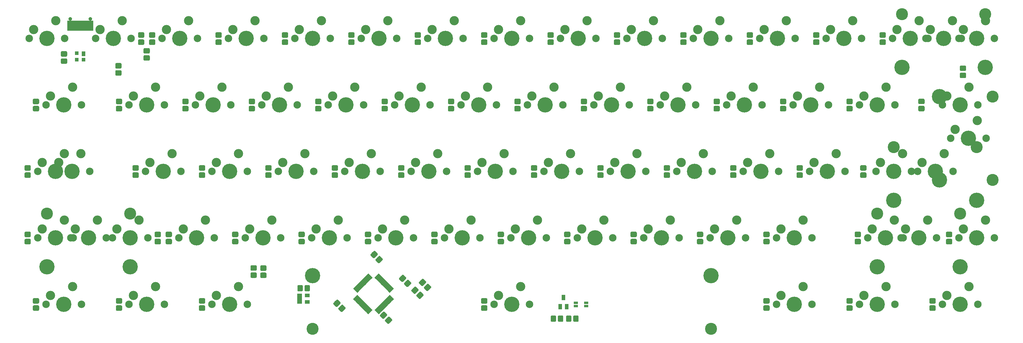
<source format=gbr>
G04 #@! TF.GenerationSoftware,KiCad,Pcbnew,(5.1.0)-1*
G04 #@! TF.CreationDate,2019-05-27T12:30:27+02:00*
G04 #@! TF.ProjectId,prophet,70726f70-6865-4742-9e6b-696361645f70,rev?*
G04 #@! TF.SameCoordinates,Original*
G04 #@! TF.FileFunction,Soldermask,Bot*
G04 #@! TF.FilePolarity,Negative*
%FSLAX46Y46*%
G04 Gerber Fmt 4.6, Leading zero omitted, Abs format (unit mm)*
G04 Created by KiCad (PCBNEW (5.1.0)-1) date 2019-05-27 12:30:27*
%MOMM*%
%LPD*%
G04 APERTURE LIST*
%ADD10C,2.650000*%
%ADD11C,4.387800*%
%ADD12C,2.150000*%
%ADD13C,3.448000*%
%ADD14C,0.650000*%
%ADD15C,0.100000*%
%ADD16C,1.550000*%
%ADD17C,1.050000*%
%ADD18R,0.700000X2.850000*%
%ADD19R,1.000000X2.850000*%
%ADD20R,1.050000X1.620000*%
%ADD21R,1.460000X1.050000*%
%ADD22R,1.200000X0.750000*%
%ADD23R,1.100000X1.400000*%
%ADD24R,1.100000X1.000000*%
G04 APERTURE END LIST*
D10*
X327980601Y-135413750D03*
D11*
X325440601Y-140493750D03*
D10*
X321630601Y-137953750D03*
D12*
X320360601Y-140493750D03*
X330520601Y-140493750D03*
D11*
X338588946Y-119030750D03*
X338588946Y-142906750D03*
D13*
X353828946Y-119030750D03*
X353828946Y-142906750D03*
D12*
X351923946Y-130968750D03*
X341763946Y-130968750D03*
D10*
X343033946Y-128428750D03*
D11*
X346843946Y-130968750D03*
D10*
X349383946Y-125888750D03*
D14*
X181220458Y-176681371D03*
D15*
G36*
X182051308Y-177052602D02*
G01*
X181591689Y-177512221D01*
X180389608Y-176310140D01*
X180849227Y-175850521D01*
X182051308Y-177052602D01*
X182051308Y-177052602D01*
G37*
D14*
X180866905Y-177034924D03*
D15*
G36*
X181697755Y-177406155D02*
G01*
X181238136Y-177865774D01*
X180036055Y-176663693D01*
X180495674Y-176204074D01*
X181697755Y-177406155D01*
X181697755Y-177406155D01*
G37*
D14*
X180513351Y-177388478D03*
D15*
G36*
X181344201Y-177759709D02*
G01*
X180884582Y-178219328D01*
X179682501Y-177017247D01*
X180142120Y-176557628D01*
X181344201Y-177759709D01*
X181344201Y-177759709D01*
G37*
D14*
X180159798Y-177742031D03*
D15*
G36*
X180990648Y-178113262D02*
G01*
X180531029Y-178572881D01*
X179328948Y-177370800D01*
X179788567Y-176911181D01*
X180990648Y-178113262D01*
X180990648Y-178113262D01*
G37*
D14*
X179806245Y-178095584D03*
D15*
G36*
X180637095Y-178466815D02*
G01*
X180177476Y-178926434D01*
X178975395Y-177724353D01*
X179435014Y-177264734D01*
X180637095Y-178466815D01*
X180637095Y-178466815D01*
G37*
D14*
X179452691Y-178449138D03*
D15*
G36*
X180283541Y-178820369D02*
G01*
X179823922Y-179279988D01*
X178621841Y-178077907D01*
X179081460Y-177618288D01*
X180283541Y-178820369D01*
X180283541Y-178820369D01*
G37*
D14*
X179099138Y-178802691D03*
D15*
G36*
X179929988Y-179173922D02*
G01*
X179470369Y-179633541D01*
X178268288Y-178431460D01*
X178727907Y-177971841D01*
X179929988Y-179173922D01*
X179929988Y-179173922D01*
G37*
D14*
X178745584Y-179156245D03*
D15*
G36*
X179576434Y-179527476D02*
G01*
X179116815Y-179987095D01*
X177914734Y-178785014D01*
X178374353Y-178325395D01*
X179576434Y-179527476D01*
X179576434Y-179527476D01*
G37*
D14*
X178392031Y-179509798D03*
D15*
G36*
X179222881Y-179881029D02*
G01*
X178763262Y-180340648D01*
X177561181Y-179138567D01*
X178020800Y-178678948D01*
X179222881Y-179881029D01*
X179222881Y-179881029D01*
G37*
D14*
X178038478Y-179863351D03*
D15*
G36*
X178869328Y-180234582D02*
G01*
X178409709Y-180694201D01*
X177207628Y-179492120D01*
X177667247Y-179032501D01*
X178869328Y-180234582D01*
X178869328Y-180234582D01*
G37*
D14*
X177684924Y-180216905D03*
D15*
G36*
X178515774Y-180588136D02*
G01*
X178056155Y-181047755D01*
X176854074Y-179845674D01*
X177313693Y-179386055D01*
X178515774Y-180588136D01*
X178515774Y-180588136D01*
G37*
D14*
X177331371Y-180570458D03*
D15*
G36*
X178162221Y-180941689D02*
G01*
X177702602Y-181401308D01*
X176500521Y-180199227D01*
X176960140Y-179739608D01*
X178162221Y-180941689D01*
X178162221Y-180941689D01*
G37*
D14*
X175068629Y-180570458D03*
D15*
G36*
X174697398Y-181401308D02*
G01*
X174237779Y-180941689D01*
X175439860Y-179739608D01*
X175899479Y-180199227D01*
X174697398Y-181401308D01*
X174697398Y-181401308D01*
G37*
D14*
X174715076Y-180216905D03*
D15*
G36*
X174343845Y-181047755D02*
G01*
X173884226Y-180588136D01*
X175086307Y-179386055D01*
X175545926Y-179845674D01*
X174343845Y-181047755D01*
X174343845Y-181047755D01*
G37*
D14*
X174361522Y-179863351D03*
D15*
G36*
X173990291Y-180694201D02*
G01*
X173530672Y-180234582D01*
X174732753Y-179032501D01*
X175192372Y-179492120D01*
X173990291Y-180694201D01*
X173990291Y-180694201D01*
G37*
D14*
X174007969Y-179509798D03*
D15*
G36*
X173636738Y-180340648D02*
G01*
X173177119Y-179881029D01*
X174379200Y-178678948D01*
X174838819Y-179138567D01*
X173636738Y-180340648D01*
X173636738Y-180340648D01*
G37*
D14*
X173654416Y-179156245D03*
D15*
G36*
X173283185Y-179987095D02*
G01*
X172823566Y-179527476D01*
X174025647Y-178325395D01*
X174485266Y-178785014D01*
X173283185Y-179987095D01*
X173283185Y-179987095D01*
G37*
D14*
X173300862Y-178802691D03*
D15*
G36*
X172929631Y-179633541D02*
G01*
X172470012Y-179173922D01*
X173672093Y-177971841D01*
X174131712Y-178431460D01*
X172929631Y-179633541D01*
X172929631Y-179633541D01*
G37*
D14*
X172947309Y-178449138D03*
D15*
G36*
X172576078Y-179279988D02*
G01*
X172116459Y-178820369D01*
X173318540Y-177618288D01*
X173778159Y-178077907D01*
X172576078Y-179279988D01*
X172576078Y-179279988D01*
G37*
D14*
X172593755Y-178095584D03*
D15*
G36*
X172222524Y-178926434D02*
G01*
X171762905Y-178466815D01*
X172964986Y-177264734D01*
X173424605Y-177724353D01*
X172222524Y-178926434D01*
X172222524Y-178926434D01*
G37*
D14*
X172240202Y-177742031D03*
D15*
G36*
X171868971Y-178572881D02*
G01*
X171409352Y-178113262D01*
X172611433Y-176911181D01*
X173071052Y-177370800D01*
X171868971Y-178572881D01*
X171868971Y-178572881D01*
G37*
D14*
X171886649Y-177388478D03*
D15*
G36*
X171515418Y-178219328D02*
G01*
X171055799Y-177759709D01*
X172257880Y-176557628D01*
X172717499Y-177017247D01*
X171515418Y-178219328D01*
X171515418Y-178219328D01*
G37*
D14*
X171533095Y-177034924D03*
D15*
G36*
X171161864Y-177865774D02*
G01*
X170702245Y-177406155D01*
X171904326Y-176204074D01*
X172363945Y-176663693D01*
X171161864Y-177865774D01*
X171161864Y-177865774D01*
G37*
D14*
X171179542Y-176681371D03*
D15*
G36*
X170808311Y-177512221D02*
G01*
X170348692Y-177052602D01*
X171550773Y-175850521D01*
X172010392Y-176310140D01*
X170808311Y-177512221D01*
X170808311Y-177512221D01*
G37*
D14*
X171179542Y-174418629D03*
D15*
G36*
X172010392Y-174789860D02*
G01*
X171550773Y-175249479D01*
X170348692Y-174047398D01*
X170808311Y-173587779D01*
X172010392Y-174789860D01*
X172010392Y-174789860D01*
G37*
D14*
X171533095Y-174065076D03*
D15*
G36*
X172363945Y-174436307D02*
G01*
X171904326Y-174895926D01*
X170702245Y-173693845D01*
X171161864Y-173234226D01*
X172363945Y-174436307D01*
X172363945Y-174436307D01*
G37*
D14*
X171886649Y-173711522D03*
D15*
G36*
X172717499Y-174082753D02*
G01*
X172257880Y-174542372D01*
X171055799Y-173340291D01*
X171515418Y-172880672D01*
X172717499Y-174082753D01*
X172717499Y-174082753D01*
G37*
D14*
X172240202Y-173357969D03*
D15*
G36*
X173071052Y-173729200D02*
G01*
X172611433Y-174188819D01*
X171409352Y-172986738D01*
X171868971Y-172527119D01*
X173071052Y-173729200D01*
X173071052Y-173729200D01*
G37*
D14*
X172593755Y-173004416D03*
D15*
G36*
X173424605Y-173375647D02*
G01*
X172964986Y-173835266D01*
X171762905Y-172633185D01*
X172222524Y-172173566D01*
X173424605Y-173375647D01*
X173424605Y-173375647D01*
G37*
D14*
X172947309Y-172650862D03*
D15*
G36*
X173778159Y-173022093D02*
G01*
X173318540Y-173481712D01*
X172116459Y-172279631D01*
X172576078Y-171820012D01*
X173778159Y-173022093D01*
X173778159Y-173022093D01*
G37*
D14*
X173300862Y-172297309D03*
D15*
G36*
X174131712Y-172668540D02*
G01*
X173672093Y-173128159D01*
X172470012Y-171926078D01*
X172929631Y-171466459D01*
X174131712Y-172668540D01*
X174131712Y-172668540D01*
G37*
D14*
X173654416Y-171943755D03*
D15*
G36*
X174485266Y-172314986D02*
G01*
X174025647Y-172774605D01*
X172823566Y-171572524D01*
X173283185Y-171112905D01*
X174485266Y-172314986D01*
X174485266Y-172314986D01*
G37*
D14*
X174007969Y-171590202D03*
D15*
G36*
X174838819Y-171961433D02*
G01*
X174379200Y-172421052D01*
X173177119Y-171218971D01*
X173636738Y-170759352D01*
X174838819Y-171961433D01*
X174838819Y-171961433D01*
G37*
D14*
X174361522Y-171236649D03*
D15*
G36*
X175192372Y-171607880D02*
G01*
X174732753Y-172067499D01*
X173530672Y-170865418D01*
X173990291Y-170405799D01*
X175192372Y-171607880D01*
X175192372Y-171607880D01*
G37*
D14*
X174715076Y-170883095D03*
D15*
G36*
X175545926Y-171254326D02*
G01*
X175086307Y-171713945D01*
X173884226Y-170511864D01*
X174343845Y-170052245D01*
X175545926Y-171254326D01*
X175545926Y-171254326D01*
G37*
D14*
X175068629Y-170529542D03*
D15*
G36*
X175899479Y-170900773D02*
G01*
X175439860Y-171360392D01*
X174237779Y-170158311D01*
X174697398Y-169698692D01*
X175899479Y-170900773D01*
X175899479Y-170900773D01*
G37*
D14*
X177331371Y-170529542D03*
D15*
G36*
X176960140Y-171360392D02*
G01*
X176500521Y-170900773D01*
X177702602Y-169698692D01*
X178162221Y-170158311D01*
X176960140Y-171360392D01*
X176960140Y-171360392D01*
G37*
D14*
X177684924Y-170883095D03*
D15*
G36*
X177313693Y-171713945D02*
G01*
X176854074Y-171254326D01*
X178056155Y-170052245D01*
X178515774Y-170511864D01*
X177313693Y-171713945D01*
X177313693Y-171713945D01*
G37*
D14*
X178038478Y-171236649D03*
D15*
G36*
X177667247Y-172067499D02*
G01*
X177207628Y-171607880D01*
X178409709Y-170405799D01*
X178869328Y-170865418D01*
X177667247Y-172067499D01*
X177667247Y-172067499D01*
G37*
D14*
X178392031Y-171590202D03*
D15*
G36*
X178020800Y-172421052D02*
G01*
X177561181Y-171961433D01*
X178763262Y-170759352D01*
X179222881Y-171218971D01*
X178020800Y-172421052D01*
X178020800Y-172421052D01*
G37*
D14*
X178745584Y-171943755D03*
D15*
G36*
X178374353Y-172774605D02*
G01*
X177914734Y-172314986D01*
X179116815Y-171112905D01*
X179576434Y-171572524D01*
X178374353Y-172774605D01*
X178374353Y-172774605D01*
G37*
D14*
X179099138Y-172297309D03*
D15*
G36*
X178727907Y-173128159D02*
G01*
X178268288Y-172668540D01*
X179470369Y-171466459D01*
X179929988Y-171926078D01*
X178727907Y-173128159D01*
X178727907Y-173128159D01*
G37*
D14*
X179452691Y-172650862D03*
D15*
G36*
X179081460Y-173481712D02*
G01*
X178621841Y-173022093D01*
X179823922Y-171820012D01*
X180283541Y-172279631D01*
X179081460Y-173481712D01*
X179081460Y-173481712D01*
G37*
D14*
X179806245Y-173004416D03*
D15*
G36*
X179435014Y-173835266D02*
G01*
X178975395Y-173375647D01*
X180177476Y-172173566D01*
X180637095Y-172633185D01*
X179435014Y-173835266D01*
X179435014Y-173835266D01*
G37*
D14*
X180159798Y-173357969D03*
D15*
G36*
X179788567Y-174188819D02*
G01*
X179328948Y-173729200D01*
X180531029Y-172527119D01*
X180990648Y-172986738D01*
X179788567Y-174188819D01*
X179788567Y-174188819D01*
G37*
D14*
X180513351Y-173711522D03*
D15*
G36*
X180142120Y-174542372D02*
G01*
X179682501Y-174082753D01*
X180884582Y-172880672D01*
X181344201Y-173340291D01*
X180142120Y-174542372D01*
X180142120Y-174542372D01*
G37*
D14*
X180866905Y-174065076D03*
D15*
G36*
X180495674Y-174895926D02*
G01*
X180036055Y-174436307D01*
X181238136Y-173234226D01*
X181697755Y-173693845D01*
X180495674Y-174895926D01*
X180495674Y-174895926D01*
G37*
D14*
X181220458Y-174418629D03*
D15*
G36*
X180849227Y-175249479D02*
G01*
X180389608Y-174789860D01*
X181591689Y-173587779D01*
X182051308Y-174047398D01*
X180849227Y-175249479D01*
X180849227Y-175249479D01*
G37*
G36*
X165817431Y-177200407D02*
G01*
X165850141Y-177205259D01*
X165882217Y-177213293D01*
X165913351Y-177224433D01*
X165943244Y-177238571D01*
X165971607Y-177255571D01*
X165998167Y-177275269D01*
X166022668Y-177297476D01*
X166642156Y-177916964D01*
X166664363Y-177941465D01*
X166684061Y-177968025D01*
X166701061Y-177996388D01*
X166715199Y-178026281D01*
X166726339Y-178057415D01*
X166734373Y-178089491D01*
X166739225Y-178122201D01*
X166740848Y-178155228D01*
X166739225Y-178188255D01*
X166734373Y-178220965D01*
X166726339Y-178253041D01*
X166715199Y-178284175D01*
X166701061Y-178314068D01*
X166684061Y-178342431D01*
X166664363Y-178368991D01*
X166642156Y-178393492D01*
X165845892Y-179189756D01*
X165821391Y-179211963D01*
X165794831Y-179231661D01*
X165766468Y-179248661D01*
X165736575Y-179262799D01*
X165705441Y-179273939D01*
X165673365Y-179281973D01*
X165640655Y-179286825D01*
X165607628Y-179288448D01*
X165574601Y-179286825D01*
X165541891Y-179281973D01*
X165509815Y-179273939D01*
X165478681Y-179262799D01*
X165448788Y-179248661D01*
X165420425Y-179231661D01*
X165393865Y-179211963D01*
X165369364Y-179189756D01*
X164749876Y-178570268D01*
X164727669Y-178545767D01*
X164707971Y-178519207D01*
X164690971Y-178490844D01*
X164676833Y-178460951D01*
X164665693Y-178429817D01*
X164657659Y-178397741D01*
X164652807Y-178365031D01*
X164651184Y-178332004D01*
X164652807Y-178298977D01*
X164657659Y-178266267D01*
X164665693Y-178234191D01*
X164676833Y-178203057D01*
X164690971Y-178173164D01*
X164707971Y-178144801D01*
X164727669Y-178118241D01*
X164749876Y-178093740D01*
X165546140Y-177297476D01*
X165570641Y-177275269D01*
X165597201Y-177255571D01*
X165625564Y-177238571D01*
X165655457Y-177224433D01*
X165686591Y-177213293D01*
X165718667Y-177205259D01*
X165751377Y-177200407D01*
X165784404Y-177198784D01*
X165817431Y-177200407D01*
X165817431Y-177200407D01*
G37*
D16*
X165696016Y-178243616D03*
D15*
G36*
X167266999Y-178649975D02*
G01*
X167299709Y-178654827D01*
X167331785Y-178662861D01*
X167362919Y-178674001D01*
X167392812Y-178688139D01*
X167421175Y-178705139D01*
X167447735Y-178724837D01*
X167472236Y-178747044D01*
X168091724Y-179366532D01*
X168113931Y-179391033D01*
X168133629Y-179417593D01*
X168150629Y-179445956D01*
X168164767Y-179475849D01*
X168175907Y-179506983D01*
X168183941Y-179539059D01*
X168188793Y-179571769D01*
X168190416Y-179604796D01*
X168188793Y-179637823D01*
X168183941Y-179670533D01*
X168175907Y-179702609D01*
X168164767Y-179733743D01*
X168150629Y-179763636D01*
X168133629Y-179791999D01*
X168113931Y-179818559D01*
X168091724Y-179843060D01*
X167295460Y-180639324D01*
X167270959Y-180661531D01*
X167244399Y-180681229D01*
X167216036Y-180698229D01*
X167186143Y-180712367D01*
X167155009Y-180723507D01*
X167122933Y-180731541D01*
X167090223Y-180736393D01*
X167057196Y-180738016D01*
X167024169Y-180736393D01*
X166991459Y-180731541D01*
X166959383Y-180723507D01*
X166928249Y-180712367D01*
X166898356Y-180698229D01*
X166869993Y-180681229D01*
X166843433Y-180661531D01*
X166818932Y-180639324D01*
X166199444Y-180019836D01*
X166177237Y-179995335D01*
X166157539Y-179968775D01*
X166140539Y-179940412D01*
X166126401Y-179910519D01*
X166115261Y-179879385D01*
X166107227Y-179847309D01*
X166102375Y-179814599D01*
X166100752Y-179781572D01*
X166102375Y-179748545D01*
X166107227Y-179715835D01*
X166115261Y-179683759D01*
X166126401Y-179652625D01*
X166140539Y-179622732D01*
X166157539Y-179594369D01*
X166177237Y-179567809D01*
X166199444Y-179543308D01*
X166995708Y-178747044D01*
X167020209Y-178724837D01*
X167046769Y-178705139D01*
X167075132Y-178688139D01*
X167105025Y-178674001D01*
X167136159Y-178662861D01*
X167168235Y-178654827D01*
X167200945Y-178649975D01*
X167233972Y-178648352D01*
X167266999Y-178649975D01*
X167266999Y-178649975D01*
G37*
D16*
X167145584Y-179693184D03*
D15*
G36*
X189641415Y-174926791D02*
G01*
X189674125Y-174931643D01*
X189706201Y-174939677D01*
X189737335Y-174950817D01*
X189767228Y-174964955D01*
X189795591Y-174981955D01*
X189822151Y-175001653D01*
X189846652Y-175023860D01*
X190466140Y-175643348D01*
X190488347Y-175667849D01*
X190508045Y-175694409D01*
X190525045Y-175722772D01*
X190539183Y-175752665D01*
X190550323Y-175783799D01*
X190558357Y-175815875D01*
X190563209Y-175848585D01*
X190564832Y-175881612D01*
X190563209Y-175914639D01*
X190558357Y-175947349D01*
X190550323Y-175979425D01*
X190539183Y-176010559D01*
X190525045Y-176040452D01*
X190508045Y-176068815D01*
X190488347Y-176095375D01*
X190466140Y-176119876D01*
X189669876Y-176916140D01*
X189645375Y-176938347D01*
X189618815Y-176958045D01*
X189590452Y-176975045D01*
X189560559Y-176989183D01*
X189529425Y-177000323D01*
X189497349Y-177008357D01*
X189464639Y-177013209D01*
X189431612Y-177014832D01*
X189398585Y-177013209D01*
X189365875Y-177008357D01*
X189333799Y-177000323D01*
X189302665Y-176989183D01*
X189272772Y-176975045D01*
X189244409Y-176958045D01*
X189217849Y-176938347D01*
X189193348Y-176916140D01*
X188573860Y-176296652D01*
X188551653Y-176272151D01*
X188531955Y-176245591D01*
X188514955Y-176217228D01*
X188500817Y-176187335D01*
X188489677Y-176156201D01*
X188481643Y-176124125D01*
X188476791Y-176091415D01*
X188475168Y-176058388D01*
X188476791Y-176025361D01*
X188481643Y-175992651D01*
X188489677Y-175960575D01*
X188500817Y-175929441D01*
X188514955Y-175899548D01*
X188531955Y-175871185D01*
X188551653Y-175844625D01*
X188573860Y-175820124D01*
X189370124Y-175023860D01*
X189394625Y-175001653D01*
X189421185Y-174981955D01*
X189449548Y-174964955D01*
X189479441Y-174950817D01*
X189510575Y-174939677D01*
X189542651Y-174931643D01*
X189575361Y-174926791D01*
X189608388Y-174925168D01*
X189641415Y-174926791D01*
X189641415Y-174926791D01*
G37*
D16*
X189520000Y-175970000D03*
D15*
G36*
X188191847Y-173477223D02*
G01*
X188224557Y-173482075D01*
X188256633Y-173490109D01*
X188287767Y-173501249D01*
X188317660Y-173515387D01*
X188346023Y-173532387D01*
X188372583Y-173552085D01*
X188397084Y-173574292D01*
X189016572Y-174193780D01*
X189038779Y-174218281D01*
X189058477Y-174244841D01*
X189075477Y-174273204D01*
X189089615Y-174303097D01*
X189100755Y-174334231D01*
X189108789Y-174366307D01*
X189113641Y-174399017D01*
X189115264Y-174432044D01*
X189113641Y-174465071D01*
X189108789Y-174497781D01*
X189100755Y-174529857D01*
X189089615Y-174560991D01*
X189075477Y-174590884D01*
X189058477Y-174619247D01*
X189038779Y-174645807D01*
X189016572Y-174670308D01*
X188220308Y-175466572D01*
X188195807Y-175488779D01*
X188169247Y-175508477D01*
X188140884Y-175525477D01*
X188110991Y-175539615D01*
X188079857Y-175550755D01*
X188047781Y-175558789D01*
X188015071Y-175563641D01*
X187982044Y-175565264D01*
X187949017Y-175563641D01*
X187916307Y-175558789D01*
X187884231Y-175550755D01*
X187853097Y-175539615D01*
X187823204Y-175525477D01*
X187794841Y-175508477D01*
X187768281Y-175488779D01*
X187743780Y-175466572D01*
X187124292Y-174847084D01*
X187102085Y-174822583D01*
X187082387Y-174796023D01*
X187065387Y-174767660D01*
X187051249Y-174737767D01*
X187040109Y-174706633D01*
X187032075Y-174674557D01*
X187027223Y-174641847D01*
X187025600Y-174608820D01*
X187027223Y-174575793D01*
X187032075Y-174543083D01*
X187040109Y-174511007D01*
X187051249Y-174479873D01*
X187065387Y-174449980D01*
X187082387Y-174421617D01*
X187102085Y-174395057D01*
X187124292Y-174370556D01*
X187920556Y-173574292D01*
X187945057Y-173552085D01*
X187971617Y-173532387D01*
X187999980Y-173515387D01*
X188029873Y-173501249D01*
X188061007Y-173490109D01*
X188093083Y-173482075D01*
X188125793Y-173477223D01*
X188158820Y-173475600D01*
X188191847Y-173477223D01*
X188191847Y-173477223D01*
G37*
D16*
X188070432Y-174520432D03*
D15*
G36*
X157655271Y-173040823D02*
G01*
X157687981Y-173045675D01*
X157720057Y-173053709D01*
X157751191Y-173064849D01*
X157781084Y-173078987D01*
X157809447Y-173095987D01*
X157836007Y-173115685D01*
X157860508Y-173137892D01*
X157882715Y-173162393D01*
X157902413Y-173188953D01*
X157919413Y-173217316D01*
X157933551Y-173247209D01*
X157944691Y-173278343D01*
X157952725Y-173310419D01*
X157957577Y-173343129D01*
X157959200Y-173376156D01*
X157959200Y-174502244D01*
X157957577Y-174535271D01*
X157952725Y-174567981D01*
X157944691Y-174600057D01*
X157933551Y-174631191D01*
X157919413Y-174661084D01*
X157902413Y-174689447D01*
X157882715Y-174716007D01*
X157860508Y-174740508D01*
X157836007Y-174762715D01*
X157809447Y-174782413D01*
X157781084Y-174799413D01*
X157751191Y-174813551D01*
X157720057Y-174824691D01*
X157687981Y-174832725D01*
X157655271Y-174837577D01*
X157622244Y-174839200D01*
X156746156Y-174839200D01*
X156713129Y-174837577D01*
X156680419Y-174832725D01*
X156648343Y-174824691D01*
X156617209Y-174813551D01*
X156587316Y-174799413D01*
X156558953Y-174782413D01*
X156532393Y-174762715D01*
X156507892Y-174740508D01*
X156485685Y-174716007D01*
X156465987Y-174689447D01*
X156448987Y-174661084D01*
X156434849Y-174631191D01*
X156423709Y-174600057D01*
X156415675Y-174567981D01*
X156410823Y-174535271D01*
X156409200Y-174502244D01*
X156409200Y-173376156D01*
X156410823Y-173343129D01*
X156415675Y-173310419D01*
X156423709Y-173278343D01*
X156434849Y-173247209D01*
X156448987Y-173217316D01*
X156465987Y-173188953D01*
X156485685Y-173162393D01*
X156507892Y-173137892D01*
X156532393Y-173115685D01*
X156558953Y-173095987D01*
X156587316Y-173078987D01*
X156617209Y-173064849D01*
X156648343Y-173053709D01*
X156680419Y-173045675D01*
X156713129Y-173040823D01*
X156746156Y-173039200D01*
X157622244Y-173039200D01*
X157655271Y-173040823D01*
X157655271Y-173040823D01*
G37*
D16*
X157184200Y-173939200D03*
D15*
G36*
X155605271Y-173040823D02*
G01*
X155637981Y-173045675D01*
X155670057Y-173053709D01*
X155701191Y-173064849D01*
X155731084Y-173078987D01*
X155759447Y-173095987D01*
X155786007Y-173115685D01*
X155810508Y-173137892D01*
X155832715Y-173162393D01*
X155852413Y-173188953D01*
X155869413Y-173217316D01*
X155883551Y-173247209D01*
X155894691Y-173278343D01*
X155902725Y-173310419D01*
X155907577Y-173343129D01*
X155909200Y-173376156D01*
X155909200Y-174502244D01*
X155907577Y-174535271D01*
X155902725Y-174567981D01*
X155894691Y-174600057D01*
X155883551Y-174631191D01*
X155869413Y-174661084D01*
X155852413Y-174689447D01*
X155832715Y-174716007D01*
X155810508Y-174740508D01*
X155786007Y-174762715D01*
X155759447Y-174782413D01*
X155731084Y-174799413D01*
X155701191Y-174813551D01*
X155670057Y-174824691D01*
X155637981Y-174832725D01*
X155605271Y-174837577D01*
X155572244Y-174839200D01*
X154696156Y-174839200D01*
X154663129Y-174837577D01*
X154630419Y-174832725D01*
X154598343Y-174824691D01*
X154567209Y-174813551D01*
X154537316Y-174799413D01*
X154508953Y-174782413D01*
X154482393Y-174762715D01*
X154457892Y-174740508D01*
X154435685Y-174716007D01*
X154415987Y-174689447D01*
X154398987Y-174661084D01*
X154384849Y-174631191D01*
X154373709Y-174600057D01*
X154365675Y-174567981D01*
X154360823Y-174535271D01*
X154359200Y-174502244D01*
X154359200Y-173376156D01*
X154360823Y-173343129D01*
X154365675Y-173310419D01*
X154373709Y-173278343D01*
X154384849Y-173247209D01*
X154398987Y-173217316D01*
X154415987Y-173188953D01*
X154435685Y-173162393D01*
X154457892Y-173137892D01*
X154482393Y-173115685D01*
X154508953Y-173095987D01*
X154537316Y-173078987D01*
X154567209Y-173064849D01*
X154598343Y-173053709D01*
X154630419Y-173045675D01*
X154663129Y-173040823D01*
X154696156Y-173039200D01*
X155572244Y-173039200D01*
X155605271Y-173040823D01*
X155605271Y-173040823D01*
G37*
D16*
X155134200Y-173939200D03*
D15*
G36*
X145196071Y-167401623D02*
G01*
X145228781Y-167406475D01*
X145260857Y-167414509D01*
X145291991Y-167425649D01*
X145321884Y-167439787D01*
X145350247Y-167456787D01*
X145376807Y-167476485D01*
X145401308Y-167498692D01*
X145423515Y-167523193D01*
X145443213Y-167549753D01*
X145460213Y-167578116D01*
X145474351Y-167608009D01*
X145485491Y-167639143D01*
X145493525Y-167671219D01*
X145498377Y-167703929D01*
X145500000Y-167736956D01*
X145500000Y-168613044D01*
X145498377Y-168646071D01*
X145493525Y-168678781D01*
X145485491Y-168710857D01*
X145474351Y-168741991D01*
X145460213Y-168771884D01*
X145443213Y-168800247D01*
X145423515Y-168826807D01*
X145401308Y-168851308D01*
X145376807Y-168873515D01*
X145350247Y-168893213D01*
X145321884Y-168910213D01*
X145291991Y-168924351D01*
X145260857Y-168935491D01*
X145228781Y-168943525D01*
X145196071Y-168948377D01*
X145163044Y-168950000D01*
X144036956Y-168950000D01*
X144003929Y-168948377D01*
X143971219Y-168943525D01*
X143939143Y-168935491D01*
X143908009Y-168924351D01*
X143878116Y-168910213D01*
X143849753Y-168893213D01*
X143823193Y-168873515D01*
X143798692Y-168851308D01*
X143776485Y-168826807D01*
X143756787Y-168800247D01*
X143739787Y-168771884D01*
X143725649Y-168741991D01*
X143714509Y-168710857D01*
X143706475Y-168678781D01*
X143701623Y-168646071D01*
X143700000Y-168613044D01*
X143700000Y-167736956D01*
X143701623Y-167703929D01*
X143706475Y-167671219D01*
X143714509Y-167639143D01*
X143725649Y-167608009D01*
X143739787Y-167578116D01*
X143756787Y-167549753D01*
X143776485Y-167523193D01*
X143798692Y-167498692D01*
X143823193Y-167476485D01*
X143849753Y-167456787D01*
X143878116Y-167439787D01*
X143908009Y-167425649D01*
X143939143Y-167414509D01*
X143971219Y-167406475D01*
X144003929Y-167401623D01*
X144036956Y-167400000D01*
X145163044Y-167400000D01*
X145196071Y-167401623D01*
X145196071Y-167401623D01*
G37*
D16*
X144600000Y-168175000D03*
D15*
G36*
X145196071Y-169451623D02*
G01*
X145228781Y-169456475D01*
X145260857Y-169464509D01*
X145291991Y-169475649D01*
X145321884Y-169489787D01*
X145350247Y-169506787D01*
X145376807Y-169526485D01*
X145401308Y-169548692D01*
X145423515Y-169573193D01*
X145443213Y-169599753D01*
X145460213Y-169628116D01*
X145474351Y-169658009D01*
X145485491Y-169689143D01*
X145493525Y-169721219D01*
X145498377Y-169753929D01*
X145500000Y-169786956D01*
X145500000Y-170663044D01*
X145498377Y-170696071D01*
X145493525Y-170728781D01*
X145485491Y-170760857D01*
X145474351Y-170791991D01*
X145460213Y-170821884D01*
X145443213Y-170850247D01*
X145423515Y-170876807D01*
X145401308Y-170901308D01*
X145376807Y-170923515D01*
X145350247Y-170943213D01*
X145321884Y-170960213D01*
X145291991Y-170974351D01*
X145260857Y-170985491D01*
X145228781Y-170993525D01*
X145196071Y-170998377D01*
X145163044Y-171000000D01*
X144036956Y-171000000D01*
X144003929Y-170998377D01*
X143971219Y-170993525D01*
X143939143Y-170985491D01*
X143908009Y-170974351D01*
X143878116Y-170960213D01*
X143849753Y-170943213D01*
X143823193Y-170923515D01*
X143798692Y-170901308D01*
X143776485Y-170876807D01*
X143756787Y-170850247D01*
X143739787Y-170821884D01*
X143725649Y-170791991D01*
X143714509Y-170760857D01*
X143706475Y-170728781D01*
X143701623Y-170696071D01*
X143700000Y-170663044D01*
X143700000Y-169786956D01*
X143701623Y-169753929D01*
X143706475Y-169721219D01*
X143714509Y-169689143D01*
X143725649Y-169658009D01*
X143739787Y-169628116D01*
X143756787Y-169599753D01*
X143776485Y-169573193D01*
X143798692Y-169548692D01*
X143823193Y-169526485D01*
X143849753Y-169506787D01*
X143878116Y-169489787D01*
X143908009Y-169475649D01*
X143939143Y-169464509D01*
X143971219Y-169456475D01*
X144003929Y-169451623D01*
X144036956Y-169450000D01*
X145163044Y-169450000D01*
X145196071Y-169451623D01*
X145196071Y-169451623D01*
G37*
D16*
X144600000Y-170225000D03*
D15*
G36*
X180640983Y-182090791D02*
G01*
X180673693Y-182095643D01*
X180705769Y-182103677D01*
X180736903Y-182114817D01*
X180766796Y-182128955D01*
X180795159Y-182145955D01*
X180821719Y-182165653D01*
X180846220Y-182187860D01*
X181465708Y-182807348D01*
X181487915Y-182831849D01*
X181507613Y-182858409D01*
X181524613Y-182886772D01*
X181538751Y-182916665D01*
X181549891Y-182947799D01*
X181557925Y-182979875D01*
X181562777Y-183012585D01*
X181564400Y-183045612D01*
X181562777Y-183078639D01*
X181557925Y-183111349D01*
X181549891Y-183143425D01*
X181538751Y-183174559D01*
X181524613Y-183204452D01*
X181507613Y-183232815D01*
X181487915Y-183259375D01*
X181465708Y-183283876D01*
X180669444Y-184080140D01*
X180644943Y-184102347D01*
X180618383Y-184122045D01*
X180590020Y-184139045D01*
X180560127Y-184153183D01*
X180528993Y-184164323D01*
X180496917Y-184172357D01*
X180464207Y-184177209D01*
X180431180Y-184178832D01*
X180398153Y-184177209D01*
X180365443Y-184172357D01*
X180333367Y-184164323D01*
X180302233Y-184153183D01*
X180272340Y-184139045D01*
X180243977Y-184122045D01*
X180217417Y-184102347D01*
X180192916Y-184080140D01*
X179573428Y-183460652D01*
X179551221Y-183436151D01*
X179531523Y-183409591D01*
X179514523Y-183381228D01*
X179500385Y-183351335D01*
X179489245Y-183320201D01*
X179481211Y-183288125D01*
X179476359Y-183255415D01*
X179474736Y-183222388D01*
X179476359Y-183189361D01*
X179481211Y-183156651D01*
X179489245Y-183124575D01*
X179500385Y-183093441D01*
X179514523Y-183063548D01*
X179531523Y-183035185D01*
X179551221Y-183008625D01*
X179573428Y-182984124D01*
X180369692Y-182187860D01*
X180394193Y-182165653D01*
X180420753Y-182145955D01*
X180449116Y-182128955D01*
X180479009Y-182114817D01*
X180510143Y-182103677D01*
X180542219Y-182095643D01*
X180574929Y-182090791D01*
X180607956Y-182089168D01*
X180640983Y-182090791D01*
X180640983Y-182090791D01*
G37*
D16*
X180519568Y-183134000D03*
D15*
G36*
X179191415Y-180641223D02*
G01*
X179224125Y-180646075D01*
X179256201Y-180654109D01*
X179287335Y-180665249D01*
X179317228Y-180679387D01*
X179345591Y-180696387D01*
X179372151Y-180716085D01*
X179396652Y-180738292D01*
X180016140Y-181357780D01*
X180038347Y-181382281D01*
X180058045Y-181408841D01*
X180075045Y-181437204D01*
X180089183Y-181467097D01*
X180100323Y-181498231D01*
X180108357Y-181530307D01*
X180113209Y-181563017D01*
X180114832Y-181596044D01*
X180113209Y-181629071D01*
X180108357Y-181661781D01*
X180100323Y-181693857D01*
X180089183Y-181724991D01*
X180075045Y-181754884D01*
X180058045Y-181783247D01*
X180038347Y-181809807D01*
X180016140Y-181834308D01*
X179219876Y-182630572D01*
X179195375Y-182652779D01*
X179168815Y-182672477D01*
X179140452Y-182689477D01*
X179110559Y-182703615D01*
X179079425Y-182714755D01*
X179047349Y-182722789D01*
X179014639Y-182727641D01*
X178981612Y-182729264D01*
X178948585Y-182727641D01*
X178915875Y-182722789D01*
X178883799Y-182714755D01*
X178852665Y-182703615D01*
X178822772Y-182689477D01*
X178794409Y-182672477D01*
X178767849Y-182652779D01*
X178743348Y-182630572D01*
X178123860Y-182011084D01*
X178101653Y-181986583D01*
X178081955Y-181960023D01*
X178064955Y-181931660D01*
X178050817Y-181901767D01*
X178039677Y-181870633D01*
X178031643Y-181838557D01*
X178026791Y-181805847D01*
X178025168Y-181772820D01*
X178026791Y-181739793D01*
X178031643Y-181707083D01*
X178039677Y-181675007D01*
X178050817Y-181643873D01*
X178064955Y-181613980D01*
X178081955Y-181585617D01*
X178101653Y-181559057D01*
X178123860Y-181534556D01*
X178920124Y-180738292D01*
X178944625Y-180716085D01*
X178971185Y-180696387D01*
X178999548Y-180679387D01*
X179029441Y-180665249D01*
X179060575Y-180654109D01*
X179092651Y-180646075D01*
X179125361Y-180641223D01*
X179158388Y-180639600D01*
X179191415Y-180641223D01*
X179191415Y-180641223D01*
G37*
D16*
X179070000Y-181684432D03*
D15*
G36*
X184671847Y-170057223D02*
G01*
X184704557Y-170062075D01*
X184736633Y-170070109D01*
X184767767Y-170081249D01*
X184797660Y-170095387D01*
X184826023Y-170112387D01*
X184852583Y-170132085D01*
X184877084Y-170154292D01*
X185496572Y-170773780D01*
X185518779Y-170798281D01*
X185538477Y-170824841D01*
X185555477Y-170853204D01*
X185569615Y-170883097D01*
X185580755Y-170914231D01*
X185588789Y-170946307D01*
X185593641Y-170979017D01*
X185595264Y-171012044D01*
X185593641Y-171045071D01*
X185588789Y-171077781D01*
X185580755Y-171109857D01*
X185569615Y-171140991D01*
X185555477Y-171170884D01*
X185538477Y-171199247D01*
X185518779Y-171225807D01*
X185496572Y-171250308D01*
X184700308Y-172046572D01*
X184675807Y-172068779D01*
X184649247Y-172088477D01*
X184620884Y-172105477D01*
X184590991Y-172119615D01*
X184559857Y-172130755D01*
X184527781Y-172138789D01*
X184495071Y-172143641D01*
X184462044Y-172145264D01*
X184429017Y-172143641D01*
X184396307Y-172138789D01*
X184364231Y-172130755D01*
X184333097Y-172119615D01*
X184303204Y-172105477D01*
X184274841Y-172088477D01*
X184248281Y-172068779D01*
X184223780Y-172046572D01*
X183604292Y-171427084D01*
X183582085Y-171402583D01*
X183562387Y-171376023D01*
X183545387Y-171347660D01*
X183531249Y-171317767D01*
X183520109Y-171286633D01*
X183512075Y-171254557D01*
X183507223Y-171221847D01*
X183505600Y-171188820D01*
X183507223Y-171155793D01*
X183512075Y-171123083D01*
X183520109Y-171091007D01*
X183531249Y-171059873D01*
X183545387Y-171029980D01*
X183562387Y-171001617D01*
X183582085Y-170975057D01*
X183604292Y-170950556D01*
X184400556Y-170154292D01*
X184425057Y-170132085D01*
X184451617Y-170112387D01*
X184479980Y-170095387D01*
X184509873Y-170081249D01*
X184541007Y-170070109D01*
X184573083Y-170062075D01*
X184605793Y-170057223D01*
X184638820Y-170055600D01*
X184671847Y-170057223D01*
X184671847Y-170057223D01*
G37*
D16*
X184550432Y-171100432D03*
D15*
G36*
X186121415Y-171506791D02*
G01*
X186154125Y-171511643D01*
X186186201Y-171519677D01*
X186217335Y-171530817D01*
X186247228Y-171544955D01*
X186275591Y-171561955D01*
X186302151Y-171581653D01*
X186326652Y-171603860D01*
X186946140Y-172223348D01*
X186968347Y-172247849D01*
X186988045Y-172274409D01*
X187005045Y-172302772D01*
X187019183Y-172332665D01*
X187030323Y-172363799D01*
X187038357Y-172395875D01*
X187043209Y-172428585D01*
X187044832Y-172461612D01*
X187043209Y-172494639D01*
X187038357Y-172527349D01*
X187030323Y-172559425D01*
X187019183Y-172590559D01*
X187005045Y-172620452D01*
X186988045Y-172648815D01*
X186968347Y-172675375D01*
X186946140Y-172699876D01*
X186149876Y-173496140D01*
X186125375Y-173518347D01*
X186098815Y-173538045D01*
X186070452Y-173555045D01*
X186040559Y-173569183D01*
X186009425Y-173580323D01*
X185977349Y-173588357D01*
X185944639Y-173593209D01*
X185911612Y-173594832D01*
X185878585Y-173593209D01*
X185845875Y-173588357D01*
X185813799Y-173580323D01*
X185782665Y-173569183D01*
X185752772Y-173555045D01*
X185724409Y-173538045D01*
X185697849Y-173518347D01*
X185673348Y-173496140D01*
X185053860Y-172876652D01*
X185031653Y-172852151D01*
X185011955Y-172825591D01*
X184994955Y-172797228D01*
X184980817Y-172767335D01*
X184969677Y-172736201D01*
X184961643Y-172704125D01*
X184956791Y-172671415D01*
X184955168Y-172638388D01*
X184956791Y-172605361D01*
X184961643Y-172572651D01*
X184969677Y-172540575D01*
X184980817Y-172509441D01*
X184994955Y-172479548D01*
X185011955Y-172451185D01*
X185031653Y-172424625D01*
X185053860Y-172400124D01*
X185850124Y-171603860D01*
X185874625Y-171581653D01*
X185901185Y-171561955D01*
X185929548Y-171544955D01*
X185959441Y-171530817D01*
X185990575Y-171519677D01*
X186022651Y-171511643D01*
X186055361Y-171506791D01*
X186088388Y-171505168D01*
X186121415Y-171506791D01*
X186121415Y-171506791D01*
G37*
D16*
X186000000Y-172550000D03*
D15*
G36*
X176485431Y-163230407D02*
G01*
X176518141Y-163235259D01*
X176550217Y-163243293D01*
X176581351Y-163254433D01*
X176611244Y-163268571D01*
X176639607Y-163285571D01*
X176666167Y-163305269D01*
X176690668Y-163327476D01*
X177310156Y-163946964D01*
X177332363Y-163971465D01*
X177352061Y-163998025D01*
X177369061Y-164026388D01*
X177383199Y-164056281D01*
X177394339Y-164087415D01*
X177402373Y-164119491D01*
X177407225Y-164152201D01*
X177408848Y-164185228D01*
X177407225Y-164218255D01*
X177402373Y-164250965D01*
X177394339Y-164283041D01*
X177383199Y-164314175D01*
X177369061Y-164344068D01*
X177352061Y-164372431D01*
X177332363Y-164398991D01*
X177310156Y-164423492D01*
X176513892Y-165219756D01*
X176489391Y-165241963D01*
X176462831Y-165261661D01*
X176434468Y-165278661D01*
X176404575Y-165292799D01*
X176373441Y-165303939D01*
X176341365Y-165311973D01*
X176308655Y-165316825D01*
X176275628Y-165318448D01*
X176242601Y-165316825D01*
X176209891Y-165311973D01*
X176177815Y-165303939D01*
X176146681Y-165292799D01*
X176116788Y-165278661D01*
X176088425Y-165261661D01*
X176061865Y-165241963D01*
X176037364Y-165219756D01*
X175417876Y-164600268D01*
X175395669Y-164575767D01*
X175375971Y-164549207D01*
X175358971Y-164520844D01*
X175344833Y-164490951D01*
X175333693Y-164459817D01*
X175325659Y-164427741D01*
X175320807Y-164395031D01*
X175319184Y-164362004D01*
X175320807Y-164328977D01*
X175325659Y-164296267D01*
X175333693Y-164264191D01*
X175344833Y-164233057D01*
X175358971Y-164203164D01*
X175375971Y-164174801D01*
X175395669Y-164148241D01*
X175417876Y-164123740D01*
X176214140Y-163327476D01*
X176238641Y-163305269D01*
X176265201Y-163285571D01*
X176293564Y-163268571D01*
X176323457Y-163254433D01*
X176354591Y-163243293D01*
X176386667Y-163235259D01*
X176419377Y-163230407D01*
X176452404Y-163228784D01*
X176485431Y-163230407D01*
X176485431Y-163230407D01*
G37*
D16*
X176364016Y-164273616D03*
D15*
G36*
X177934999Y-164679975D02*
G01*
X177967709Y-164684827D01*
X177999785Y-164692861D01*
X178030919Y-164704001D01*
X178060812Y-164718139D01*
X178089175Y-164735139D01*
X178115735Y-164754837D01*
X178140236Y-164777044D01*
X178759724Y-165396532D01*
X178781931Y-165421033D01*
X178801629Y-165447593D01*
X178818629Y-165475956D01*
X178832767Y-165505849D01*
X178843907Y-165536983D01*
X178851941Y-165569059D01*
X178856793Y-165601769D01*
X178858416Y-165634796D01*
X178856793Y-165667823D01*
X178851941Y-165700533D01*
X178843907Y-165732609D01*
X178832767Y-165763743D01*
X178818629Y-165793636D01*
X178801629Y-165821999D01*
X178781931Y-165848559D01*
X178759724Y-165873060D01*
X177963460Y-166669324D01*
X177938959Y-166691531D01*
X177912399Y-166711229D01*
X177884036Y-166728229D01*
X177854143Y-166742367D01*
X177823009Y-166753507D01*
X177790933Y-166761541D01*
X177758223Y-166766393D01*
X177725196Y-166768016D01*
X177692169Y-166766393D01*
X177659459Y-166761541D01*
X177627383Y-166753507D01*
X177596249Y-166742367D01*
X177566356Y-166728229D01*
X177537993Y-166711229D01*
X177511433Y-166691531D01*
X177486932Y-166669324D01*
X176867444Y-166049836D01*
X176845237Y-166025335D01*
X176825539Y-165998775D01*
X176808539Y-165970412D01*
X176794401Y-165940519D01*
X176783261Y-165909385D01*
X176775227Y-165877309D01*
X176770375Y-165844599D01*
X176768752Y-165811572D01*
X176770375Y-165778545D01*
X176775227Y-165745835D01*
X176783261Y-165713759D01*
X176794401Y-165682625D01*
X176808539Y-165652732D01*
X176825539Y-165624369D01*
X176845237Y-165597809D01*
X176867444Y-165573308D01*
X177663708Y-164777044D01*
X177688209Y-164754837D01*
X177714769Y-164735139D01*
X177743132Y-164718139D01*
X177773025Y-164704001D01*
X177804159Y-164692861D01*
X177836235Y-164684827D01*
X177868945Y-164679975D01*
X177901972Y-164678352D01*
X177934999Y-164679975D01*
X177934999Y-164679975D01*
G37*
D16*
X177813584Y-165723184D03*
D15*
G36*
X111721071Y-105126623D02*
G01*
X111753781Y-105131475D01*
X111785857Y-105139509D01*
X111816991Y-105150649D01*
X111846884Y-105164787D01*
X111875247Y-105181787D01*
X111901807Y-105201485D01*
X111926308Y-105223692D01*
X111948515Y-105248193D01*
X111968213Y-105274753D01*
X111985213Y-105303116D01*
X111999351Y-105333009D01*
X112010491Y-105364143D01*
X112018525Y-105396219D01*
X112023377Y-105428929D01*
X112025000Y-105461956D01*
X112025000Y-106338044D01*
X112023377Y-106371071D01*
X112018525Y-106403781D01*
X112010491Y-106435857D01*
X111999351Y-106466991D01*
X111985213Y-106496884D01*
X111968213Y-106525247D01*
X111948515Y-106551807D01*
X111926308Y-106576308D01*
X111901807Y-106598515D01*
X111875247Y-106618213D01*
X111846884Y-106635213D01*
X111816991Y-106649351D01*
X111785857Y-106660491D01*
X111753781Y-106668525D01*
X111721071Y-106673377D01*
X111688044Y-106675000D01*
X110561956Y-106675000D01*
X110528929Y-106673377D01*
X110496219Y-106668525D01*
X110464143Y-106660491D01*
X110433009Y-106649351D01*
X110403116Y-106635213D01*
X110374753Y-106618213D01*
X110348193Y-106598515D01*
X110323692Y-106576308D01*
X110301485Y-106551807D01*
X110281787Y-106525247D01*
X110264787Y-106496884D01*
X110250649Y-106466991D01*
X110239509Y-106435857D01*
X110231475Y-106403781D01*
X110226623Y-106371071D01*
X110225000Y-106338044D01*
X110225000Y-105461956D01*
X110226623Y-105428929D01*
X110231475Y-105396219D01*
X110239509Y-105364143D01*
X110250649Y-105333009D01*
X110264787Y-105303116D01*
X110281787Y-105274753D01*
X110301485Y-105248193D01*
X110323692Y-105223692D01*
X110348193Y-105201485D01*
X110374753Y-105181787D01*
X110403116Y-105164787D01*
X110433009Y-105150649D01*
X110464143Y-105139509D01*
X110496219Y-105131475D01*
X110528929Y-105126623D01*
X110561956Y-105125000D01*
X111688044Y-105125000D01*
X111721071Y-105126623D01*
X111721071Y-105126623D01*
G37*
D16*
X111125000Y-105900000D03*
D15*
G36*
X111721071Y-107176623D02*
G01*
X111753781Y-107181475D01*
X111785857Y-107189509D01*
X111816991Y-107200649D01*
X111846884Y-107214787D01*
X111875247Y-107231787D01*
X111901807Y-107251485D01*
X111926308Y-107273692D01*
X111948515Y-107298193D01*
X111968213Y-107324753D01*
X111985213Y-107353116D01*
X111999351Y-107383009D01*
X112010491Y-107414143D01*
X112018525Y-107446219D01*
X112023377Y-107478929D01*
X112025000Y-107511956D01*
X112025000Y-108388044D01*
X112023377Y-108421071D01*
X112018525Y-108453781D01*
X112010491Y-108485857D01*
X111999351Y-108516991D01*
X111985213Y-108546884D01*
X111968213Y-108575247D01*
X111948515Y-108601807D01*
X111926308Y-108626308D01*
X111901807Y-108648515D01*
X111875247Y-108668213D01*
X111846884Y-108685213D01*
X111816991Y-108699351D01*
X111785857Y-108710491D01*
X111753781Y-108718525D01*
X111721071Y-108723377D01*
X111688044Y-108725000D01*
X110561956Y-108725000D01*
X110528929Y-108723377D01*
X110496219Y-108718525D01*
X110464143Y-108710491D01*
X110433009Y-108699351D01*
X110403116Y-108685213D01*
X110374753Y-108668213D01*
X110348193Y-108648515D01*
X110323692Y-108626308D01*
X110301485Y-108601807D01*
X110281787Y-108575247D01*
X110264787Y-108546884D01*
X110250649Y-108516991D01*
X110239509Y-108485857D01*
X110231475Y-108453781D01*
X110226623Y-108421071D01*
X110225000Y-108388044D01*
X110225000Y-107511956D01*
X110226623Y-107478929D01*
X110231475Y-107446219D01*
X110239509Y-107414143D01*
X110250649Y-107383009D01*
X110264787Y-107353116D01*
X110281787Y-107324753D01*
X110301485Y-107298193D01*
X110323692Y-107273692D01*
X110348193Y-107251485D01*
X110374753Y-107231787D01*
X110403116Y-107214787D01*
X110433009Y-107200649D01*
X110464143Y-107189509D01*
X110496219Y-107181475D01*
X110528929Y-107176623D01*
X110561956Y-107175000D01*
X111688044Y-107175000D01*
X111721071Y-107176623D01*
X111721071Y-107176623D01*
G37*
D16*
X111125000Y-107950000D03*
D15*
G36*
X110133571Y-100595373D02*
G01*
X110166281Y-100600225D01*
X110198357Y-100608259D01*
X110229491Y-100619399D01*
X110259384Y-100633537D01*
X110287747Y-100650537D01*
X110314307Y-100670235D01*
X110338808Y-100692442D01*
X110361015Y-100716943D01*
X110380713Y-100743503D01*
X110397713Y-100771866D01*
X110411851Y-100801759D01*
X110422991Y-100832893D01*
X110431025Y-100864969D01*
X110435877Y-100897679D01*
X110437500Y-100930706D01*
X110437500Y-101806794D01*
X110435877Y-101839821D01*
X110431025Y-101872531D01*
X110422991Y-101904607D01*
X110411851Y-101935741D01*
X110397713Y-101965634D01*
X110380713Y-101993997D01*
X110361015Y-102020557D01*
X110338808Y-102045058D01*
X110314307Y-102067265D01*
X110287747Y-102086963D01*
X110259384Y-102103963D01*
X110229491Y-102118101D01*
X110198357Y-102129241D01*
X110166281Y-102137275D01*
X110133571Y-102142127D01*
X110100544Y-102143750D01*
X108974456Y-102143750D01*
X108941429Y-102142127D01*
X108908719Y-102137275D01*
X108876643Y-102129241D01*
X108845509Y-102118101D01*
X108815616Y-102103963D01*
X108787253Y-102086963D01*
X108760693Y-102067265D01*
X108736192Y-102045058D01*
X108713985Y-102020557D01*
X108694287Y-101993997D01*
X108677287Y-101965634D01*
X108663149Y-101935741D01*
X108652009Y-101904607D01*
X108643975Y-101872531D01*
X108639123Y-101839821D01*
X108637500Y-101806794D01*
X108637500Y-100930706D01*
X108639123Y-100897679D01*
X108643975Y-100864969D01*
X108652009Y-100832893D01*
X108663149Y-100801759D01*
X108677287Y-100771866D01*
X108694287Y-100743503D01*
X108713985Y-100716943D01*
X108736192Y-100692442D01*
X108760693Y-100670235D01*
X108787253Y-100650537D01*
X108815616Y-100633537D01*
X108845509Y-100619399D01*
X108876643Y-100608259D01*
X108908719Y-100600225D01*
X108941429Y-100595373D01*
X108974456Y-100593750D01*
X110100544Y-100593750D01*
X110133571Y-100595373D01*
X110133571Y-100595373D01*
G37*
D16*
X109537500Y-101368750D03*
D15*
G36*
X110133571Y-102645373D02*
G01*
X110166281Y-102650225D01*
X110198357Y-102658259D01*
X110229491Y-102669399D01*
X110259384Y-102683537D01*
X110287747Y-102700537D01*
X110314307Y-102720235D01*
X110338808Y-102742442D01*
X110361015Y-102766943D01*
X110380713Y-102793503D01*
X110397713Y-102821866D01*
X110411851Y-102851759D01*
X110422991Y-102882893D01*
X110431025Y-102914969D01*
X110435877Y-102947679D01*
X110437500Y-102980706D01*
X110437500Y-103856794D01*
X110435877Y-103889821D01*
X110431025Y-103922531D01*
X110422991Y-103954607D01*
X110411851Y-103985741D01*
X110397713Y-104015634D01*
X110380713Y-104043997D01*
X110361015Y-104070557D01*
X110338808Y-104095058D01*
X110314307Y-104117265D01*
X110287747Y-104136963D01*
X110259384Y-104153963D01*
X110229491Y-104168101D01*
X110198357Y-104179241D01*
X110166281Y-104187275D01*
X110133571Y-104192127D01*
X110100544Y-104193750D01*
X108974456Y-104193750D01*
X108941429Y-104192127D01*
X108908719Y-104187275D01*
X108876643Y-104179241D01*
X108845509Y-104168101D01*
X108815616Y-104153963D01*
X108787253Y-104136963D01*
X108760693Y-104117265D01*
X108736192Y-104095058D01*
X108713985Y-104070557D01*
X108694287Y-104043997D01*
X108677287Y-104015634D01*
X108663149Y-103985741D01*
X108652009Y-103954607D01*
X108643975Y-103922531D01*
X108639123Y-103889821D01*
X108637500Y-103856794D01*
X108637500Y-102980706D01*
X108639123Y-102947679D01*
X108643975Y-102914969D01*
X108652009Y-102882893D01*
X108663149Y-102851759D01*
X108677287Y-102821866D01*
X108694287Y-102793503D01*
X108713985Y-102766943D01*
X108736192Y-102742442D01*
X108760693Y-102720235D01*
X108787253Y-102700537D01*
X108815616Y-102683537D01*
X108845509Y-102669399D01*
X108876643Y-102658259D01*
X108908719Y-102650225D01*
X108941429Y-102645373D01*
X108974456Y-102643750D01*
X110100544Y-102643750D01*
X110133571Y-102645373D01*
X110133571Y-102645373D01*
G37*
D16*
X109537500Y-103418750D03*
D15*
G36*
X113308571Y-100595373D02*
G01*
X113341281Y-100600225D01*
X113373357Y-100608259D01*
X113404491Y-100619399D01*
X113434384Y-100633537D01*
X113462747Y-100650537D01*
X113489307Y-100670235D01*
X113513808Y-100692442D01*
X113536015Y-100716943D01*
X113555713Y-100743503D01*
X113572713Y-100771866D01*
X113586851Y-100801759D01*
X113597991Y-100832893D01*
X113606025Y-100864969D01*
X113610877Y-100897679D01*
X113612500Y-100930706D01*
X113612500Y-101806794D01*
X113610877Y-101839821D01*
X113606025Y-101872531D01*
X113597991Y-101904607D01*
X113586851Y-101935741D01*
X113572713Y-101965634D01*
X113555713Y-101993997D01*
X113536015Y-102020557D01*
X113513808Y-102045058D01*
X113489307Y-102067265D01*
X113462747Y-102086963D01*
X113434384Y-102103963D01*
X113404491Y-102118101D01*
X113373357Y-102129241D01*
X113341281Y-102137275D01*
X113308571Y-102142127D01*
X113275544Y-102143750D01*
X112149456Y-102143750D01*
X112116429Y-102142127D01*
X112083719Y-102137275D01*
X112051643Y-102129241D01*
X112020509Y-102118101D01*
X111990616Y-102103963D01*
X111962253Y-102086963D01*
X111935693Y-102067265D01*
X111911192Y-102045058D01*
X111888985Y-102020557D01*
X111869287Y-101993997D01*
X111852287Y-101965634D01*
X111838149Y-101935741D01*
X111827009Y-101904607D01*
X111818975Y-101872531D01*
X111814123Y-101839821D01*
X111812500Y-101806794D01*
X111812500Y-100930706D01*
X111814123Y-100897679D01*
X111818975Y-100864969D01*
X111827009Y-100832893D01*
X111838149Y-100801759D01*
X111852287Y-100771866D01*
X111869287Y-100743503D01*
X111888985Y-100716943D01*
X111911192Y-100692442D01*
X111935693Y-100670235D01*
X111962253Y-100650537D01*
X111990616Y-100633537D01*
X112020509Y-100619399D01*
X112051643Y-100608259D01*
X112083719Y-100600225D01*
X112116429Y-100595373D01*
X112149456Y-100593750D01*
X113275544Y-100593750D01*
X113308571Y-100595373D01*
X113308571Y-100595373D01*
G37*
D16*
X112712500Y-101368750D03*
D15*
G36*
X113308571Y-102645373D02*
G01*
X113341281Y-102650225D01*
X113373357Y-102658259D01*
X113404491Y-102669399D01*
X113434384Y-102683537D01*
X113462747Y-102700537D01*
X113489307Y-102720235D01*
X113513808Y-102742442D01*
X113536015Y-102766943D01*
X113555713Y-102793503D01*
X113572713Y-102821866D01*
X113586851Y-102851759D01*
X113597991Y-102882893D01*
X113606025Y-102914969D01*
X113610877Y-102947679D01*
X113612500Y-102980706D01*
X113612500Y-103856794D01*
X113610877Y-103889821D01*
X113606025Y-103922531D01*
X113597991Y-103954607D01*
X113586851Y-103985741D01*
X113572713Y-104015634D01*
X113555713Y-104043997D01*
X113536015Y-104070557D01*
X113513808Y-104095058D01*
X113489307Y-104117265D01*
X113462747Y-104136963D01*
X113434384Y-104153963D01*
X113404491Y-104168101D01*
X113373357Y-104179241D01*
X113341281Y-104187275D01*
X113308571Y-104192127D01*
X113275544Y-104193750D01*
X112149456Y-104193750D01*
X112116429Y-104192127D01*
X112083719Y-104187275D01*
X112051643Y-104179241D01*
X112020509Y-104168101D01*
X111990616Y-104153963D01*
X111962253Y-104136963D01*
X111935693Y-104117265D01*
X111911192Y-104095058D01*
X111888985Y-104070557D01*
X111869287Y-104043997D01*
X111852287Y-104015634D01*
X111838149Y-103985741D01*
X111827009Y-103954607D01*
X111818975Y-103922531D01*
X111814123Y-103889821D01*
X111812500Y-103856794D01*
X111812500Y-102980706D01*
X111814123Y-102947679D01*
X111818975Y-102914969D01*
X111827009Y-102882893D01*
X111838149Y-102851759D01*
X111852287Y-102821866D01*
X111869287Y-102793503D01*
X111888985Y-102766943D01*
X111911192Y-102742442D01*
X111935693Y-102720235D01*
X111962253Y-102700537D01*
X111990616Y-102683537D01*
X112020509Y-102669399D01*
X112051643Y-102658259D01*
X112083719Y-102650225D01*
X112116429Y-102645373D01*
X112149456Y-102643750D01*
X113275544Y-102643750D01*
X113308571Y-102645373D01*
X113308571Y-102645373D01*
G37*
D16*
X112712500Y-103418750D03*
D15*
G36*
X132358571Y-100595373D02*
G01*
X132391281Y-100600225D01*
X132423357Y-100608259D01*
X132454491Y-100619399D01*
X132484384Y-100633537D01*
X132512747Y-100650537D01*
X132539307Y-100670235D01*
X132563808Y-100692442D01*
X132586015Y-100716943D01*
X132605713Y-100743503D01*
X132622713Y-100771866D01*
X132636851Y-100801759D01*
X132647991Y-100832893D01*
X132656025Y-100864969D01*
X132660877Y-100897679D01*
X132662500Y-100930706D01*
X132662500Y-101806794D01*
X132660877Y-101839821D01*
X132656025Y-101872531D01*
X132647991Y-101904607D01*
X132636851Y-101935741D01*
X132622713Y-101965634D01*
X132605713Y-101993997D01*
X132586015Y-102020557D01*
X132563808Y-102045058D01*
X132539307Y-102067265D01*
X132512747Y-102086963D01*
X132484384Y-102103963D01*
X132454491Y-102118101D01*
X132423357Y-102129241D01*
X132391281Y-102137275D01*
X132358571Y-102142127D01*
X132325544Y-102143750D01*
X131199456Y-102143750D01*
X131166429Y-102142127D01*
X131133719Y-102137275D01*
X131101643Y-102129241D01*
X131070509Y-102118101D01*
X131040616Y-102103963D01*
X131012253Y-102086963D01*
X130985693Y-102067265D01*
X130961192Y-102045058D01*
X130938985Y-102020557D01*
X130919287Y-101993997D01*
X130902287Y-101965634D01*
X130888149Y-101935741D01*
X130877009Y-101904607D01*
X130868975Y-101872531D01*
X130864123Y-101839821D01*
X130862500Y-101806794D01*
X130862500Y-100930706D01*
X130864123Y-100897679D01*
X130868975Y-100864969D01*
X130877009Y-100832893D01*
X130888149Y-100801759D01*
X130902287Y-100771866D01*
X130919287Y-100743503D01*
X130938985Y-100716943D01*
X130961192Y-100692442D01*
X130985693Y-100670235D01*
X131012253Y-100650537D01*
X131040616Y-100633537D01*
X131070509Y-100619399D01*
X131101643Y-100608259D01*
X131133719Y-100600225D01*
X131166429Y-100595373D01*
X131199456Y-100593750D01*
X132325544Y-100593750D01*
X132358571Y-100595373D01*
X132358571Y-100595373D01*
G37*
D16*
X131762500Y-101368750D03*
D15*
G36*
X132358571Y-102645373D02*
G01*
X132391281Y-102650225D01*
X132423357Y-102658259D01*
X132454491Y-102669399D01*
X132484384Y-102683537D01*
X132512747Y-102700537D01*
X132539307Y-102720235D01*
X132563808Y-102742442D01*
X132586015Y-102766943D01*
X132605713Y-102793503D01*
X132622713Y-102821866D01*
X132636851Y-102851759D01*
X132647991Y-102882893D01*
X132656025Y-102914969D01*
X132660877Y-102947679D01*
X132662500Y-102980706D01*
X132662500Y-103856794D01*
X132660877Y-103889821D01*
X132656025Y-103922531D01*
X132647991Y-103954607D01*
X132636851Y-103985741D01*
X132622713Y-104015634D01*
X132605713Y-104043997D01*
X132586015Y-104070557D01*
X132563808Y-104095058D01*
X132539307Y-104117265D01*
X132512747Y-104136963D01*
X132484384Y-104153963D01*
X132454491Y-104168101D01*
X132423357Y-104179241D01*
X132391281Y-104187275D01*
X132358571Y-104192127D01*
X132325544Y-104193750D01*
X131199456Y-104193750D01*
X131166429Y-104192127D01*
X131133719Y-104187275D01*
X131101643Y-104179241D01*
X131070509Y-104168101D01*
X131040616Y-104153963D01*
X131012253Y-104136963D01*
X130985693Y-104117265D01*
X130961192Y-104095058D01*
X130938985Y-104070557D01*
X130919287Y-104043997D01*
X130902287Y-104015634D01*
X130888149Y-103985741D01*
X130877009Y-103954607D01*
X130868975Y-103922531D01*
X130864123Y-103889821D01*
X130862500Y-103856794D01*
X130862500Y-102980706D01*
X130864123Y-102947679D01*
X130868975Y-102914969D01*
X130877009Y-102882893D01*
X130888149Y-102851759D01*
X130902287Y-102821866D01*
X130919287Y-102793503D01*
X130938985Y-102766943D01*
X130961192Y-102742442D01*
X130985693Y-102720235D01*
X131012253Y-102700537D01*
X131040616Y-102683537D01*
X131070509Y-102669399D01*
X131101643Y-102658259D01*
X131133719Y-102650225D01*
X131166429Y-102645373D01*
X131199456Y-102643750D01*
X132325544Y-102643750D01*
X132358571Y-102645373D01*
X132358571Y-102645373D01*
G37*
D16*
X131762500Y-103418750D03*
D15*
G36*
X151408571Y-100595373D02*
G01*
X151441281Y-100600225D01*
X151473357Y-100608259D01*
X151504491Y-100619399D01*
X151534384Y-100633537D01*
X151562747Y-100650537D01*
X151589307Y-100670235D01*
X151613808Y-100692442D01*
X151636015Y-100716943D01*
X151655713Y-100743503D01*
X151672713Y-100771866D01*
X151686851Y-100801759D01*
X151697991Y-100832893D01*
X151706025Y-100864969D01*
X151710877Y-100897679D01*
X151712500Y-100930706D01*
X151712500Y-101806794D01*
X151710877Y-101839821D01*
X151706025Y-101872531D01*
X151697991Y-101904607D01*
X151686851Y-101935741D01*
X151672713Y-101965634D01*
X151655713Y-101993997D01*
X151636015Y-102020557D01*
X151613808Y-102045058D01*
X151589307Y-102067265D01*
X151562747Y-102086963D01*
X151534384Y-102103963D01*
X151504491Y-102118101D01*
X151473357Y-102129241D01*
X151441281Y-102137275D01*
X151408571Y-102142127D01*
X151375544Y-102143750D01*
X150249456Y-102143750D01*
X150216429Y-102142127D01*
X150183719Y-102137275D01*
X150151643Y-102129241D01*
X150120509Y-102118101D01*
X150090616Y-102103963D01*
X150062253Y-102086963D01*
X150035693Y-102067265D01*
X150011192Y-102045058D01*
X149988985Y-102020557D01*
X149969287Y-101993997D01*
X149952287Y-101965634D01*
X149938149Y-101935741D01*
X149927009Y-101904607D01*
X149918975Y-101872531D01*
X149914123Y-101839821D01*
X149912500Y-101806794D01*
X149912500Y-100930706D01*
X149914123Y-100897679D01*
X149918975Y-100864969D01*
X149927009Y-100832893D01*
X149938149Y-100801759D01*
X149952287Y-100771866D01*
X149969287Y-100743503D01*
X149988985Y-100716943D01*
X150011192Y-100692442D01*
X150035693Y-100670235D01*
X150062253Y-100650537D01*
X150090616Y-100633537D01*
X150120509Y-100619399D01*
X150151643Y-100608259D01*
X150183719Y-100600225D01*
X150216429Y-100595373D01*
X150249456Y-100593750D01*
X151375544Y-100593750D01*
X151408571Y-100595373D01*
X151408571Y-100595373D01*
G37*
D16*
X150812500Y-101368750D03*
D15*
G36*
X151408571Y-102645373D02*
G01*
X151441281Y-102650225D01*
X151473357Y-102658259D01*
X151504491Y-102669399D01*
X151534384Y-102683537D01*
X151562747Y-102700537D01*
X151589307Y-102720235D01*
X151613808Y-102742442D01*
X151636015Y-102766943D01*
X151655713Y-102793503D01*
X151672713Y-102821866D01*
X151686851Y-102851759D01*
X151697991Y-102882893D01*
X151706025Y-102914969D01*
X151710877Y-102947679D01*
X151712500Y-102980706D01*
X151712500Y-103856794D01*
X151710877Y-103889821D01*
X151706025Y-103922531D01*
X151697991Y-103954607D01*
X151686851Y-103985741D01*
X151672713Y-104015634D01*
X151655713Y-104043997D01*
X151636015Y-104070557D01*
X151613808Y-104095058D01*
X151589307Y-104117265D01*
X151562747Y-104136963D01*
X151534384Y-104153963D01*
X151504491Y-104168101D01*
X151473357Y-104179241D01*
X151441281Y-104187275D01*
X151408571Y-104192127D01*
X151375544Y-104193750D01*
X150249456Y-104193750D01*
X150216429Y-104192127D01*
X150183719Y-104187275D01*
X150151643Y-104179241D01*
X150120509Y-104168101D01*
X150090616Y-104153963D01*
X150062253Y-104136963D01*
X150035693Y-104117265D01*
X150011192Y-104095058D01*
X149988985Y-104070557D01*
X149969287Y-104043997D01*
X149952287Y-104015634D01*
X149938149Y-103985741D01*
X149927009Y-103954607D01*
X149918975Y-103922531D01*
X149914123Y-103889821D01*
X149912500Y-103856794D01*
X149912500Y-102980706D01*
X149914123Y-102947679D01*
X149918975Y-102914969D01*
X149927009Y-102882893D01*
X149938149Y-102851759D01*
X149952287Y-102821866D01*
X149969287Y-102793503D01*
X149988985Y-102766943D01*
X150011192Y-102742442D01*
X150035693Y-102720235D01*
X150062253Y-102700537D01*
X150090616Y-102683537D01*
X150120509Y-102669399D01*
X150151643Y-102658259D01*
X150183719Y-102650225D01*
X150216429Y-102645373D01*
X150249456Y-102643750D01*
X151375544Y-102643750D01*
X151408571Y-102645373D01*
X151408571Y-102645373D01*
G37*
D16*
X150812500Y-103418750D03*
D15*
G36*
X170458571Y-100595373D02*
G01*
X170491281Y-100600225D01*
X170523357Y-100608259D01*
X170554491Y-100619399D01*
X170584384Y-100633537D01*
X170612747Y-100650537D01*
X170639307Y-100670235D01*
X170663808Y-100692442D01*
X170686015Y-100716943D01*
X170705713Y-100743503D01*
X170722713Y-100771866D01*
X170736851Y-100801759D01*
X170747991Y-100832893D01*
X170756025Y-100864969D01*
X170760877Y-100897679D01*
X170762500Y-100930706D01*
X170762500Y-101806794D01*
X170760877Y-101839821D01*
X170756025Y-101872531D01*
X170747991Y-101904607D01*
X170736851Y-101935741D01*
X170722713Y-101965634D01*
X170705713Y-101993997D01*
X170686015Y-102020557D01*
X170663808Y-102045058D01*
X170639307Y-102067265D01*
X170612747Y-102086963D01*
X170584384Y-102103963D01*
X170554491Y-102118101D01*
X170523357Y-102129241D01*
X170491281Y-102137275D01*
X170458571Y-102142127D01*
X170425544Y-102143750D01*
X169299456Y-102143750D01*
X169266429Y-102142127D01*
X169233719Y-102137275D01*
X169201643Y-102129241D01*
X169170509Y-102118101D01*
X169140616Y-102103963D01*
X169112253Y-102086963D01*
X169085693Y-102067265D01*
X169061192Y-102045058D01*
X169038985Y-102020557D01*
X169019287Y-101993997D01*
X169002287Y-101965634D01*
X168988149Y-101935741D01*
X168977009Y-101904607D01*
X168968975Y-101872531D01*
X168964123Y-101839821D01*
X168962500Y-101806794D01*
X168962500Y-100930706D01*
X168964123Y-100897679D01*
X168968975Y-100864969D01*
X168977009Y-100832893D01*
X168988149Y-100801759D01*
X169002287Y-100771866D01*
X169019287Y-100743503D01*
X169038985Y-100716943D01*
X169061192Y-100692442D01*
X169085693Y-100670235D01*
X169112253Y-100650537D01*
X169140616Y-100633537D01*
X169170509Y-100619399D01*
X169201643Y-100608259D01*
X169233719Y-100600225D01*
X169266429Y-100595373D01*
X169299456Y-100593750D01*
X170425544Y-100593750D01*
X170458571Y-100595373D01*
X170458571Y-100595373D01*
G37*
D16*
X169862500Y-101368750D03*
D15*
G36*
X170458571Y-102645373D02*
G01*
X170491281Y-102650225D01*
X170523357Y-102658259D01*
X170554491Y-102669399D01*
X170584384Y-102683537D01*
X170612747Y-102700537D01*
X170639307Y-102720235D01*
X170663808Y-102742442D01*
X170686015Y-102766943D01*
X170705713Y-102793503D01*
X170722713Y-102821866D01*
X170736851Y-102851759D01*
X170747991Y-102882893D01*
X170756025Y-102914969D01*
X170760877Y-102947679D01*
X170762500Y-102980706D01*
X170762500Y-103856794D01*
X170760877Y-103889821D01*
X170756025Y-103922531D01*
X170747991Y-103954607D01*
X170736851Y-103985741D01*
X170722713Y-104015634D01*
X170705713Y-104043997D01*
X170686015Y-104070557D01*
X170663808Y-104095058D01*
X170639307Y-104117265D01*
X170612747Y-104136963D01*
X170584384Y-104153963D01*
X170554491Y-104168101D01*
X170523357Y-104179241D01*
X170491281Y-104187275D01*
X170458571Y-104192127D01*
X170425544Y-104193750D01*
X169299456Y-104193750D01*
X169266429Y-104192127D01*
X169233719Y-104187275D01*
X169201643Y-104179241D01*
X169170509Y-104168101D01*
X169140616Y-104153963D01*
X169112253Y-104136963D01*
X169085693Y-104117265D01*
X169061192Y-104095058D01*
X169038985Y-104070557D01*
X169019287Y-104043997D01*
X169002287Y-104015634D01*
X168988149Y-103985741D01*
X168977009Y-103954607D01*
X168968975Y-103922531D01*
X168964123Y-103889821D01*
X168962500Y-103856794D01*
X168962500Y-102980706D01*
X168964123Y-102947679D01*
X168968975Y-102914969D01*
X168977009Y-102882893D01*
X168988149Y-102851759D01*
X169002287Y-102821866D01*
X169019287Y-102793503D01*
X169038985Y-102766943D01*
X169061192Y-102742442D01*
X169085693Y-102720235D01*
X169112253Y-102700537D01*
X169140616Y-102683537D01*
X169170509Y-102669399D01*
X169201643Y-102658259D01*
X169233719Y-102650225D01*
X169266429Y-102645373D01*
X169299456Y-102643750D01*
X170425544Y-102643750D01*
X170458571Y-102645373D01*
X170458571Y-102645373D01*
G37*
D16*
X169862500Y-103418750D03*
D15*
G36*
X189508571Y-102645373D02*
G01*
X189541281Y-102650225D01*
X189573357Y-102658259D01*
X189604491Y-102669399D01*
X189634384Y-102683537D01*
X189662747Y-102700537D01*
X189689307Y-102720235D01*
X189713808Y-102742442D01*
X189736015Y-102766943D01*
X189755713Y-102793503D01*
X189772713Y-102821866D01*
X189786851Y-102851759D01*
X189797991Y-102882893D01*
X189806025Y-102914969D01*
X189810877Y-102947679D01*
X189812500Y-102980706D01*
X189812500Y-103856794D01*
X189810877Y-103889821D01*
X189806025Y-103922531D01*
X189797991Y-103954607D01*
X189786851Y-103985741D01*
X189772713Y-104015634D01*
X189755713Y-104043997D01*
X189736015Y-104070557D01*
X189713808Y-104095058D01*
X189689307Y-104117265D01*
X189662747Y-104136963D01*
X189634384Y-104153963D01*
X189604491Y-104168101D01*
X189573357Y-104179241D01*
X189541281Y-104187275D01*
X189508571Y-104192127D01*
X189475544Y-104193750D01*
X188349456Y-104193750D01*
X188316429Y-104192127D01*
X188283719Y-104187275D01*
X188251643Y-104179241D01*
X188220509Y-104168101D01*
X188190616Y-104153963D01*
X188162253Y-104136963D01*
X188135693Y-104117265D01*
X188111192Y-104095058D01*
X188088985Y-104070557D01*
X188069287Y-104043997D01*
X188052287Y-104015634D01*
X188038149Y-103985741D01*
X188027009Y-103954607D01*
X188018975Y-103922531D01*
X188014123Y-103889821D01*
X188012500Y-103856794D01*
X188012500Y-102980706D01*
X188014123Y-102947679D01*
X188018975Y-102914969D01*
X188027009Y-102882893D01*
X188038149Y-102851759D01*
X188052287Y-102821866D01*
X188069287Y-102793503D01*
X188088985Y-102766943D01*
X188111192Y-102742442D01*
X188135693Y-102720235D01*
X188162253Y-102700537D01*
X188190616Y-102683537D01*
X188220509Y-102669399D01*
X188251643Y-102658259D01*
X188283719Y-102650225D01*
X188316429Y-102645373D01*
X188349456Y-102643750D01*
X189475544Y-102643750D01*
X189508571Y-102645373D01*
X189508571Y-102645373D01*
G37*
D16*
X188912500Y-103418750D03*
D15*
G36*
X189508571Y-100595373D02*
G01*
X189541281Y-100600225D01*
X189573357Y-100608259D01*
X189604491Y-100619399D01*
X189634384Y-100633537D01*
X189662747Y-100650537D01*
X189689307Y-100670235D01*
X189713808Y-100692442D01*
X189736015Y-100716943D01*
X189755713Y-100743503D01*
X189772713Y-100771866D01*
X189786851Y-100801759D01*
X189797991Y-100832893D01*
X189806025Y-100864969D01*
X189810877Y-100897679D01*
X189812500Y-100930706D01*
X189812500Y-101806794D01*
X189810877Y-101839821D01*
X189806025Y-101872531D01*
X189797991Y-101904607D01*
X189786851Y-101935741D01*
X189772713Y-101965634D01*
X189755713Y-101993997D01*
X189736015Y-102020557D01*
X189713808Y-102045058D01*
X189689307Y-102067265D01*
X189662747Y-102086963D01*
X189634384Y-102103963D01*
X189604491Y-102118101D01*
X189573357Y-102129241D01*
X189541281Y-102137275D01*
X189508571Y-102142127D01*
X189475544Y-102143750D01*
X188349456Y-102143750D01*
X188316429Y-102142127D01*
X188283719Y-102137275D01*
X188251643Y-102129241D01*
X188220509Y-102118101D01*
X188190616Y-102103963D01*
X188162253Y-102086963D01*
X188135693Y-102067265D01*
X188111192Y-102045058D01*
X188088985Y-102020557D01*
X188069287Y-101993997D01*
X188052287Y-101965634D01*
X188038149Y-101935741D01*
X188027009Y-101904607D01*
X188018975Y-101872531D01*
X188014123Y-101839821D01*
X188012500Y-101806794D01*
X188012500Y-100930706D01*
X188014123Y-100897679D01*
X188018975Y-100864969D01*
X188027009Y-100832893D01*
X188038149Y-100801759D01*
X188052287Y-100771866D01*
X188069287Y-100743503D01*
X188088985Y-100716943D01*
X188111192Y-100692442D01*
X188135693Y-100670235D01*
X188162253Y-100650537D01*
X188190616Y-100633537D01*
X188220509Y-100619399D01*
X188251643Y-100608259D01*
X188283719Y-100600225D01*
X188316429Y-100595373D01*
X188349456Y-100593750D01*
X189475544Y-100593750D01*
X189508571Y-100595373D01*
X189508571Y-100595373D01*
G37*
D16*
X188912500Y-101368750D03*
D15*
G36*
X208558571Y-100595373D02*
G01*
X208591281Y-100600225D01*
X208623357Y-100608259D01*
X208654491Y-100619399D01*
X208684384Y-100633537D01*
X208712747Y-100650537D01*
X208739307Y-100670235D01*
X208763808Y-100692442D01*
X208786015Y-100716943D01*
X208805713Y-100743503D01*
X208822713Y-100771866D01*
X208836851Y-100801759D01*
X208847991Y-100832893D01*
X208856025Y-100864969D01*
X208860877Y-100897679D01*
X208862500Y-100930706D01*
X208862500Y-101806794D01*
X208860877Y-101839821D01*
X208856025Y-101872531D01*
X208847991Y-101904607D01*
X208836851Y-101935741D01*
X208822713Y-101965634D01*
X208805713Y-101993997D01*
X208786015Y-102020557D01*
X208763808Y-102045058D01*
X208739307Y-102067265D01*
X208712747Y-102086963D01*
X208684384Y-102103963D01*
X208654491Y-102118101D01*
X208623357Y-102129241D01*
X208591281Y-102137275D01*
X208558571Y-102142127D01*
X208525544Y-102143750D01*
X207399456Y-102143750D01*
X207366429Y-102142127D01*
X207333719Y-102137275D01*
X207301643Y-102129241D01*
X207270509Y-102118101D01*
X207240616Y-102103963D01*
X207212253Y-102086963D01*
X207185693Y-102067265D01*
X207161192Y-102045058D01*
X207138985Y-102020557D01*
X207119287Y-101993997D01*
X207102287Y-101965634D01*
X207088149Y-101935741D01*
X207077009Y-101904607D01*
X207068975Y-101872531D01*
X207064123Y-101839821D01*
X207062500Y-101806794D01*
X207062500Y-100930706D01*
X207064123Y-100897679D01*
X207068975Y-100864969D01*
X207077009Y-100832893D01*
X207088149Y-100801759D01*
X207102287Y-100771866D01*
X207119287Y-100743503D01*
X207138985Y-100716943D01*
X207161192Y-100692442D01*
X207185693Y-100670235D01*
X207212253Y-100650537D01*
X207240616Y-100633537D01*
X207270509Y-100619399D01*
X207301643Y-100608259D01*
X207333719Y-100600225D01*
X207366429Y-100595373D01*
X207399456Y-100593750D01*
X208525544Y-100593750D01*
X208558571Y-100595373D01*
X208558571Y-100595373D01*
G37*
D16*
X207962500Y-101368750D03*
D15*
G36*
X208558571Y-102645373D02*
G01*
X208591281Y-102650225D01*
X208623357Y-102658259D01*
X208654491Y-102669399D01*
X208684384Y-102683537D01*
X208712747Y-102700537D01*
X208739307Y-102720235D01*
X208763808Y-102742442D01*
X208786015Y-102766943D01*
X208805713Y-102793503D01*
X208822713Y-102821866D01*
X208836851Y-102851759D01*
X208847991Y-102882893D01*
X208856025Y-102914969D01*
X208860877Y-102947679D01*
X208862500Y-102980706D01*
X208862500Y-103856794D01*
X208860877Y-103889821D01*
X208856025Y-103922531D01*
X208847991Y-103954607D01*
X208836851Y-103985741D01*
X208822713Y-104015634D01*
X208805713Y-104043997D01*
X208786015Y-104070557D01*
X208763808Y-104095058D01*
X208739307Y-104117265D01*
X208712747Y-104136963D01*
X208684384Y-104153963D01*
X208654491Y-104168101D01*
X208623357Y-104179241D01*
X208591281Y-104187275D01*
X208558571Y-104192127D01*
X208525544Y-104193750D01*
X207399456Y-104193750D01*
X207366429Y-104192127D01*
X207333719Y-104187275D01*
X207301643Y-104179241D01*
X207270509Y-104168101D01*
X207240616Y-104153963D01*
X207212253Y-104136963D01*
X207185693Y-104117265D01*
X207161192Y-104095058D01*
X207138985Y-104070557D01*
X207119287Y-104043997D01*
X207102287Y-104015634D01*
X207088149Y-103985741D01*
X207077009Y-103954607D01*
X207068975Y-103922531D01*
X207064123Y-103889821D01*
X207062500Y-103856794D01*
X207062500Y-102980706D01*
X207064123Y-102947679D01*
X207068975Y-102914969D01*
X207077009Y-102882893D01*
X207088149Y-102851759D01*
X207102287Y-102821866D01*
X207119287Y-102793503D01*
X207138985Y-102766943D01*
X207161192Y-102742442D01*
X207185693Y-102720235D01*
X207212253Y-102700537D01*
X207240616Y-102683537D01*
X207270509Y-102669399D01*
X207301643Y-102658259D01*
X207333719Y-102650225D01*
X207366429Y-102645373D01*
X207399456Y-102643750D01*
X208525544Y-102643750D01*
X208558571Y-102645373D01*
X208558571Y-102645373D01*
G37*
D16*
X207962500Y-103418750D03*
D15*
G36*
X227608571Y-100595373D02*
G01*
X227641281Y-100600225D01*
X227673357Y-100608259D01*
X227704491Y-100619399D01*
X227734384Y-100633537D01*
X227762747Y-100650537D01*
X227789307Y-100670235D01*
X227813808Y-100692442D01*
X227836015Y-100716943D01*
X227855713Y-100743503D01*
X227872713Y-100771866D01*
X227886851Y-100801759D01*
X227897991Y-100832893D01*
X227906025Y-100864969D01*
X227910877Y-100897679D01*
X227912500Y-100930706D01*
X227912500Y-101806794D01*
X227910877Y-101839821D01*
X227906025Y-101872531D01*
X227897991Y-101904607D01*
X227886851Y-101935741D01*
X227872713Y-101965634D01*
X227855713Y-101993997D01*
X227836015Y-102020557D01*
X227813808Y-102045058D01*
X227789307Y-102067265D01*
X227762747Y-102086963D01*
X227734384Y-102103963D01*
X227704491Y-102118101D01*
X227673357Y-102129241D01*
X227641281Y-102137275D01*
X227608571Y-102142127D01*
X227575544Y-102143750D01*
X226449456Y-102143750D01*
X226416429Y-102142127D01*
X226383719Y-102137275D01*
X226351643Y-102129241D01*
X226320509Y-102118101D01*
X226290616Y-102103963D01*
X226262253Y-102086963D01*
X226235693Y-102067265D01*
X226211192Y-102045058D01*
X226188985Y-102020557D01*
X226169287Y-101993997D01*
X226152287Y-101965634D01*
X226138149Y-101935741D01*
X226127009Y-101904607D01*
X226118975Y-101872531D01*
X226114123Y-101839821D01*
X226112500Y-101806794D01*
X226112500Y-100930706D01*
X226114123Y-100897679D01*
X226118975Y-100864969D01*
X226127009Y-100832893D01*
X226138149Y-100801759D01*
X226152287Y-100771866D01*
X226169287Y-100743503D01*
X226188985Y-100716943D01*
X226211192Y-100692442D01*
X226235693Y-100670235D01*
X226262253Y-100650537D01*
X226290616Y-100633537D01*
X226320509Y-100619399D01*
X226351643Y-100608259D01*
X226383719Y-100600225D01*
X226416429Y-100595373D01*
X226449456Y-100593750D01*
X227575544Y-100593750D01*
X227608571Y-100595373D01*
X227608571Y-100595373D01*
G37*
D16*
X227012500Y-101368750D03*
D15*
G36*
X227608571Y-102645373D02*
G01*
X227641281Y-102650225D01*
X227673357Y-102658259D01*
X227704491Y-102669399D01*
X227734384Y-102683537D01*
X227762747Y-102700537D01*
X227789307Y-102720235D01*
X227813808Y-102742442D01*
X227836015Y-102766943D01*
X227855713Y-102793503D01*
X227872713Y-102821866D01*
X227886851Y-102851759D01*
X227897991Y-102882893D01*
X227906025Y-102914969D01*
X227910877Y-102947679D01*
X227912500Y-102980706D01*
X227912500Y-103856794D01*
X227910877Y-103889821D01*
X227906025Y-103922531D01*
X227897991Y-103954607D01*
X227886851Y-103985741D01*
X227872713Y-104015634D01*
X227855713Y-104043997D01*
X227836015Y-104070557D01*
X227813808Y-104095058D01*
X227789307Y-104117265D01*
X227762747Y-104136963D01*
X227734384Y-104153963D01*
X227704491Y-104168101D01*
X227673357Y-104179241D01*
X227641281Y-104187275D01*
X227608571Y-104192127D01*
X227575544Y-104193750D01*
X226449456Y-104193750D01*
X226416429Y-104192127D01*
X226383719Y-104187275D01*
X226351643Y-104179241D01*
X226320509Y-104168101D01*
X226290616Y-104153963D01*
X226262253Y-104136963D01*
X226235693Y-104117265D01*
X226211192Y-104095058D01*
X226188985Y-104070557D01*
X226169287Y-104043997D01*
X226152287Y-104015634D01*
X226138149Y-103985741D01*
X226127009Y-103954607D01*
X226118975Y-103922531D01*
X226114123Y-103889821D01*
X226112500Y-103856794D01*
X226112500Y-102980706D01*
X226114123Y-102947679D01*
X226118975Y-102914969D01*
X226127009Y-102882893D01*
X226138149Y-102851759D01*
X226152287Y-102821866D01*
X226169287Y-102793503D01*
X226188985Y-102766943D01*
X226211192Y-102742442D01*
X226235693Y-102720235D01*
X226262253Y-102700537D01*
X226290616Y-102683537D01*
X226320509Y-102669399D01*
X226351643Y-102658259D01*
X226383719Y-102650225D01*
X226416429Y-102645373D01*
X226449456Y-102643750D01*
X227575544Y-102643750D01*
X227608571Y-102645373D01*
X227608571Y-102645373D01*
G37*
D16*
X227012500Y-103418750D03*
D15*
G36*
X246658571Y-100595373D02*
G01*
X246691281Y-100600225D01*
X246723357Y-100608259D01*
X246754491Y-100619399D01*
X246784384Y-100633537D01*
X246812747Y-100650537D01*
X246839307Y-100670235D01*
X246863808Y-100692442D01*
X246886015Y-100716943D01*
X246905713Y-100743503D01*
X246922713Y-100771866D01*
X246936851Y-100801759D01*
X246947991Y-100832893D01*
X246956025Y-100864969D01*
X246960877Y-100897679D01*
X246962500Y-100930706D01*
X246962500Y-101806794D01*
X246960877Y-101839821D01*
X246956025Y-101872531D01*
X246947991Y-101904607D01*
X246936851Y-101935741D01*
X246922713Y-101965634D01*
X246905713Y-101993997D01*
X246886015Y-102020557D01*
X246863808Y-102045058D01*
X246839307Y-102067265D01*
X246812747Y-102086963D01*
X246784384Y-102103963D01*
X246754491Y-102118101D01*
X246723357Y-102129241D01*
X246691281Y-102137275D01*
X246658571Y-102142127D01*
X246625544Y-102143750D01*
X245499456Y-102143750D01*
X245466429Y-102142127D01*
X245433719Y-102137275D01*
X245401643Y-102129241D01*
X245370509Y-102118101D01*
X245340616Y-102103963D01*
X245312253Y-102086963D01*
X245285693Y-102067265D01*
X245261192Y-102045058D01*
X245238985Y-102020557D01*
X245219287Y-101993997D01*
X245202287Y-101965634D01*
X245188149Y-101935741D01*
X245177009Y-101904607D01*
X245168975Y-101872531D01*
X245164123Y-101839821D01*
X245162500Y-101806794D01*
X245162500Y-100930706D01*
X245164123Y-100897679D01*
X245168975Y-100864969D01*
X245177009Y-100832893D01*
X245188149Y-100801759D01*
X245202287Y-100771866D01*
X245219287Y-100743503D01*
X245238985Y-100716943D01*
X245261192Y-100692442D01*
X245285693Y-100670235D01*
X245312253Y-100650537D01*
X245340616Y-100633537D01*
X245370509Y-100619399D01*
X245401643Y-100608259D01*
X245433719Y-100600225D01*
X245466429Y-100595373D01*
X245499456Y-100593750D01*
X246625544Y-100593750D01*
X246658571Y-100595373D01*
X246658571Y-100595373D01*
G37*
D16*
X246062500Y-101368750D03*
D15*
G36*
X246658571Y-102645373D02*
G01*
X246691281Y-102650225D01*
X246723357Y-102658259D01*
X246754491Y-102669399D01*
X246784384Y-102683537D01*
X246812747Y-102700537D01*
X246839307Y-102720235D01*
X246863808Y-102742442D01*
X246886015Y-102766943D01*
X246905713Y-102793503D01*
X246922713Y-102821866D01*
X246936851Y-102851759D01*
X246947991Y-102882893D01*
X246956025Y-102914969D01*
X246960877Y-102947679D01*
X246962500Y-102980706D01*
X246962500Y-103856794D01*
X246960877Y-103889821D01*
X246956025Y-103922531D01*
X246947991Y-103954607D01*
X246936851Y-103985741D01*
X246922713Y-104015634D01*
X246905713Y-104043997D01*
X246886015Y-104070557D01*
X246863808Y-104095058D01*
X246839307Y-104117265D01*
X246812747Y-104136963D01*
X246784384Y-104153963D01*
X246754491Y-104168101D01*
X246723357Y-104179241D01*
X246691281Y-104187275D01*
X246658571Y-104192127D01*
X246625544Y-104193750D01*
X245499456Y-104193750D01*
X245466429Y-104192127D01*
X245433719Y-104187275D01*
X245401643Y-104179241D01*
X245370509Y-104168101D01*
X245340616Y-104153963D01*
X245312253Y-104136963D01*
X245285693Y-104117265D01*
X245261192Y-104095058D01*
X245238985Y-104070557D01*
X245219287Y-104043997D01*
X245202287Y-104015634D01*
X245188149Y-103985741D01*
X245177009Y-103954607D01*
X245168975Y-103922531D01*
X245164123Y-103889821D01*
X245162500Y-103856794D01*
X245162500Y-102980706D01*
X245164123Y-102947679D01*
X245168975Y-102914969D01*
X245177009Y-102882893D01*
X245188149Y-102851759D01*
X245202287Y-102821866D01*
X245219287Y-102793503D01*
X245238985Y-102766943D01*
X245261192Y-102742442D01*
X245285693Y-102720235D01*
X245312253Y-102700537D01*
X245340616Y-102683537D01*
X245370509Y-102669399D01*
X245401643Y-102658259D01*
X245433719Y-102650225D01*
X245466429Y-102645373D01*
X245499456Y-102643750D01*
X246625544Y-102643750D01*
X246658571Y-102645373D01*
X246658571Y-102645373D01*
G37*
D16*
X246062500Y-103418750D03*
D15*
G36*
X265708571Y-102645373D02*
G01*
X265741281Y-102650225D01*
X265773357Y-102658259D01*
X265804491Y-102669399D01*
X265834384Y-102683537D01*
X265862747Y-102700537D01*
X265889307Y-102720235D01*
X265913808Y-102742442D01*
X265936015Y-102766943D01*
X265955713Y-102793503D01*
X265972713Y-102821866D01*
X265986851Y-102851759D01*
X265997991Y-102882893D01*
X266006025Y-102914969D01*
X266010877Y-102947679D01*
X266012500Y-102980706D01*
X266012500Y-103856794D01*
X266010877Y-103889821D01*
X266006025Y-103922531D01*
X265997991Y-103954607D01*
X265986851Y-103985741D01*
X265972713Y-104015634D01*
X265955713Y-104043997D01*
X265936015Y-104070557D01*
X265913808Y-104095058D01*
X265889307Y-104117265D01*
X265862747Y-104136963D01*
X265834384Y-104153963D01*
X265804491Y-104168101D01*
X265773357Y-104179241D01*
X265741281Y-104187275D01*
X265708571Y-104192127D01*
X265675544Y-104193750D01*
X264549456Y-104193750D01*
X264516429Y-104192127D01*
X264483719Y-104187275D01*
X264451643Y-104179241D01*
X264420509Y-104168101D01*
X264390616Y-104153963D01*
X264362253Y-104136963D01*
X264335693Y-104117265D01*
X264311192Y-104095058D01*
X264288985Y-104070557D01*
X264269287Y-104043997D01*
X264252287Y-104015634D01*
X264238149Y-103985741D01*
X264227009Y-103954607D01*
X264218975Y-103922531D01*
X264214123Y-103889821D01*
X264212500Y-103856794D01*
X264212500Y-102980706D01*
X264214123Y-102947679D01*
X264218975Y-102914969D01*
X264227009Y-102882893D01*
X264238149Y-102851759D01*
X264252287Y-102821866D01*
X264269287Y-102793503D01*
X264288985Y-102766943D01*
X264311192Y-102742442D01*
X264335693Y-102720235D01*
X264362253Y-102700537D01*
X264390616Y-102683537D01*
X264420509Y-102669399D01*
X264451643Y-102658259D01*
X264483719Y-102650225D01*
X264516429Y-102645373D01*
X264549456Y-102643750D01*
X265675544Y-102643750D01*
X265708571Y-102645373D01*
X265708571Y-102645373D01*
G37*
D16*
X265112500Y-103418750D03*
D15*
G36*
X265708571Y-100595373D02*
G01*
X265741281Y-100600225D01*
X265773357Y-100608259D01*
X265804491Y-100619399D01*
X265834384Y-100633537D01*
X265862747Y-100650537D01*
X265889307Y-100670235D01*
X265913808Y-100692442D01*
X265936015Y-100716943D01*
X265955713Y-100743503D01*
X265972713Y-100771866D01*
X265986851Y-100801759D01*
X265997991Y-100832893D01*
X266006025Y-100864969D01*
X266010877Y-100897679D01*
X266012500Y-100930706D01*
X266012500Y-101806794D01*
X266010877Y-101839821D01*
X266006025Y-101872531D01*
X265997991Y-101904607D01*
X265986851Y-101935741D01*
X265972713Y-101965634D01*
X265955713Y-101993997D01*
X265936015Y-102020557D01*
X265913808Y-102045058D01*
X265889307Y-102067265D01*
X265862747Y-102086963D01*
X265834384Y-102103963D01*
X265804491Y-102118101D01*
X265773357Y-102129241D01*
X265741281Y-102137275D01*
X265708571Y-102142127D01*
X265675544Y-102143750D01*
X264549456Y-102143750D01*
X264516429Y-102142127D01*
X264483719Y-102137275D01*
X264451643Y-102129241D01*
X264420509Y-102118101D01*
X264390616Y-102103963D01*
X264362253Y-102086963D01*
X264335693Y-102067265D01*
X264311192Y-102045058D01*
X264288985Y-102020557D01*
X264269287Y-101993997D01*
X264252287Y-101965634D01*
X264238149Y-101935741D01*
X264227009Y-101904607D01*
X264218975Y-101872531D01*
X264214123Y-101839821D01*
X264212500Y-101806794D01*
X264212500Y-100930706D01*
X264214123Y-100897679D01*
X264218975Y-100864969D01*
X264227009Y-100832893D01*
X264238149Y-100801759D01*
X264252287Y-100771866D01*
X264269287Y-100743503D01*
X264288985Y-100716943D01*
X264311192Y-100692442D01*
X264335693Y-100670235D01*
X264362253Y-100650537D01*
X264390616Y-100633537D01*
X264420509Y-100619399D01*
X264451643Y-100608259D01*
X264483719Y-100600225D01*
X264516429Y-100595373D01*
X264549456Y-100593750D01*
X265675544Y-100593750D01*
X265708571Y-100595373D01*
X265708571Y-100595373D01*
G37*
D16*
X265112500Y-101368750D03*
D15*
G36*
X284758571Y-100595373D02*
G01*
X284791281Y-100600225D01*
X284823357Y-100608259D01*
X284854491Y-100619399D01*
X284884384Y-100633537D01*
X284912747Y-100650537D01*
X284939307Y-100670235D01*
X284963808Y-100692442D01*
X284986015Y-100716943D01*
X285005713Y-100743503D01*
X285022713Y-100771866D01*
X285036851Y-100801759D01*
X285047991Y-100832893D01*
X285056025Y-100864969D01*
X285060877Y-100897679D01*
X285062500Y-100930706D01*
X285062500Y-101806794D01*
X285060877Y-101839821D01*
X285056025Y-101872531D01*
X285047991Y-101904607D01*
X285036851Y-101935741D01*
X285022713Y-101965634D01*
X285005713Y-101993997D01*
X284986015Y-102020557D01*
X284963808Y-102045058D01*
X284939307Y-102067265D01*
X284912747Y-102086963D01*
X284884384Y-102103963D01*
X284854491Y-102118101D01*
X284823357Y-102129241D01*
X284791281Y-102137275D01*
X284758571Y-102142127D01*
X284725544Y-102143750D01*
X283599456Y-102143750D01*
X283566429Y-102142127D01*
X283533719Y-102137275D01*
X283501643Y-102129241D01*
X283470509Y-102118101D01*
X283440616Y-102103963D01*
X283412253Y-102086963D01*
X283385693Y-102067265D01*
X283361192Y-102045058D01*
X283338985Y-102020557D01*
X283319287Y-101993997D01*
X283302287Y-101965634D01*
X283288149Y-101935741D01*
X283277009Y-101904607D01*
X283268975Y-101872531D01*
X283264123Y-101839821D01*
X283262500Y-101806794D01*
X283262500Y-100930706D01*
X283264123Y-100897679D01*
X283268975Y-100864969D01*
X283277009Y-100832893D01*
X283288149Y-100801759D01*
X283302287Y-100771866D01*
X283319287Y-100743503D01*
X283338985Y-100716943D01*
X283361192Y-100692442D01*
X283385693Y-100670235D01*
X283412253Y-100650537D01*
X283440616Y-100633537D01*
X283470509Y-100619399D01*
X283501643Y-100608259D01*
X283533719Y-100600225D01*
X283566429Y-100595373D01*
X283599456Y-100593750D01*
X284725544Y-100593750D01*
X284758571Y-100595373D01*
X284758571Y-100595373D01*
G37*
D16*
X284162500Y-101368750D03*
D15*
G36*
X284758571Y-102645373D02*
G01*
X284791281Y-102650225D01*
X284823357Y-102658259D01*
X284854491Y-102669399D01*
X284884384Y-102683537D01*
X284912747Y-102700537D01*
X284939307Y-102720235D01*
X284963808Y-102742442D01*
X284986015Y-102766943D01*
X285005713Y-102793503D01*
X285022713Y-102821866D01*
X285036851Y-102851759D01*
X285047991Y-102882893D01*
X285056025Y-102914969D01*
X285060877Y-102947679D01*
X285062500Y-102980706D01*
X285062500Y-103856794D01*
X285060877Y-103889821D01*
X285056025Y-103922531D01*
X285047991Y-103954607D01*
X285036851Y-103985741D01*
X285022713Y-104015634D01*
X285005713Y-104043997D01*
X284986015Y-104070557D01*
X284963808Y-104095058D01*
X284939307Y-104117265D01*
X284912747Y-104136963D01*
X284884384Y-104153963D01*
X284854491Y-104168101D01*
X284823357Y-104179241D01*
X284791281Y-104187275D01*
X284758571Y-104192127D01*
X284725544Y-104193750D01*
X283599456Y-104193750D01*
X283566429Y-104192127D01*
X283533719Y-104187275D01*
X283501643Y-104179241D01*
X283470509Y-104168101D01*
X283440616Y-104153963D01*
X283412253Y-104136963D01*
X283385693Y-104117265D01*
X283361192Y-104095058D01*
X283338985Y-104070557D01*
X283319287Y-104043997D01*
X283302287Y-104015634D01*
X283288149Y-103985741D01*
X283277009Y-103954607D01*
X283268975Y-103922531D01*
X283264123Y-103889821D01*
X283262500Y-103856794D01*
X283262500Y-102980706D01*
X283264123Y-102947679D01*
X283268975Y-102914969D01*
X283277009Y-102882893D01*
X283288149Y-102851759D01*
X283302287Y-102821866D01*
X283319287Y-102793503D01*
X283338985Y-102766943D01*
X283361192Y-102742442D01*
X283385693Y-102720235D01*
X283412253Y-102700537D01*
X283440616Y-102683537D01*
X283470509Y-102669399D01*
X283501643Y-102658259D01*
X283533719Y-102650225D01*
X283566429Y-102645373D01*
X283599456Y-102643750D01*
X284725544Y-102643750D01*
X284758571Y-102645373D01*
X284758571Y-102645373D01*
G37*
D16*
X284162500Y-103418750D03*
D15*
G36*
X303808571Y-100595373D02*
G01*
X303841281Y-100600225D01*
X303873357Y-100608259D01*
X303904491Y-100619399D01*
X303934384Y-100633537D01*
X303962747Y-100650537D01*
X303989307Y-100670235D01*
X304013808Y-100692442D01*
X304036015Y-100716943D01*
X304055713Y-100743503D01*
X304072713Y-100771866D01*
X304086851Y-100801759D01*
X304097991Y-100832893D01*
X304106025Y-100864969D01*
X304110877Y-100897679D01*
X304112500Y-100930706D01*
X304112500Y-101806794D01*
X304110877Y-101839821D01*
X304106025Y-101872531D01*
X304097991Y-101904607D01*
X304086851Y-101935741D01*
X304072713Y-101965634D01*
X304055713Y-101993997D01*
X304036015Y-102020557D01*
X304013808Y-102045058D01*
X303989307Y-102067265D01*
X303962747Y-102086963D01*
X303934384Y-102103963D01*
X303904491Y-102118101D01*
X303873357Y-102129241D01*
X303841281Y-102137275D01*
X303808571Y-102142127D01*
X303775544Y-102143750D01*
X302649456Y-102143750D01*
X302616429Y-102142127D01*
X302583719Y-102137275D01*
X302551643Y-102129241D01*
X302520509Y-102118101D01*
X302490616Y-102103963D01*
X302462253Y-102086963D01*
X302435693Y-102067265D01*
X302411192Y-102045058D01*
X302388985Y-102020557D01*
X302369287Y-101993997D01*
X302352287Y-101965634D01*
X302338149Y-101935741D01*
X302327009Y-101904607D01*
X302318975Y-101872531D01*
X302314123Y-101839821D01*
X302312500Y-101806794D01*
X302312500Y-100930706D01*
X302314123Y-100897679D01*
X302318975Y-100864969D01*
X302327009Y-100832893D01*
X302338149Y-100801759D01*
X302352287Y-100771866D01*
X302369287Y-100743503D01*
X302388985Y-100716943D01*
X302411192Y-100692442D01*
X302435693Y-100670235D01*
X302462253Y-100650537D01*
X302490616Y-100633537D01*
X302520509Y-100619399D01*
X302551643Y-100608259D01*
X302583719Y-100600225D01*
X302616429Y-100595373D01*
X302649456Y-100593750D01*
X303775544Y-100593750D01*
X303808571Y-100595373D01*
X303808571Y-100595373D01*
G37*
D16*
X303212500Y-101368750D03*
D15*
G36*
X303808571Y-102645373D02*
G01*
X303841281Y-102650225D01*
X303873357Y-102658259D01*
X303904491Y-102669399D01*
X303934384Y-102683537D01*
X303962747Y-102700537D01*
X303989307Y-102720235D01*
X304013808Y-102742442D01*
X304036015Y-102766943D01*
X304055713Y-102793503D01*
X304072713Y-102821866D01*
X304086851Y-102851759D01*
X304097991Y-102882893D01*
X304106025Y-102914969D01*
X304110877Y-102947679D01*
X304112500Y-102980706D01*
X304112500Y-103856794D01*
X304110877Y-103889821D01*
X304106025Y-103922531D01*
X304097991Y-103954607D01*
X304086851Y-103985741D01*
X304072713Y-104015634D01*
X304055713Y-104043997D01*
X304036015Y-104070557D01*
X304013808Y-104095058D01*
X303989307Y-104117265D01*
X303962747Y-104136963D01*
X303934384Y-104153963D01*
X303904491Y-104168101D01*
X303873357Y-104179241D01*
X303841281Y-104187275D01*
X303808571Y-104192127D01*
X303775544Y-104193750D01*
X302649456Y-104193750D01*
X302616429Y-104192127D01*
X302583719Y-104187275D01*
X302551643Y-104179241D01*
X302520509Y-104168101D01*
X302490616Y-104153963D01*
X302462253Y-104136963D01*
X302435693Y-104117265D01*
X302411192Y-104095058D01*
X302388985Y-104070557D01*
X302369287Y-104043997D01*
X302352287Y-104015634D01*
X302338149Y-103985741D01*
X302327009Y-103954607D01*
X302318975Y-103922531D01*
X302314123Y-103889821D01*
X302312500Y-103856794D01*
X302312500Y-102980706D01*
X302314123Y-102947679D01*
X302318975Y-102914969D01*
X302327009Y-102882893D01*
X302338149Y-102851759D01*
X302352287Y-102821866D01*
X302369287Y-102793503D01*
X302388985Y-102766943D01*
X302411192Y-102742442D01*
X302435693Y-102720235D01*
X302462253Y-102700537D01*
X302490616Y-102683537D01*
X302520509Y-102669399D01*
X302551643Y-102658259D01*
X302583719Y-102650225D01*
X302616429Y-102645373D01*
X302649456Y-102643750D01*
X303775544Y-102643750D01*
X303808571Y-102645373D01*
X303808571Y-102645373D01*
G37*
D16*
X303212500Y-103418750D03*
D15*
G36*
X322858571Y-100595373D02*
G01*
X322891281Y-100600225D01*
X322923357Y-100608259D01*
X322954491Y-100619399D01*
X322984384Y-100633537D01*
X323012747Y-100650537D01*
X323039307Y-100670235D01*
X323063808Y-100692442D01*
X323086015Y-100716943D01*
X323105713Y-100743503D01*
X323122713Y-100771866D01*
X323136851Y-100801759D01*
X323147991Y-100832893D01*
X323156025Y-100864969D01*
X323160877Y-100897679D01*
X323162500Y-100930706D01*
X323162500Y-101806794D01*
X323160877Y-101839821D01*
X323156025Y-101872531D01*
X323147991Y-101904607D01*
X323136851Y-101935741D01*
X323122713Y-101965634D01*
X323105713Y-101993997D01*
X323086015Y-102020557D01*
X323063808Y-102045058D01*
X323039307Y-102067265D01*
X323012747Y-102086963D01*
X322984384Y-102103963D01*
X322954491Y-102118101D01*
X322923357Y-102129241D01*
X322891281Y-102137275D01*
X322858571Y-102142127D01*
X322825544Y-102143750D01*
X321699456Y-102143750D01*
X321666429Y-102142127D01*
X321633719Y-102137275D01*
X321601643Y-102129241D01*
X321570509Y-102118101D01*
X321540616Y-102103963D01*
X321512253Y-102086963D01*
X321485693Y-102067265D01*
X321461192Y-102045058D01*
X321438985Y-102020557D01*
X321419287Y-101993997D01*
X321402287Y-101965634D01*
X321388149Y-101935741D01*
X321377009Y-101904607D01*
X321368975Y-101872531D01*
X321364123Y-101839821D01*
X321362500Y-101806794D01*
X321362500Y-100930706D01*
X321364123Y-100897679D01*
X321368975Y-100864969D01*
X321377009Y-100832893D01*
X321388149Y-100801759D01*
X321402287Y-100771866D01*
X321419287Y-100743503D01*
X321438985Y-100716943D01*
X321461192Y-100692442D01*
X321485693Y-100670235D01*
X321512253Y-100650537D01*
X321540616Y-100633537D01*
X321570509Y-100619399D01*
X321601643Y-100608259D01*
X321633719Y-100600225D01*
X321666429Y-100595373D01*
X321699456Y-100593750D01*
X322825544Y-100593750D01*
X322858571Y-100595373D01*
X322858571Y-100595373D01*
G37*
D16*
X322262500Y-101368750D03*
D15*
G36*
X322858571Y-102645373D02*
G01*
X322891281Y-102650225D01*
X322923357Y-102658259D01*
X322954491Y-102669399D01*
X322984384Y-102683537D01*
X323012747Y-102700537D01*
X323039307Y-102720235D01*
X323063808Y-102742442D01*
X323086015Y-102766943D01*
X323105713Y-102793503D01*
X323122713Y-102821866D01*
X323136851Y-102851759D01*
X323147991Y-102882893D01*
X323156025Y-102914969D01*
X323160877Y-102947679D01*
X323162500Y-102980706D01*
X323162500Y-103856794D01*
X323160877Y-103889821D01*
X323156025Y-103922531D01*
X323147991Y-103954607D01*
X323136851Y-103985741D01*
X323122713Y-104015634D01*
X323105713Y-104043997D01*
X323086015Y-104070557D01*
X323063808Y-104095058D01*
X323039307Y-104117265D01*
X323012747Y-104136963D01*
X322984384Y-104153963D01*
X322954491Y-104168101D01*
X322923357Y-104179241D01*
X322891281Y-104187275D01*
X322858571Y-104192127D01*
X322825544Y-104193750D01*
X321699456Y-104193750D01*
X321666429Y-104192127D01*
X321633719Y-104187275D01*
X321601643Y-104179241D01*
X321570509Y-104168101D01*
X321540616Y-104153963D01*
X321512253Y-104136963D01*
X321485693Y-104117265D01*
X321461192Y-104095058D01*
X321438985Y-104070557D01*
X321419287Y-104043997D01*
X321402287Y-104015634D01*
X321388149Y-103985741D01*
X321377009Y-103954607D01*
X321368975Y-103922531D01*
X321364123Y-103889821D01*
X321362500Y-103856794D01*
X321362500Y-102980706D01*
X321364123Y-102947679D01*
X321368975Y-102914969D01*
X321377009Y-102882893D01*
X321388149Y-102851759D01*
X321402287Y-102821866D01*
X321419287Y-102793503D01*
X321438985Y-102766943D01*
X321461192Y-102742442D01*
X321485693Y-102720235D01*
X321512253Y-102700537D01*
X321540616Y-102683537D01*
X321570509Y-102669399D01*
X321601643Y-102658259D01*
X321633719Y-102650225D01*
X321666429Y-102645373D01*
X321699456Y-102643750D01*
X322825544Y-102643750D01*
X322858571Y-102645373D01*
X322858571Y-102645373D01*
G37*
D16*
X322262500Y-103418750D03*
D15*
G36*
X79971071Y-119645373D02*
G01*
X80003781Y-119650225D01*
X80035857Y-119658259D01*
X80066991Y-119669399D01*
X80096884Y-119683537D01*
X80125247Y-119700537D01*
X80151807Y-119720235D01*
X80176308Y-119742442D01*
X80198515Y-119766943D01*
X80218213Y-119793503D01*
X80235213Y-119821866D01*
X80249351Y-119851759D01*
X80260491Y-119882893D01*
X80268525Y-119914969D01*
X80273377Y-119947679D01*
X80275000Y-119980706D01*
X80275000Y-120856794D01*
X80273377Y-120889821D01*
X80268525Y-120922531D01*
X80260491Y-120954607D01*
X80249351Y-120985741D01*
X80235213Y-121015634D01*
X80218213Y-121043997D01*
X80198515Y-121070557D01*
X80176308Y-121095058D01*
X80151807Y-121117265D01*
X80125247Y-121136963D01*
X80096884Y-121153963D01*
X80066991Y-121168101D01*
X80035857Y-121179241D01*
X80003781Y-121187275D01*
X79971071Y-121192127D01*
X79938044Y-121193750D01*
X78811956Y-121193750D01*
X78778929Y-121192127D01*
X78746219Y-121187275D01*
X78714143Y-121179241D01*
X78683009Y-121168101D01*
X78653116Y-121153963D01*
X78624753Y-121136963D01*
X78598193Y-121117265D01*
X78573692Y-121095058D01*
X78551485Y-121070557D01*
X78531787Y-121043997D01*
X78514787Y-121015634D01*
X78500649Y-120985741D01*
X78489509Y-120954607D01*
X78481475Y-120922531D01*
X78476623Y-120889821D01*
X78475000Y-120856794D01*
X78475000Y-119980706D01*
X78476623Y-119947679D01*
X78481475Y-119914969D01*
X78489509Y-119882893D01*
X78500649Y-119851759D01*
X78514787Y-119821866D01*
X78531787Y-119793503D01*
X78551485Y-119766943D01*
X78573692Y-119742442D01*
X78598193Y-119720235D01*
X78624753Y-119700537D01*
X78653116Y-119683537D01*
X78683009Y-119669399D01*
X78714143Y-119658259D01*
X78746219Y-119650225D01*
X78778929Y-119645373D01*
X78811956Y-119643750D01*
X79938044Y-119643750D01*
X79971071Y-119645373D01*
X79971071Y-119645373D01*
G37*
D16*
X79375000Y-120418750D03*
D15*
G36*
X79971071Y-121695373D02*
G01*
X80003781Y-121700225D01*
X80035857Y-121708259D01*
X80066991Y-121719399D01*
X80096884Y-121733537D01*
X80125247Y-121750537D01*
X80151807Y-121770235D01*
X80176308Y-121792442D01*
X80198515Y-121816943D01*
X80218213Y-121843503D01*
X80235213Y-121871866D01*
X80249351Y-121901759D01*
X80260491Y-121932893D01*
X80268525Y-121964969D01*
X80273377Y-121997679D01*
X80275000Y-122030706D01*
X80275000Y-122906794D01*
X80273377Y-122939821D01*
X80268525Y-122972531D01*
X80260491Y-123004607D01*
X80249351Y-123035741D01*
X80235213Y-123065634D01*
X80218213Y-123093997D01*
X80198515Y-123120557D01*
X80176308Y-123145058D01*
X80151807Y-123167265D01*
X80125247Y-123186963D01*
X80096884Y-123203963D01*
X80066991Y-123218101D01*
X80035857Y-123229241D01*
X80003781Y-123237275D01*
X79971071Y-123242127D01*
X79938044Y-123243750D01*
X78811956Y-123243750D01*
X78778929Y-123242127D01*
X78746219Y-123237275D01*
X78714143Y-123229241D01*
X78683009Y-123218101D01*
X78653116Y-123203963D01*
X78624753Y-123186963D01*
X78598193Y-123167265D01*
X78573692Y-123145058D01*
X78551485Y-123120557D01*
X78531787Y-123093997D01*
X78514787Y-123065634D01*
X78500649Y-123035741D01*
X78489509Y-123004607D01*
X78481475Y-122972531D01*
X78476623Y-122939821D01*
X78475000Y-122906794D01*
X78475000Y-122030706D01*
X78476623Y-121997679D01*
X78481475Y-121964969D01*
X78489509Y-121932893D01*
X78500649Y-121901759D01*
X78514787Y-121871866D01*
X78531787Y-121843503D01*
X78551485Y-121816943D01*
X78573692Y-121792442D01*
X78598193Y-121770235D01*
X78624753Y-121750537D01*
X78653116Y-121733537D01*
X78683009Y-121719399D01*
X78714143Y-121708259D01*
X78746219Y-121700225D01*
X78778929Y-121695373D01*
X78811956Y-121693750D01*
X79938044Y-121693750D01*
X79971071Y-121695373D01*
X79971071Y-121695373D01*
G37*
D16*
X79375000Y-122468750D03*
D15*
G36*
X103783571Y-121695373D02*
G01*
X103816281Y-121700225D01*
X103848357Y-121708259D01*
X103879491Y-121719399D01*
X103909384Y-121733537D01*
X103937747Y-121750537D01*
X103964307Y-121770235D01*
X103988808Y-121792442D01*
X104011015Y-121816943D01*
X104030713Y-121843503D01*
X104047713Y-121871866D01*
X104061851Y-121901759D01*
X104072991Y-121932893D01*
X104081025Y-121964969D01*
X104085877Y-121997679D01*
X104087500Y-122030706D01*
X104087500Y-122906794D01*
X104085877Y-122939821D01*
X104081025Y-122972531D01*
X104072991Y-123004607D01*
X104061851Y-123035741D01*
X104047713Y-123065634D01*
X104030713Y-123093997D01*
X104011015Y-123120557D01*
X103988808Y-123145058D01*
X103964307Y-123167265D01*
X103937747Y-123186963D01*
X103909384Y-123203963D01*
X103879491Y-123218101D01*
X103848357Y-123229241D01*
X103816281Y-123237275D01*
X103783571Y-123242127D01*
X103750544Y-123243750D01*
X102624456Y-123243750D01*
X102591429Y-123242127D01*
X102558719Y-123237275D01*
X102526643Y-123229241D01*
X102495509Y-123218101D01*
X102465616Y-123203963D01*
X102437253Y-123186963D01*
X102410693Y-123167265D01*
X102386192Y-123145058D01*
X102363985Y-123120557D01*
X102344287Y-123093997D01*
X102327287Y-123065634D01*
X102313149Y-123035741D01*
X102302009Y-123004607D01*
X102293975Y-122972531D01*
X102289123Y-122939821D01*
X102287500Y-122906794D01*
X102287500Y-122030706D01*
X102289123Y-121997679D01*
X102293975Y-121964969D01*
X102302009Y-121932893D01*
X102313149Y-121901759D01*
X102327287Y-121871866D01*
X102344287Y-121843503D01*
X102363985Y-121816943D01*
X102386192Y-121792442D01*
X102410693Y-121770235D01*
X102437253Y-121750537D01*
X102465616Y-121733537D01*
X102495509Y-121719399D01*
X102526643Y-121708259D01*
X102558719Y-121700225D01*
X102591429Y-121695373D01*
X102624456Y-121693750D01*
X103750544Y-121693750D01*
X103783571Y-121695373D01*
X103783571Y-121695373D01*
G37*
D16*
X103187500Y-122468750D03*
D15*
G36*
X103783571Y-119645373D02*
G01*
X103816281Y-119650225D01*
X103848357Y-119658259D01*
X103879491Y-119669399D01*
X103909384Y-119683537D01*
X103937747Y-119700537D01*
X103964307Y-119720235D01*
X103988808Y-119742442D01*
X104011015Y-119766943D01*
X104030713Y-119793503D01*
X104047713Y-119821866D01*
X104061851Y-119851759D01*
X104072991Y-119882893D01*
X104081025Y-119914969D01*
X104085877Y-119947679D01*
X104087500Y-119980706D01*
X104087500Y-120856794D01*
X104085877Y-120889821D01*
X104081025Y-120922531D01*
X104072991Y-120954607D01*
X104061851Y-120985741D01*
X104047713Y-121015634D01*
X104030713Y-121043997D01*
X104011015Y-121070557D01*
X103988808Y-121095058D01*
X103964307Y-121117265D01*
X103937747Y-121136963D01*
X103909384Y-121153963D01*
X103879491Y-121168101D01*
X103848357Y-121179241D01*
X103816281Y-121187275D01*
X103783571Y-121192127D01*
X103750544Y-121193750D01*
X102624456Y-121193750D01*
X102591429Y-121192127D01*
X102558719Y-121187275D01*
X102526643Y-121179241D01*
X102495509Y-121168101D01*
X102465616Y-121153963D01*
X102437253Y-121136963D01*
X102410693Y-121117265D01*
X102386192Y-121095058D01*
X102363985Y-121070557D01*
X102344287Y-121043997D01*
X102327287Y-121015634D01*
X102313149Y-120985741D01*
X102302009Y-120954607D01*
X102293975Y-120922531D01*
X102289123Y-120889821D01*
X102287500Y-120856794D01*
X102287500Y-119980706D01*
X102289123Y-119947679D01*
X102293975Y-119914969D01*
X102302009Y-119882893D01*
X102313149Y-119851759D01*
X102327287Y-119821866D01*
X102344287Y-119793503D01*
X102363985Y-119766943D01*
X102386192Y-119742442D01*
X102410693Y-119720235D01*
X102437253Y-119700537D01*
X102465616Y-119683537D01*
X102495509Y-119669399D01*
X102526643Y-119658259D01*
X102558719Y-119650225D01*
X102591429Y-119645373D01*
X102624456Y-119643750D01*
X103750544Y-119643750D01*
X103783571Y-119645373D01*
X103783571Y-119645373D01*
G37*
D16*
X103187500Y-120418750D03*
D15*
G36*
X122833571Y-119645373D02*
G01*
X122866281Y-119650225D01*
X122898357Y-119658259D01*
X122929491Y-119669399D01*
X122959384Y-119683537D01*
X122987747Y-119700537D01*
X123014307Y-119720235D01*
X123038808Y-119742442D01*
X123061015Y-119766943D01*
X123080713Y-119793503D01*
X123097713Y-119821866D01*
X123111851Y-119851759D01*
X123122991Y-119882893D01*
X123131025Y-119914969D01*
X123135877Y-119947679D01*
X123137500Y-119980706D01*
X123137500Y-120856794D01*
X123135877Y-120889821D01*
X123131025Y-120922531D01*
X123122991Y-120954607D01*
X123111851Y-120985741D01*
X123097713Y-121015634D01*
X123080713Y-121043997D01*
X123061015Y-121070557D01*
X123038808Y-121095058D01*
X123014307Y-121117265D01*
X122987747Y-121136963D01*
X122959384Y-121153963D01*
X122929491Y-121168101D01*
X122898357Y-121179241D01*
X122866281Y-121187275D01*
X122833571Y-121192127D01*
X122800544Y-121193750D01*
X121674456Y-121193750D01*
X121641429Y-121192127D01*
X121608719Y-121187275D01*
X121576643Y-121179241D01*
X121545509Y-121168101D01*
X121515616Y-121153963D01*
X121487253Y-121136963D01*
X121460693Y-121117265D01*
X121436192Y-121095058D01*
X121413985Y-121070557D01*
X121394287Y-121043997D01*
X121377287Y-121015634D01*
X121363149Y-120985741D01*
X121352009Y-120954607D01*
X121343975Y-120922531D01*
X121339123Y-120889821D01*
X121337500Y-120856794D01*
X121337500Y-119980706D01*
X121339123Y-119947679D01*
X121343975Y-119914969D01*
X121352009Y-119882893D01*
X121363149Y-119851759D01*
X121377287Y-119821866D01*
X121394287Y-119793503D01*
X121413985Y-119766943D01*
X121436192Y-119742442D01*
X121460693Y-119720235D01*
X121487253Y-119700537D01*
X121515616Y-119683537D01*
X121545509Y-119669399D01*
X121576643Y-119658259D01*
X121608719Y-119650225D01*
X121641429Y-119645373D01*
X121674456Y-119643750D01*
X122800544Y-119643750D01*
X122833571Y-119645373D01*
X122833571Y-119645373D01*
G37*
D16*
X122237500Y-120418750D03*
D15*
G36*
X122833571Y-121695373D02*
G01*
X122866281Y-121700225D01*
X122898357Y-121708259D01*
X122929491Y-121719399D01*
X122959384Y-121733537D01*
X122987747Y-121750537D01*
X123014307Y-121770235D01*
X123038808Y-121792442D01*
X123061015Y-121816943D01*
X123080713Y-121843503D01*
X123097713Y-121871866D01*
X123111851Y-121901759D01*
X123122991Y-121932893D01*
X123131025Y-121964969D01*
X123135877Y-121997679D01*
X123137500Y-122030706D01*
X123137500Y-122906794D01*
X123135877Y-122939821D01*
X123131025Y-122972531D01*
X123122991Y-123004607D01*
X123111851Y-123035741D01*
X123097713Y-123065634D01*
X123080713Y-123093997D01*
X123061015Y-123120557D01*
X123038808Y-123145058D01*
X123014307Y-123167265D01*
X122987747Y-123186963D01*
X122959384Y-123203963D01*
X122929491Y-123218101D01*
X122898357Y-123229241D01*
X122866281Y-123237275D01*
X122833571Y-123242127D01*
X122800544Y-123243750D01*
X121674456Y-123243750D01*
X121641429Y-123242127D01*
X121608719Y-123237275D01*
X121576643Y-123229241D01*
X121545509Y-123218101D01*
X121515616Y-123203963D01*
X121487253Y-123186963D01*
X121460693Y-123167265D01*
X121436192Y-123145058D01*
X121413985Y-123120557D01*
X121394287Y-123093997D01*
X121377287Y-123065634D01*
X121363149Y-123035741D01*
X121352009Y-123004607D01*
X121343975Y-122972531D01*
X121339123Y-122939821D01*
X121337500Y-122906794D01*
X121337500Y-122030706D01*
X121339123Y-121997679D01*
X121343975Y-121964969D01*
X121352009Y-121932893D01*
X121363149Y-121901759D01*
X121377287Y-121871866D01*
X121394287Y-121843503D01*
X121413985Y-121816943D01*
X121436192Y-121792442D01*
X121460693Y-121770235D01*
X121487253Y-121750537D01*
X121515616Y-121733537D01*
X121545509Y-121719399D01*
X121576643Y-121708259D01*
X121608719Y-121700225D01*
X121641429Y-121695373D01*
X121674456Y-121693750D01*
X122800544Y-121693750D01*
X122833571Y-121695373D01*
X122833571Y-121695373D01*
G37*
D16*
X122237500Y-122468750D03*
D15*
G36*
X141883571Y-121695373D02*
G01*
X141916281Y-121700225D01*
X141948357Y-121708259D01*
X141979491Y-121719399D01*
X142009384Y-121733537D01*
X142037747Y-121750537D01*
X142064307Y-121770235D01*
X142088808Y-121792442D01*
X142111015Y-121816943D01*
X142130713Y-121843503D01*
X142147713Y-121871866D01*
X142161851Y-121901759D01*
X142172991Y-121932893D01*
X142181025Y-121964969D01*
X142185877Y-121997679D01*
X142187500Y-122030706D01*
X142187500Y-122906794D01*
X142185877Y-122939821D01*
X142181025Y-122972531D01*
X142172991Y-123004607D01*
X142161851Y-123035741D01*
X142147713Y-123065634D01*
X142130713Y-123093997D01*
X142111015Y-123120557D01*
X142088808Y-123145058D01*
X142064307Y-123167265D01*
X142037747Y-123186963D01*
X142009384Y-123203963D01*
X141979491Y-123218101D01*
X141948357Y-123229241D01*
X141916281Y-123237275D01*
X141883571Y-123242127D01*
X141850544Y-123243750D01*
X140724456Y-123243750D01*
X140691429Y-123242127D01*
X140658719Y-123237275D01*
X140626643Y-123229241D01*
X140595509Y-123218101D01*
X140565616Y-123203963D01*
X140537253Y-123186963D01*
X140510693Y-123167265D01*
X140486192Y-123145058D01*
X140463985Y-123120557D01*
X140444287Y-123093997D01*
X140427287Y-123065634D01*
X140413149Y-123035741D01*
X140402009Y-123004607D01*
X140393975Y-122972531D01*
X140389123Y-122939821D01*
X140387500Y-122906794D01*
X140387500Y-122030706D01*
X140389123Y-121997679D01*
X140393975Y-121964969D01*
X140402009Y-121932893D01*
X140413149Y-121901759D01*
X140427287Y-121871866D01*
X140444287Y-121843503D01*
X140463985Y-121816943D01*
X140486192Y-121792442D01*
X140510693Y-121770235D01*
X140537253Y-121750537D01*
X140565616Y-121733537D01*
X140595509Y-121719399D01*
X140626643Y-121708259D01*
X140658719Y-121700225D01*
X140691429Y-121695373D01*
X140724456Y-121693750D01*
X141850544Y-121693750D01*
X141883571Y-121695373D01*
X141883571Y-121695373D01*
G37*
D16*
X141287500Y-122468750D03*
D15*
G36*
X141883571Y-119645373D02*
G01*
X141916281Y-119650225D01*
X141948357Y-119658259D01*
X141979491Y-119669399D01*
X142009384Y-119683537D01*
X142037747Y-119700537D01*
X142064307Y-119720235D01*
X142088808Y-119742442D01*
X142111015Y-119766943D01*
X142130713Y-119793503D01*
X142147713Y-119821866D01*
X142161851Y-119851759D01*
X142172991Y-119882893D01*
X142181025Y-119914969D01*
X142185877Y-119947679D01*
X142187500Y-119980706D01*
X142187500Y-120856794D01*
X142185877Y-120889821D01*
X142181025Y-120922531D01*
X142172991Y-120954607D01*
X142161851Y-120985741D01*
X142147713Y-121015634D01*
X142130713Y-121043997D01*
X142111015Y-121070557D01*
X142088808Y-121095058D01*
X142064307Y-121117265D01*
X142037747Y-121136963D01*
X142009384Y-121153963D01*
X141979491Y-121168101D01*
X141948357Y-121179241D01*
X141916281Y-121187275D01*
X141883571Y-121192127D01*
X141850544Y-121193750D01*
X140724456Y-121193750D01*
X140691429Y-121192127D01*
X140658719Y-121187275D01*
X140626643Y-121179241D01*
X140595509Y-121168101D01*
X140565616Y-121153963D01*
X140537253Y-121136963D01*
X140510693Y-121117265D01*
X140486192Y-121095058D01*
X140463985Y-121070557D01*
X140444287Y-121043997D01*
X140427287Y-121015634D01*
X140413149Y-120985741D01*
X140402009Y-120954607D01*
X140393975Y-120922531D01*
X140389123Y-120889821D01*
X140387500Y-120856794D01*
X140387500Y-119980706D01*
X140389123Y-119947679D01*
X140393975Y-119914969D01*
X140402009Y-119882893D01*
X140413149Y-119851759D01*
X140427287Y-119821866D01*
X140444287Y-119793503D01*
X140463985Y-119766943D01*
X140486192Y-119742442D01*
X140510693Y-119720235D01*
X140537253Y-119700537D01*
X140565616Y-119683537D01*
X140595509Y-119669399D01*
X140626643Y-119658259D01*
X140658719Y-119650225D01*
X140691429Y-119645373D01*
X140724456Y-119643750D01*
X141850544Y-119643750D01*
X141883571Y-119645373D01*
X141883571Y-119645373D01*
G37*
D16*
X141287500Y-120418750D03*
D15*
G36*
X160933571Y-119645373D02*
G01*
X160966281Y-119650225D01*
X160998357Y-119658259D01*
X161029491Y-119669399D01*
X161059384Y-119683537D01*
X161087747Y-119700537D01*
X161114307Y-119720235D01*
X161138808Y-119742442D01*
X161161015Y-119766943D01*
X161180713Y-119793503D01*
X161197713Y-119821866D01*
X161211851Y-119851759D01*
X161222991Y-119882893D01*
X161231025Y-119914969D01*
X161235877Y-119947679D01*
X161237500Y-119980706D01*
X161237500Y-120856794D01*
X161235877Y-120889821D01*
X161231025Y-120922531D01*
X161222991Y-120954607D01*
X161211851Y-120985741D01*
X161197713Y-121015634D01*
X161180713Y-121043997D01*
X161161015Y-121070557D01*
X161138808Y-121095058D01*
X161114307Y-121117265D01*
X161087747Y-121136963D01*
X161059384Y-121153963D01*
X161029491Y-121168101D01*
X160998357Y-121179241D01*
X160966281Y-121187275D01*
X160933571Y-121192127D01*
X160900544Y-121193750D01*
X159774456Y-121193750D01*
X159741429Y-121192127D01*
X159708719Y-121187275D01*
X159676643Y-121179241D01*
X159645509Y-121168101D01*
X159615616Y-121153963D01*
X159587253Y-121136963D01*
X159560693Y-121117265D01*
X159536192Y-121095058D01*
X159513985Y-121070557D01*
X159494287Y-121043997D01*
X159477287Y-121015634D01*
X159463149Y-120985741D01*
X159452009Y-120954607D01*
X159443975Y-120922531D01*
X159439123Y-120889821D01*
X159437500Y-120856794D01*
X159437500Y-119980706D01*
X159439123Y-119947679D01*
X159443975Y-119914969D01*
X159452009Y-119882893D01*
X159463149Y-119851759D01*
X159477287Y-119821866D01*
X159494287Y-119793503D01*
X159513985Y-119766943D01*
X159536192Y-119742442D01*
X159560693Y-119720235D01*
X159587253Y-119700537D01*
X159615616Y-119683537D01*
X159645509Y-119669399D01*
X159676643Y-119658259D01*
X159708719Y-119650225D01*
X159741429Y-119645373D01*
X159774456Y-119643750D01*
X160900544Y-119643750D01*
X160933571Y-119645373D01*
X160933571Y-119645373D01*
G37*
D16*
X160337500Y-120418750D03*
D15*
G36*
X160933571Y-121695373D02*
G01*
X160966281Y-121700225D01*
X160998357Y-121708259D01*
X161029491Y-121719399D01*
X161059384Y-121733537D01*
X161087747Y-121750537D01*
X161114307Y-121770235D01*
X161138808Y-121792442D01*
X161161015Y-121816943D01*
X161180713Y-121843503D01*
X161197713Y-121871866D01*
X161211851Y-121901759D01*
X161222991Y-121932893D01*
X161231025Y-121964969D01*
X161235877Y-121997679D01*
X161237500Y-122030706D01*
X161237500Y-122906794D01*
X161235877Y-122939821D01*
X161231025Y-122972531D01*
X161222991Y-123004607D01*
X161211851Y-123035741D01*
X161197713Y-123065634D01*
X161180713Y-123093997D01*
X161161015Y-123120557D01*
X161138808Y-123145058D01*
X161114307Y-123167265D01*
X161087747Y-123186963D01*
X161059384Y-123203963D01*
X161029491Y-123218101D01*
X160998357Y-123229241D01*
X160966281Y-123237275D01*
X160933571Y-123242127D01*
X160900544Y-123243750D01*
X159774456Y-123243750D01*
X159741429Y-123242127D01*
X159708719Y-123237275D01*
X159676643Y-123229241D01*
X159645509Y-123218101D01*
X159615616Y-123203963D01*
X159587253Y-123186963D01*
X159560693Y-123167265D01*
X159536192Y-123145058D01*
X159513985Y-123120557D01*
X159494287Y-123093997D01*
X159477287Y-123065634D01*
X159463149Y-123035741D01*
X159452009Y-123004607D01*
X159443975Y-122972531D01*
X159439123Y-122939821D01*
X159437500Y-122906794D01*
X159437500Y-122030706D01*
X159439123Y-121997679D01*
X159443975Y-121964969D01*
X159452009Y-121932893D01*
X159463149Y-121901759D01*
X159477287Y-121871866D01*
X159494287Y-121843503D01*
X159513985Y-121816943D01*
X159536192Y-121792442D01*
X159560693Y-121770235D01*
X159587253Y-121750537D01*
X159615616Y-121733537D01*
X159645509Y-121719399D01*
X159676643Y-121708259D01*
X159708719Y-121700225D01*
X159741429Y-121695373D01*
X159774456Y-121693750D01*
X160900544Y-121693750D01*
X160933571Y-121695373D01*
X160933571Y-121695373D01*
G37*
D16*
X160337500Y-122468750D03*
D15*
G36*
X179983571Y-119645373D02*
G01*
X180016281Y-119650225D01*
X180048357Y-119658259D01*
X180079491Y-119669399D01*
X180109384Y-119683537D01*
X180137747Y-119700537D01*
X180164307Y-119720235D01*
X180188808Y-119742442D01*
X180211015Y-119766943D01*
X180230713Y-119793503D01*
X180247713Y-119821866D01*
X180261851Y-119851759D01*
X180272991Y-119882893D01*
X180281025Y-119914969D01*
X180285877Y-119947679D01*
X180287500Y-119980706D01*
X180287500Y-120856794D01*
X180285877Y-120889821D01*
X180281025Y-120922531D01*
X180272991Y-120954607D01*
X180261851Y-120985741D01*
X180247713Y-121015634D01*
X180230713Y-121043997D01*
X180211015Y-121070557D01*
X180188808Y-121095058D01*
X180164307Y-121117265D01*
X180137747Y-121136963D01*
X180109384Y-121153963D01*
X180079491Y-121168101D01*
X180048357Y-121179241D01*
X180016281Y-121187275D01*
X179983571Y-121192127D01*
X179950544Y-121193750D01*
X178824456Y-121193750D01*
X178791429Y-121192127D01*
X178758719Y-121187275D01*
X178726643Y-121179241D01*
X178695509Y-121168101D01*
X178665616Y-121153963D01*
X178637253Y-121136963D01*
X178610693Y-121117265D01*
X178586192Y-121095058D01*
X178563985Y-121070557D01*
X178544287Y-121043997D01*
X178527287Y-121015634D01*
X178513149Y-120985741D01*
X178502009Y-120954607D01*
X178493975Y-120922531D01*
X178489123Y-120889821D01*
X178487500Y-120856794D01*
X178487500Y-119980706D01*
X178489123Y-119947679D01*
X178493975Y-119914969D01*
X178502009Y-119882893D01*
X178513149Y-119851759D01*
X178527287Y-119821866D01*
X178544287Y-119793503D01*
X178563985Y-119766943D01*
X178586192Y-119742442D01*
X178610693Y-119720235D01*
X178637253Y-119700537D01*
X178665616Y-119683537D01*
X178695509Y-119669399D01*
X178726643Y-119658259D01*
X178758719Y-119650225D01*
X178791429Y-119645373D01*
X178824456Y-119643750D01*
X179950544Y-119643750D01*
X179983571Y-119645373D01*
X179983571Y-119645373D01*
G37*
D16*
X179387500Y-120418750D03*
D15*
G36*
X179983571Y-121695373D02*
G01*
X180016281Y-121700225D01*
X180048357Y-121708259D01*
X180079491Y-121719399D01*
X180109384Y-121733537D01*
X180137747Y-121750537D01*
X180164307Y-121770235D01*
X180188808Y-121792442D01*
X180211015Y-121816943D01*
X180230713Y-121843503D01*
X180247713Y-121871866D01*
X180261851Y-121901759D01*
X180272991Y-121932893D01*
X180281025Y-121964969D01*
X180285877Y-121997679D01*
X180287500Y-122030706D01*
X180287500Y-122906794D01*
X180285877Y-122939821D01*
X180281025Y-122972531D01*
X180272991Y-123004607D01*
X180261851Y-123035741D01*
X180247713Y-123065634D01*
X180230713Y-123093997D01*
X180211015Y-123120557D01*
X180188808Y-123145058D01*
X180164307Y-123167265D01*
X180137747Y-123186963D01*
X180109384Y-123203963D01*
X180079491Y-123218101D01*
X180048357Y-123229241D01*
X180016281Y-123237275D01*
X179983571Y-123242127D01*
X179950544Y-123243750D01*
X178824456Y-123243750D01*
X178791429Y-123242127D01*
X178758719Y-123237275D01*
X178726643Y-123229241D01*
X178695509Y-123218101D01*
X178665616Y-123203963D01*
X178637253Y-123186963D01*
X178610693Y-123167265D01*
X178586192Y-123145058D01*
X178563985Y-123120557D01*
X178544287Y-123093997D01*
X178527287Y-123065634D01*
X178513149Y-123035741D01*
X178502009Y-123004607D01*
X178493975Y-122972531D01*
X178489123Y-122939821D01*
X178487500Y-122906794D01*
X178487500Y-122030706D01*
X178489123Y-121997679D01*
X178493975Y-121964969D01*
X178502009Y-121932893D01*
X178513149Y-121901759D01*
X178527287Y-121871866D01*
X178544287Y-121843503D01*
X178563985Y-121816943D01*
X178586192Y-121792442D01*
X178610693Y-121770235D01*
X178637253Y-121750537D01*
X178665616Y-121733537D01*
X178695509Y-121719399D01*
X178726643Y-121708259D01*
X178758719Y-121700225D01*
X178791429Y-121695373D01*
X178824456Y-121693750D01*
X179950544Y-121693750D01*
X179983571Y-121695373D01*
X179983571Y-121695373D01*
G37*
D16*
X179387500Y-122468750D03*
D15*
G36*
X199033571Y-119645373D02*
G01*
X199066281Y-119650225D01*
X199098357Y-119658259D01*
X199129491Y-119669399D01*
X199159384Y-119683537D01*
X199187747Y-119700537D01*
X199214307Y-119720235D01*
X199238808Y-119742442D01*
X199261015Y-119766943D01*
X199280713Y-119793503D01*
X199297713Y-119821866D01*
X199311851Y-119851759D01*
X199322991Y-119882893D01*
X199331025Y-119914969D01*
X199335877Y-119947679D01*
X199337500Y-119980706D01*
X199337500Y-120856794D01*
X199335877Y-120889821D01*
X199331025Y-120922531D01*
X199322991Y-120954607D01*
X199311851Y-120985741D01*
X199297713Y-121015634D01*
X199280713Y-121043997D01*
X199261015Y-121070557D01*
X199238808Y-121095058D01*
X199214307Y-121117265D01*
X199187747Y-121136963D01*
X199159384Y-121153963D01*
X199129491Y-121168101D01*
X199098357Y-121179241D01*
X199066281Y-121187275D01*
X199033571Y-121192127D01*
X199000544Y-121193750D01*
X197874456Y-121193750D01*
X197841429Y-121192127D01*
X197808719Y-121187275D01*
X197776643Y-121179241D01*
X197745509Y-121168101D01*
X197715616Y-121153963D01*
X197687253Y-121136963D01*
X197660693Y-121117265D01*
X197636192Y-121095058D01*
X197613985Y-121070557D01*
X197594287Y-121043997D01*
X197577287Y-121015634D01*
X197563149Y-120985741D01*
X197552009Y-120954607D01*
X197543975Y-120922531D01*
X197539123Y-120889821D01*
X197537500Y-120856794D01*
X197537500Y-119980706D01*
X197539123Y-119947679D01*
X197543975Y-119914969D01*
X197552009Y-119882893D01*
X197563149Y-119851759D01*
X197577287Y-119821866D01*
X197594287Y-119793503D01*
X197613985Y-119766943D01*
X197636192Y-119742442D01*
X197660693Y-119720235D01*
X197687253Y-119700537D01*
X197715616Y-119683537D01*
X197745509Y-119669399D01*
X197776643Y-119658259D01*
X197808719Y-119650225D01*
X197841429Y-119645373D01*
X197874456Y-119643750D01*
X199000544Y-119643750D01*
X199033571Y-119645373D01*
X199033571Y-119645373D01*
G37*
D16*
X198437500Y-120418750D03*
D15*
G36*
X199033571Y-121695373D02*
G01*
X199066281Y-121700225D01*
X199098357Y-121708259D01*
X199129491Y-121719399D01*
X199159384Y-121733537D01*
X199187747Y-121750537D01*
X199214307Y-121770235D01*
X199238808Y-121792442D01*
X199261015Y-121816943D01*
X199280713Y-121843503D01*
X199297713Y-121871866D01*
X199311851Y-121901759D01*
X199322991Y-121932893D01*
X199331025Y-121964969D01*
X199335877Y-121997679D01*
X199337500Y-122030706D01*
X199337500Y-122906794D01*
X199335877Y-122939821D01*
X199331025Y-122972531D01*
X199322991Y-123004607D01*
X199311851Y-123035741D01*
X199297713Y-123065634D01*
X199280713Y-123093997D01*
X199261015Y-123120557D01*
X199238808Y-123145058D01*
X199214307Y-123167265D01*
X199187747Y-123186963D01*
X199159384Y-123203963D01*
X199129491Y-123218101D01*
X199098357Y-123229241D01*
X199066281Y-123237275D01*
X199033571Y-123242127D01*
X199000544Y-123243750D01*
X197874456Y-123243750D01*
X197841429Y-123242127D01*
X197808719Y-123237275D01*
X197776643Y-123229241D01*
X197745509Y-123218101D01*
X197715616Y-123203963D01*
X197687253Y-123186963D01*
X197660693Y-123167265D01*
X197636192Y-123145058D01*
X197613985Y-123120557D01*
X197594287Y-123093997D01*
X197577287Y-123065634D01*
X197563149Y-123035741D01*
X197552009Y-123004607D01*
X197543975Y-122972531D01*
X197539123Y-122939821D01*
X197537500Y-122906794D01*
X197537500Y-122030706D01*
X197539123Y-121997679D01*
X197543975Y-121964969D01*
X197552009Y-121932893D01*
X197563149Y-121901759D01*
X197577287Y-121871866D01*
X197594287Y-121843503D01*
X197613985Y-121816943D01*
X197636192Y-121792442D01*
X197660693Y-121770235D01*
X197687253Y-121750537D01*
X197715616Y-121733537D01*
X197745509Y-121719399D01*
X197776643Y-121708259D01*
X197808719Y-121700225D01*
X197841429Y-121695373D01*
X197874456Y-121693750D01*
X199000544Y-121693750D01*
X199033571Y-121695373D01*
X199033571Y-121695373D01*
G37*
D16*
X198437500Y-122468750D03*
D15*
G36*
X218083571Y-119645373D02*
G01*
X218116281Y-119650225D01*
X218148357Y-119658259D01*
X218179491Y-119669399D01*
X218209384Y-119683537D01*
X218237747Y-119700537D01*
X218264307Y-119720235D01*
X218288808Y-119742442D01*
X218311015Y-119766943D01*
X218330713Y-119793503D01*
X218347713Y-119821866D01*
X218361851Y-119851759D01*
X218372991Y-119882893D01*
X218381025Y-119914969D01*
X218385877Y-119947679D01*
X218387500Y-119980706D01*
X218387500Y-120856794D01*
X218385877Y-120889821D01*
X218381025Y-120922531D01*
X218372991Y-120954607D01*
X218361851Y-120985741D01*
X218347713Y-121015634D01*
X218330713Y-121043997D01*
X218311015Y-121070557D01*
X218288808Y-121095058D01*
X218264307Y-121117265D01*
X218237747Y-121136963D01*
X218209384Y-121153963D01*
X218179491Y-121168101D01*
X218148357Y-121179241D01*
X218116281Y-121187275D01*
X218083571Y-121192127D01*
X218050544Y-121193750D01*
X216924456Y-121193750D01*
X216891429Y-121192127D01*
X216858719Y-121187275D01*
X216826643Y-121179241D01*
X216795509Y-121168101D01*
X216765616Y-121153963D01*
X216737253Y-121136963D01*
X216710693Y-121117265D01*
X216686192Y-121095058D01*
X216663985Y-121070557D01*
X216644287Y-121043997D01*
X216627287Y-121015634D01*
X216613149Y-120985741D01*
X216602009Y-120954607D01*
X216593975Y-120922531D01*
X216589123Y-120889821D01*
X216587500Y-120856794D01*
X216587500Y-119980706D01*
X216589123Y-119947679D01*
X216593975Y-119914969D01*
X216602009Y-119882893D01*
X216613149Y-119851759D01*
X216627287Y-119821866D01*
X216644287Y-119793503D01*
X216663985Y-119766943D01*
X216686192Y-119742442D01*
X216710693Y-119720235D01*
X216737253Y-119700537D01*
X216765616Y-119683537D01*
X216795509Y-119669399D01*
X216826643Y-119658259D01*
X216858719Y-119650225D01*
X216891429Y-119645373D01*
X216924456Y-119643750D01*
X218050544Y-119643750D01*
X218083571Y-119645373D01*
X218083571Y-119645373D01*
G37*
D16*
X217487500Y-120418750D03*
D15*
G36*
X218083571Y-121695373D02*
G01*
X218116281Y-121700225D01*
X218148357Y-121708259D01*
X218179491Y-121719399D01*
X218209384Y-121733537D01*
X218237747Y-121750537D01*
X218264307Y-121770235D01*
X218288808Y-121792442D01*
X218311015Y-121816943D01*
X218330713Y-121843503D01*
X218347713Y-121871866D01*
X218361851Y-121901759D01*
X218372991Y-121932893D01*
X218381025Y-121964969D01*
X218385877Y-121997679D01*
X218387500Y-122030706D01*
X218387500Y-122906794D01*
X218385877Y-122939821D01*
X218381025Y-122972531D01*
X218372991Y-123004607D01*
X218361851Y-123035741D01*
X218347713Y-123065634D01*
X218330713Y-123093997D01*
X218311015Y-123120557D01*
X218288808Y-123145058D01*
X218264307Y-123167265D01*
X218237747Y-123186963D01*
X218209384Y-123203963D01*
X218179491Y-123218101D01*
X218148357Y-123229241D01*
X218116281Y-123237275D01*
X218083571Y-123242127D01*
X218050544Y-123243750D01*
X216924456Y-123243750D01*
X216891429Y-123242127D01*
X216858719Y-123237275D01*
X216826643Y-123229241D01*
X216795509Y-123218101D01*
X216765616Y-123203963D01*
X216737253Y-123186963D01*
X216710693Y-123167265D01*
X216686192Y-123145058D01*
X216663985Y-123120557D01*
X216644287Y-123093997D01*
X216627287Y-123065634D01*
X216613149Y-123035741D01*
X216602009Y-123004607D01*
X216593975Y-122972531D01*
X216589123Y-122939821D01*
X216587500Y-122906794D01*
X216587500Y-122030706D01*
X216589123Y-121997679D01*
X216593975Y-121964969D01*
X216602009Y-121932893D01*
X216613149Y-121901759D01*
X216627287Y-121871866D01*
X216644287Y-121843503D01*
X216663985Y-121816943D01*
X216686192Y-121792442D01*
X216710693Y-121770235D01*
X216737253Y-121750537D01*
X216765616Y-121733537D01*
X216795509Y-121719399D01*
X216826643Y-121708259D01*
X216858719Y-121700225D01*
X216891429Y-121695373D01*
X216924456Y-121693750D01*
X218050544Y-121693750D01*
X218083571Y-121695373D01*
X218083571Y-121695373D01*
G37*
D16*
X217487500Y-122468750D03*
D15*
G36*
X237133571Y-119645373D02*
G01*
X237166281Y-119650225D01*
X237198357Y-119658259D01*
X237229491Y-119669399D01*
X237259384Y-119683537D01*
X237287747Y-119700537D01*
X237314307Y-119720235D01*
X237338808Y-119742442D01*
X237361015Y-119766943D01*
X237380713Y-119793503D01*
X237397713Y-119821866D01*
X237411851Y-119851759D01*
X237422991Y-119882893D01*
X237431025Y-119914969D01*
X237435877Y-119947679D01*
X237437500Y-119980706D01*
X237437500Y-120856794D01*
X237435877Y-120889821D01*
X237431025Y-120922531D01*
X237422991Y-120954607D01*
X237411851Y-120985741D01*
X237397713Y-121015634D01*
X237380713Y-121043997D01*
X237361015Y-121070557D01*
X237338808Y-121095058D01*
X237314307Y-121117265D01*
X237287747Y-121136963D01*
X237259384Y-121153963D01*
X237229491Y-121168101D01*
X237198357Y-121179241D01*
X237166281Y-121187275D01*
X237133571Y-121192127D01*
X237100544Y-121193750D01*
X235974456Y-121193750D01*
X235941429Y-121192127D01*
X235908719Y-121187275D01*
X235876643Y-121179241D01*
X235845509Y-121168101D01*
X235815616Y-121153963D01*
X235787253Y-121136963D01*
X235760693Y-121117265D01*
X235736192Y-121095058D01*
X235713985Y-121070557D01*
X235694287Y-121043997D01*
X235677287Y-121015634D01*
X235663149Y-120985741D01*
X235652009Y-120954607D01*
X235643975Y-120922531D01*
X235639123Y-120889821D01*
X235637500Y-120856794D01*
X235637500Y-119980706D01*
X235639123Y-119947679D01*
X235643975Y-119914969D01*
X235652009Y-119882893D01*
X235663149Y-119851759D01*
X235677287Y-119821866D01*
X235694287Y-119793503D01*
X235713985Y-119766943D01*
X235736192Y-119742442D01*
X235760693Y-119720235D01*
X235787253Y-119700537D01*
X235815616Y-119683537D01*
X235845509Y-119669399D01*
X235876643Y-119658259D01*
X235908719Y-119650225D01*
X235941429Y-119645373D01*
X235974456Y-119643750D01*
X237100544Y-119643750D01*
X237133571Y-119645373D01*
X237133571Y-119645373D01*
G37*
D16*
X236537500Y-120418750D03*
D15*
G36*
X237133571Y-121695373D02*
G01*
X237166281Y-121700225D01*
X237198357Y-121708259D01*
X237229491Y-121719399D01*
X237259384Y-121733537D01*
X237287747Y-121750537D01*
X237314307Y-121770235D01*
X237338808Y-121792442D01*
X237361015Y-121816943D01*
X237380713Y-121843503D01*
X237397713Y-121871866D01*
X237411851Y-121901759D01*
X237422991Y-121932893D01*
X237431025Y-121964969D01*
X237435877Y-121997679D01*
X237437500Y-122030706D01*
X237437500Y-122906794D01*
X237435877Y-122939821D01*
X237431025Y-122972531D01*
X237422991Y-123004607D01*
X237411851Y-123035741D01*
X237397713Y-123065634D01*
X237380713Y-123093997D01*
X237361015Y-123120557D01*
X237338808Y-123145058D01*
X237314307Y-123167265D01*
X237287747Y-123186963D01*
X237259384Y-123203963D01*
X237229491Y-123218101D01*
X237198357Y-123229241D01*
X237166281Y-123237275D01*
X237133571Y-123242127D01*
X237100544Y-123243750D01*
X235974456Y-123243750D01*
X235941429Y-123242127D01*
X235908719Y-123237275D01*
X235876643Y-123229241D01*
X235845509Y-123218101D01*
X235815616Y-123203963D01*
X235787253Y-123186963D01*
X235760693Y-123167265D01*
X235736192Y-123145058D01*
X235713985Y-123120557D01*
X235694287Y-123093997D01*
X235677287Y-123065634D01*
X235663149Y-123035741D01*
X235652009Y-123004607D01*
X235643975Y-122972531D01*
X235639123Y-122939821D01*
X235637500Y-122906794D01*
X235637500Y-122030706D01*
X235639123Y-121997679D01*
X235643975Y-121964969D01*
X235652009Y-121932893D01*
X235663149Y-121901759D01*
X235677287Y-121871866D01*
X235694287Y-121843503D01*
X235713985Y-121816943D01*
X235736192Y-121792442D01*
X235760693Y-121770235D01*
X235787253Y-121750537D01*
X235815616Y-121733537D01*
X235845509Y-121719399D01*
X235876643Y-121708259D01*
X235908719Y-121700225D01*
X235941429Y-121695373D01*
X235974456Y-121693750D01*
X237100544Y-121693750D01*
X237133571Y-121695373D01*
X237133571Y-121695373D01*
G37*
D16*
X236537500Y-122468750D03*
D15*
G36*
X256183571Y-119645373D02*
G01*
X256216281Y-119650225D01*
X256248357Y-119658259D01*
X256279491Y-119669399D01*
X256309384Y-119683537D01*
X256337747Y-119700537D01*
X256364307Y-119720235D01*
X256388808Y-119742442D01*
X256411015Y-119766943D01*
X256430713Y-119793503D01*
X256447713Y-119821866D01*
X256461851Y-119851759D01*
X256472991Y-119882893D01*
X256481025Y-119914969D01*
X256485877Y-119947679D01*
X256487500Y-119980706D01*
X256487500Y-120856794D01*
X256485877Y-120889821D01*
X256481025Y-120922531D01*
X256472991Y-120954607D01*
X256461851Y-120985741D01*
X256447713Y-121015634D01*
X256430713Y-121043997D01*
X256411015Y-121070557D01*
X256388808Y-121095058D01*
X256364307Y-121117265D01*
X256337747Y-121136963D01*
X256309384Y-121153963D01*
X256279491Y-121168101D01*
X256248357Y-121179241D01*
X256216281Y-121187275D01*
X256183571Y-121192127D01*
X256150544Y-121193750D01*
X255024456Y-121193750D01*
X254991429Y-121192127D01*
X254958719Y-121187275D01*
X254926643Y-121179241D01*
X254895509Y-121168101D01*
X254865616Y-121153963D01*
X254837253Y-121136963D01*
X254810693Y-121117265D01*
X254786192Y-121095058D01*
X254763985Y-121070557D01*
X254744287Y-121043997D01*
X254727287Y-121015634D01*
X254713149Y-120985741D01*
X254702009Y-120954607D01*
X254693975Y-120922531D01*
X254689123Y-120889821D01*
X254687500Y-120856794D01*
X254687500Y-119980706D01*
X254689123Y-119947679D01*
X254693975Y-119914969D01*
X254702009Y-119882893D01*
X254713149Y-119851759D01*
X254727287Y-119821866D01*
X254744287Y-119793503D01*
X254763985Y-119766943D01*
X254786192Y-119742442D01*
X254810693Y-119720235D01*
X254837253Y-119700537D01*
X254865616Y-119683537D01*
X254895509Y-119669399D01*
X254926643Y-119658259D01*
X254958719Y-119650225D01*
X254991429Y-119645373D01*
X255024456Y-119643750D01*
X256150544Y-119643750D01*
X256183571Y-119645373D01*
X256183571Y-119645373D01*
G37*
D16*
X255587500Y-120418750D03*
D15*
G36*
X256183571Y-121695373D02*
G01*
X256216281Y-121700225D01*
X256248357Y-121708259D01*
X256279491Y-121719399D01*
X256309384Y-121733537D01*
X256337747Y-121750537D01*
X256364307Y-121770235D01*
X256388808Y-121792442D01*
X256411015Y-121816943D01*
X256430713Y-121843503D01*
X256447713Y-121871866D01*
X256461851Y-121901759D01*
X256472991Y-121932893D01*
X256481025Y-121964969D01*
X256485877Y-121997679D01*
X256487500Y-122030706D01*
X256487500Y-122906794D01*
X256485877Y-122939821D01*
X256481025Y-122972531D01*
X256472991Y-123004607D01*
X256461851Y-123035741D01*
X256447713Y-123065634D01*
X256430713Y-123093997D01*
X256411015Y-123120557D01*
X256388808Y-123145058D01*
X256364307Y-123167265D01*
X256337747Y-123186963D01*
X256309384Y-123203963D01*
X256279491Y-123218101D01*
X256248357Y-123229241D01*
X256216281Y-123237275D01*
X256183571Y-123242127D01*
X256150544Y-123243750D01*
X255024456Y-123243750D01*
X254991429Y-123242127D01*
X254958719Y-123237275D01*
X254926643Y-123229241D01*
X254895509Y-123218101D01*
X254865616Y-123203963D01*
X254837253Y-123186963D01*
X254810693Y-123167265D01*
X254786192Y-123145058D01*
X254763985Y-123120557D01*
X254744287Y-123093997D01*
X254727287Y-123065634D01*
X254713149Y-123035741D01*
X254702009Y-123004607D01*
X254693975Y-122972531D01*
X254689123Y-122939821D01*
X254687500Y-122906794D01*
X254687500Y-122030706D01*
X254689123Y-121997679D01*
X254693975Y-121964969D01*
X254702009Y-121932893D01*
X254713149Y-121901759D01*
X254727287Y-121871866D01*
X254744287Y-121843503D01*
X254763985Y-121816943D01*
X254786192Y-121792442D01*
X254810693Y-121770235D01*
X254837253Y-121750537D01*
X254865616Y-121733537D01*
X254895509Y-121719399D01*
X254926643Y-121708259D01*
X254958719Y-121700225D01*
X254991429Y-121695373D01*
X255024456Y-121693750D01*
X256150544Y-121693750D01*
X256183571Y-121695373D01*
X256183571Y-121695373D01*
G37*
D16*
X255587500Y-122468750D03*
D15*
G36*
X275233571Y-119645373D02*
G01*
X275266281Y-119650225D01*
X275298357Y-119658259D01*
X275329491Y-119669399D01*
X275359384Y-119683537D01*
X275387747Y-119700537D01*
X275414307Y-119720235D01*
X275438808Y-119742442D01*
X275461015Y-119766943D01*
X275480713Y-119793503D01*
X275497713Y-119821866D01*
X275511851Y-119851759D01*
X275522991Y-119882893D01*
X275531025Y-119914969D01*
X275535877Y-119947679D01*
X275537500Y-119980706D01*
X275537500Y-120856794D01*
X275535877Y-120889821D01*
X275531025Y-120922531D01*
X275522991Y-120954607D01*
X275511851Y-120985741D01*
X275497713Y-121015634D01*
X275480713Y-121043997D01*
X275461015Y-121070557D01*
X275438808Y-121095058D01*
X275414307Y-121117265D01*
X275387747Y-121136963D01*
X275359384Y-121153963D01*
X275329491Y-121168101D01*
X275298357Y-121179241D01*
X275266281Y-121187275D01*
X275233571Y-121192127D01*
X275200544Y-121193750D01*
X274074456Y-121193750D01*
X274041429Y-121192127D01*
X274008719Y-121187275D01*
X273976643Y-121179241D01*
X273945509Y-121168101D01*
X273915616Y-121153963D01*
X273887253Y-121136963D01*
X273860693Y-121117265D01*
X273836192Y-121095058D01*
X273813985Y-121070557D01*
X273794287Y-121043997D01*
X273777287Y-121015634D01*
X273763149Y-120985741D01*
X273752009Y-120954607D01*
X273743975Y-120922531D01*
X273739123Y-120889821D01*
X273737500Y-120856794D01*
X273737500Y-119980706D01*
X273739123Y-119947679D01*
X273743975Y-119914969D01*
X273752009Y-119882893D01*
X273763149Y-119851759D01*
X273777287Y-119821866D01*
X273794287Y-119793503D01*
X273813985Y-119766943D01*
X273836192Y-119742442D01*
X273860693Y-119720235D01*
X273887253Y-119700537D01*
X273915616Y-119683537D01*
X273945509Y-119669399D01*
X273976643Y-119658259D01*
X274008719Y-119650225D01*
X274041429Y-119645373D01*
X274074456Y-119643750D01*
X275200544Y-119643750D01*
X275233571Y-119645373D01*
X275233571Y-119645373D01*
G37*
D16*
X274637500Y-120418750D03*
D15*
G36*
X275233571Y-121695373D02*
G01*
X275266281Y-121700225D01*
X275298357Y-121708259D01*
X275329491Y-121719399D01*
X275359384Y-121733537D01*
X275387747Y-121750537D01*
X275414307Y-121770235D01*
X275438808Y-121792442D01*
X275461015Y-121816943D01*
X275480713Y-121843503D01*
X275497713Y-121871866D01*
X275511851Y-121901759D01*
X275522991Y-121932893D01*
X275531025Y-121964969D01*
X275535877Y-121997679D01*
X275537500Y-122030706D01*
X275537500Y-122906794D01*
X275535877Y-122939821D01*
X275531025Y-122972531D01*
X275522991Y-123004607D01*
X275511851Y-123035741D01*
X275497713Y-123065634D01*
X275480713Y-123093997D01*
X275461015Y-123120557D01*
X275438808Y-123145058D01*
X275414307Y-123167265D01*
X275387747Y-123186963D01*
X275359384Y-123203963D01*
X275329491Y-123218101D01*
X275298357Y-123229241D01*
X275266281Y-123237275D01*
X275233571Y-123242127D01*
X275200544Y-123243750D01*
X274074456Y-123243750D01*
X274041429Y-123242127D01*
X274008719Y-123237275D01*
X273976643Y-123229241D01*
X273945509Y-123218101D01*
X273915616Y-123203963D01*
X273887253Y-123186963D01*
X273860693Y-123167265D01*
X273836192Y-123145058D01*
X273813985Y-123120557D01*
X273794287Y-123093997D01*
X273777287Y-123065634D01*
X273763149Y-123035741D01*
X273752009Y-123004607D01*
X273743975Y-122972531D01*
X273739123Y-122939821D01*
X273737500Y-122906794D01*
X273737500Y-122030706D01*
X273739123Y-121997679D01*
X273743975Y-121964969D01*
X273752009Y-121932893D01*
X273763149Y-121901759D01*
X273777287Y-121871866D01*
X273794287Y-121843503D01*
X273813985Y-121816943D01*
X273836192Y-121792442D01*
X273860693Y-121770235D01*
X273887253Y-121750537D01*
X273915616Y-121733537D01*
X273945509Y-121719399D01*
X273976643Y-121708259D01*
X274008719Y-121700225D01*
X274041429Y-121695373D01*
X274074456Y-121693750D01*
X275200544Y-121693750D01*
X275233571Y-121695373D01*
X275233571Y-121695373D01*
G37*
D16*
X274637500Y-122468750D03*
D15*
G36*
X294283571Y-121695373D02*
G01*
X294316281Y-121700225D01*
X294348357Y-121708259D01*
X294379491Y-121719399D01*
X294409384Y-121733537D01*
X294437747Y-121750537D01*
X294464307Y-121770235D01*
X294488808Y-121792442D01*
X294511015Y-121816943D01*
X294530713Y-121843503D01*
X294547713Y-121871866D01*
X294561851Y-121901759D01*
X294572991Y-121932893D01*
X294581025Y-121964969D01*
X294585877Y-121997679D01*
X294587500Y-122030706D01*
X294587500Y-122906794D01*
X294585877Y-122939821D01*
X294581025Y-122972531D01*
X294572991Y-123004607D01*
X294561851Y-123035741D01*
X294547713Y-123065634D01*
X294530713Y-123093997D01*
X294511015Y-123120557D01*
X294488808Y-123145058D01*
X294464307Y-123167265D01*
X294437747Y-123186963D01*
X294409384Y-123203963D01*
X294379491Y-123218101D01*
X294348357Y-123229241D01*
X294316281Y-123237275D01*
X294283571Y-123242127D01*
X294250544Y-123243750D01*
X293124456Y-123243750D01*
X293091429Y-123242127D01*
X293058719Y-123237275D01*
X293026643Y-123229241D01*
X292995509Y-123218101D01*
X292965616Y-123203963D01*
X292937253Y-123186963D01*
X292910693Y-123167265D01*
X292886192Y-123145058D01*
X292863985Y-123120557D01*
X292844287Y-123093997D01*
X292827287Y-123065634D01*
X292813149Y-123035741D01*
X292802009Y-123004607D01*
X292793975Y-122972531D01*
X292789123Y-122939821D01*
X292787500Y-122906794D01*
X292787500Y-122030706D01*
X292789123Y-121997679D01*
X292793975Y-121964969D01*
X292802009Y-121932893D01*
X292813149Y-121901759D01*
X292827287Y-121871866D01*
X292844287Y-121843503D01*
X292863985Y-121816943D01*
X292886192Y-121792442D01*
X292910693Y-121770235D01*
X292937253Y-121750537D01*
X292965616Y-121733537D01*
X292995509Y-121719399D01*
X293026643Y-121708259D01*
X293058719Y-121700225D01*
X293091429Y-121695373D01*
X293124456Y-121693750D01*
X294250544Y-121693750D01*
X294283571Y-121695373D01*
X294283571Y-121695373D01*
G37*
D16*
X293687500Y-122468750D03*
D15*
G36*
X294283571Y-119645373D02*
G01*
X294316281Y-119650225D01*
X294348357Y-119658259D01*
X294379491Y-119669399D01*
X294409384Y-119683537D01*
X294437747Y-119700537D01*
X294464307Y-119720235D01*
X294488808Y-119742442D01*
X294511015Y-119766943D01*
X294530713Y-119793503D01*
X294547713Y-119821866D01*
X294561851Y-119851759D01*
X294572991Y-119882893D01*
X294581025Y-119914969D01*
X294585877Y-119947679D01*
X294587500Y-119980706D01*
X294587500Y-120856794D01*
X294585877Y-120889821D01*
X294581025Y-120922531D01*
X294572991Y-120954607D01*
X294561851Y-120985741D01*
X294547713Y-121015634D01*
X294530713Y-121043997D01*
X294511015Y-121070557D01*
X294488808Y-121095058D01*
X294464307Y-121117265D01*
X294437747Y-121136963D01*
X294409384Y-121153963D01*
X294379491Y-121168101D01*
X294348357Y-121179241D01*
X294316281Y-121187275D01*
X294283571Y-121192127D01*
X294250544Y-121193750D01*
X293124456Y-121193750D01*
X293091429Y-121192127D01*
X293058719Y-121187275D01*
X293026643Y-121179241D01*
X292995509Y-121168101D01*
X292965616Y-121153963D01*
X292937253Y-121136963D01*
X292910693Y-121117265D01*
X292886192Y-121095058D01*
X292863985Y-121070557D01*
X292844287Y-121043997D01*
X292827287Y-121015634D01*
X292813149Y-120985741D01*
X292802009Y-120954607D01*
X292793975Y-120922531D01*
X292789123Y-120889821D01*
X292787500Y-120856794D01*
X292787500Y-119980706D01*
X292789123Y-119947679D01*
X292793975Y-119914969D01*
X292802009Y-119882893D01*
X292813149Y-119851759D01*
X292827287Y-119821866D01*
X292844287Y-119793503D01*
X292863985Y-119766943D01*
X292886192Y-119742442D01*
X292910693Y-119720235D01*
X292937253Y-119700537D01*
X292965616Y-119683537D01*
X292995509Y-119669399D01*
X293026643Y-119658259D01*
X293058719Y-119650225D01*
X293091429Y-119645373D01*
X293124456Y-119643750D01*
X294250544Y-119643750D01*
X294283571Y-119645373D01*
X294283571Y-119645373D01*
G37*
D16*
X293687500Y-120418750D03*
D15*
G36*
X313333571Y-119645373D02*
G01*
X313366281Y-119650225D01*
X313398357Y-119658259D01*
X313429491Y-119669399D01*
X313459384Y-119683537D01*
X313487747Y-119700537D01*
X313514307Y-119720235D01*
X313538808Y-119742442D01*
X313561015Y-119766943D01*
X313580713Y-119793503D01*
X313597713Y-119821866D01*
X313611851Y-119851759D01*
X313622991Y-119882893D01*
X313631025Y-119914969D01*
X313635877Y-119947679D01*
X313637500Y-119980706D01*
X313637500Y-120856794D01*
X313635877Y-120889821D01*
X313631025Y-120922531D01*
X313622991Y-120954607D01*
X313611851Y-120985741D01*
X313597713Y-121015634D01*
X313580713Y-121043997D01*
X313561015Y-121070557D01*
X313538808Y-121095058D01*
X313514307Y-121117265D01*
X313487747Y-121136963D01*
X313459384Y-121153963D01*
X313429491Y-121168101D01*
X313398357Y-121179241D01*
X313366281Y-121187275D01*
X313333571Y-121192127D01*
X313300544Y-121193750D01*
X312174456Y-121193750D01*
X312141429Y-121192127D01*
X312108719Y-121187275D01*
X312076643Y-121179241D01*
X312045509Y-121168101D01*
X312015616Y-121153963D01*
X311987253Y-121136963D01*
X311960693Y-121117265D01*
X311936192Y-121095058D01*
X311913985Y-121070557D01*
X311894287Y-121043997D01*
X311877287Y-121015634D01*
X311863149Y-120985741D01*
X311852009Y-120954607D01*
X311843975Y-120922531D01*
X311839123Y-120889821D01*
X311837500Y-120856794D01*
X311837500Y-119980706D01*
X311839123Y-119947679D01*
X311843975Y-119914969D01*
X311852009Y-119882893D01*
X311863149Y-119851759D01*
X311877287Y-119821866D01*
X311894287Y-119793503D01*
X311913985Y-119766943D01*
X311936192Y-119742442D01*
X311960693Y-119720235D01*
X311987253Y-119700537D01*
X312015616Y-119683537D01*
X312045509Y-119669399D01*
X312076643Y-119658259D01*
X312108719Y-119650225D01*
X312141429Y-119645373D01*
X312174456Y-119643750D01*
X313300544Y-119643750D01*
X313333571Y-119645373D01*
X313333571Y-119645373D01*
G37*
D16*
X312737500Y-120418750D03*
D15*
G36*
X313333571Y-121695373D02*
G01*
X313366281Y-121700225D01*
X313398357Y-121708259D01*
X313429491Y-121719399D01*
X313459384Y-121733537D01*
X313487747Y-121750537D01*
X313514307Y-121770235D01*
X313538808Y-121792442D01*
X313561015Y-121816943D01*
X313580713Y-121843503D01*
X313597713Y-121871866D01*
X313611851Y-121901759D01*
X313622991Y-121932893D01*
X313631025Y-121964969D01*
X313635877Y-121997679D01*
X313637500Y-122030706D01*
X313637500Y-122906794D01*
X313635877Y-122939821D01*
X313631025Y-122972531D01*
X313622991Y-123004607D01*
X313611851Y-123035741D01*
X313597713Y-123065634D01*
X313580713Y-123093997D01*
X313561015Y-123120557D01*
X313538808Y-123145058D01*
X313514307Y-123167265D01*
X313487747Y-123186963D01*
X313459384Y-123203963D01*
X313429491Y-123218101D01*
X313398357Y-123229241D01*
X313366281Y-123237275D01*
X313333571Y-123242127D01*
X313300544Y-123243750D01*
X312174456Y-123243750D01*
X312141429Y-123242127D01*
X312108719Y-123237275D01*
X312076643Y-123229241D01*
X312045509Y-123218101D01*
X312015616Y-123203963D01*
X311987253Y-123186963D01*
X311960693Y-123167265D01*
X311936192Y-123145058D01*
X311913985Y-123120557D01*
X311894287Y-123093997D01*
X311877287Y-123065634D01*
X311863149Y-123035741D01*
X311852009Y-123004607D01*
X311843975Y-122972531D01*
X311839123Y-122939821D01*
X311837500Y-122906794D01*
X311837500Y-122030706D01*
X311839123Y-121997679D01*
X311843975Y-121964969D01*
X311852009Y-121932893D01*
X311863149Y-121901759D01*
X311877287Y-121871866D01*
X311894287Y-121843503D01*
X311913985Y-121816943D01*
X311936192Y-121792442D01*
X311960693Y-121770235D01*
X311987253Y-121750537D01*
X312015616Y-121733537D01*
X312045509Y-121719399D01*
X312076643Y-121708259D01*
X312108719Y-121700225D01*
X312141429Y-121695373D01*
X312174456Y-121693750D01*
X313300544Y-121693750D01*
X313333571Y-121695373D01*
X313333571Y-121695373D01*
G37*
D16*
X312737500Y-122468750D03*
D15*
G36*
X333971071Y-119631623D02*
G01*
X334003781Y-119636475D01*
X334035857Y-119644509D01*
X334066991Y-119655649D01*
X334096884Y-119669787D01*
X334125247Y-119686787D01*
X334151807Y-119706485D01*
X334176308Y-119728692D01*
X334198515Y-119753193D01*
X334218213Y-119779753D01*
X334235213Y-119808116D01*
X334249351Y-119838009D01*
X334260491Y-119869143D01*
X334268525Y-119901219D01*
X334273377Y-119933929D01*
X334275000Y-119966956D01*
X334275000Y-120843044D01*
X334273377Y-120876071D01*
X334268525Y-120908781D01*
X334260491Y-120940857D01*
X334249351Y-120971991D01*
X334235213Y-121001884D01*
X334218213Y-121030247D01*
X334198515Y-121056807D01*
X334176308Y-121081308D01*
X334151807Y-121103515D01*
X334125247Y-121123213D01*
X334096884Y-121140213D01*
X334066991Y-121154351D01*
X334035857Y-121165491D01*
X334003781Y-121173525D01*
X333971071Y-121178377D01*
X333938044Y-121180000D01*
X332811956Y-121180000D01*
X332778929Y-121178377D01*
X332746219Y-121173525D01*
X332714143Y-121165491D01*
X332683009Y-121154351D01*
X332653116Y-121140213D01*
X332624753Y-121123213D01*
X332598193Y-121103515D01*
X332573692Y-121081308D01*
X332551485Y-121056807D01*
X332531787Y-121030247D01*
X332514787Y-121001884D01*
X332500649Y-120971991D01*
X332489509Y-120940857D01*
X332481475Y-120908781D01*
X332476623Y-120876071D01*
X332475000Y-120843044D01*
X332475000Y-119966956D01*
X332476623Y-119933929D01*
X332481475Y-119901219D01*
X332489509Y-119869143D01*
X332500649Y-119838009D01*
X332514787Y-119808116D01*
X332531787Y-119779753D01*
X332551485Y-119753193D01*
X332573692Y-119728692D01*
X332598193Y-119706485D01*
X332624753Y-119686787D01*
X332653116Y-119669787D01*
X332683009Y-119655649D01*
X332714143Y-119644509D01*
X332746219Y-119636475D01*
X332778929Y-119631623D01*
X332811956Y-119630000D01*
X333938044Y-119630000D01*
X333971071Y-119631623D01*
X333971071Y-119631623D01*
G37*
D16*
X333375000Y-120405000D03*
D15*
G36*
X333971071Y-121681623D02*
G01*
X334003781Y-121686475D01*
X334035857Y-121694509D01*
X334066991Y-121705649D01*
X334096884Y-121719787D01*
X334125247Y-121736787D01*
X334151807Y-121756485D01*
X334176308Y-121778692D01*
X334198515Y-121803193D01*
X334218213Y-121829753D01*
X334235213Y-121858116D01*
X334249351Y-121888009D01*
X334260491Y-121919143D01*
X334268525Y-121951219D01*
X334273377Y-121983929D01*
X334275000Y-122016956D01*
X334275000Y-122893044D01*
X334273377Y-122926071D01*
X334268525Y-122958781D01*
X334260491Y-122990857D01*
X334249351Y-123021991D01*
X334235213Y-123051884D01*
X334218213Y-123080247D01*
X334198515Y-123106807D01*
X334176308Y-123131308D01*
X334151807Y-123153515D01*
X334125247Y-123173213D01*
X334096884Y-123190213D01*
X334066991Y-123204351D01*
X334035857Y-123215491D01*
X334003781Y-123223525D01*
X333971071Y-123228377D01*
X333938044Y-123230000D01*
X332811956Y-123230000D01*
X332778929Y-123228377D01*
X332746219Y-123223525D01*
X332714143Y-123215491D01*
X332683009Y-123204351D01*
X332653116Y-123190213D01*
X332624753Y-123173213D01*
X332598193Y-123153515D01*
X332573692Y-123131308D01*
X332551485Y-123106807D01*
X332531787Y-123080247D01*
X332514787Y-123051884D01*
X332500649Y-123021991D01*
X332489509Y-122990857D01*
X332481475Y-122958781D01*
X332476623Y-122926071D01*
X332475000Y-122893044D01*
X332475000Y-122016956D01*
X332476623Y-121983929D01*
X332481475Y-121951219D01*
X332489509Y-121919143D01*
X332500649Y-121888009D01*
X332514787Y-121858116D01*
X332531787Y-121829753D01*
X332551485Y-121803193D01*
X332573692Y-121778692D01*
X332598193Y-121756485D01*
X332624753Y-121736787D01*
X332653116Y-121719787D01*
X332683009Y-121705649D01*
X332714143Y-121694509D01*
X332746219Y-121686475D01*
X332778929Y-121681623D01*
X332811956Y-121680000D01*
X333938044Y-121680000D01*
X333971071Y-121681623D01*
X333971071Y-121681623D01*
G37*
D16*
X333375000Y-122455000D03*
D15*
G36*
X77589821Y-140745373D02*
G01*
X77622531Y-140750225D01*
X77654607Y-140758259D01*
X77685741Y-140769399D01*
X77715634Y-140783537D01*
X77743997Y-140800537D01*
X77770557Y-140820235D01*
X77795058Y-140842442D01*
X77817265Y-140866943D01*
X77836963Y-140893503D01*
X77853963Y-140921866D01*
X77868101Y-140951759D01*
X77879241Y-140982893D01*
X77887275Y-141014969D01*
X77892127Y-141047679D01*
X77893750Y-141080706D01*
X77893750Y-141956794D01*
X77892127Y-141989821D01*
X77887275Y-142022531D01*
X77879241Y-142054607D01*
X77868101Y-142085741D01*
X77853963Y-142115634D01*
X77836963Y-142143997D01*
X77817265Y-142170557D01*
X77795058Y-142195058D01*
X77770557Y-142217265D01*
X77743997Y-142236963D01*
X77715634Y-142253963D01*
X77685741Y-142268101D01*
X77654607Y-142279241D01*
X77622531Y-142287275D01*
X77589821Y-142292127D01*
X77556794Y-142293750D01*
X76430706Y-142293750D01*
X76397679Y-142292127D01*
X76364969Y-142287275D01*
X76332893Y-142279241D01*
X76301759Y-142268101D01*
X76271866Y-142253963D01*
X76243503Y-142236963D01*
X76216943Y-142217265D01*
X76192442Y-142195058D01*
X76170235Y-142170557D01*
X76150537Y-142143997D01*
X76133537Y-142115634D01*
X76119399Y-142085741D01*
X76108259Y-142054607D01*
X76100225Y-142022531D01*
X76095373Y-141989821D01*
X76093750Y-141956794D01*
X76093750Y-141080706D01*
X76095373Y-141047679D01*
X76100225Y-141014969D01*
X76108259Y-140982893D01*
X76119399Y-140951759D01*
X76133537Y-140921866D01*
X76150537Y-140893503D01*
X76170235Y-140866943D01*
X76192442Y-140842442D01*
X76216943Y-140820235D01*
X76243503Y-140800537D01*
X76271866Y-140783537D01*
X76301759Y-140769399D01*
X76332893Y-140758259D01*
X76364969Y-140750225D01*
X76397679Y-140745373D01*
X76430706Y-140743750D01*
X77556794Y-140743750D01*
X77589821Y-140745373D01*
X77589821Y-140745373D01*
G37*
D16*
X76993750Y-141518750D03*
D15*
G36*
X77589821Y-138695373D02*
G01*
X77622531Y-138700225D01*
X77654607Y-138708259D01*
X77685741Y-138719399D01*
X77715634Y-138733537D01*
X77743997Y-138750537D01*
X77770557Y-138770235D01*
X77795058Y-138792442D01*
X77817265Y-138816943D01*
X77836963Y-138843503D01*
X77853963Y-138871866D01*
X77868101Y-138901759D01*
X77879241Y-138932893D01*
X77887275Y-138964969D01*
X77892127Y-138997679D01*
X77893750Y-139030706D01*
X77893750Y-139906794D01*
X77892127Y-139939821D01*
X77887275Y-139972531D01*
X77879241Y-140004607D01*
X77868101Y-140035741D01*
X77853963Y-140065634D01*
X77836963Y-140093997D01*
X77817265Y-140120557D01*
X77795058Y-140145058D01*
X77770557Y-140167265D01*
X77743997Y-140186963D01*
X77715634Y-140203963D01*
X77685741Y-140218101D01*
X77654607Y-140229241D01*
X77622531Y-140237275D01*
X77589821Y-140242127D01*
X77556794Y-140243750D01*
X76430706Y-140243750D01*
X76397679Y-140242127D01*
X76364969Y-140237275D01*
X76332893Y-140229241D01*
X76301759Y-140218101D01*
X76271866Y-140203963D01*
X76243503Y-140186963D01*
X76216943Y-140167265D01*
X76192442Y-140145058D01*
X76170235Y-140120557D01*
X76150537Y-140093997D01*
X76133537Y-140065634D01*
X76119399Y-140035741D01*
X76108259Y-140004607D01*
X76100225Y-139972531D01*
X76095373Y-139939821D01*
X76093750Y-139906794D01*
X76093750Y-139030706D01*
X76095373Y-138997679D01*
X76100225Y-138964969D01*
X76108259Y-138932893D01*
X76119399Y-138901759D01*
X76133537Y-138871866D01*
X76150537Y-138843503D01*
X76170235Y-138816943D01*
X76192442Y-138792442D01*
X76216943Y-138770235D01*
X76243503Y-138750537D01*
X76271866Y-138733537D01*
X76301759Y-138719399D01*
X76332893Y-138708259D01*
X76364969Y-138700225D01*
X76397679Y-138695373D01*
X76430706Y-138693750D01*
X77556794Y-138693750D01*
X77589821Y-138695373D01*
X77589821Y-138695373D01*
G37*
D16*
X76993750Y-139468750D03*
D15*
G36*
X108546071Y-140745373D02*
G01*
X108578781Y-140750225D01*
X108610857Y-140758259D01*
X108641991Y-140769399D01*
X108671884Y-140783537D01*
X108700247Y-140800537D01*
X108726807Y-140820235D01*
X108751308Y-140842442D01*
X108773515Y-140866943D01*
X108793213Y-140893503D01*
X108810213Y-140921866D01*
X108824351Y-140951759D01*
X108835491Y-140982893D01*
X108843525Y-141014969D01*
X108848377Y-141047679D01*
X108850000Y-141080706D01*
X108850000Y-141956794D01*
X108848377Y-141989821D01*
X108843525Y-142022531D01*
X108835491Y-142054607D01*
X108824351Y-142085741D01*
X108810213Y-142115634D01*
X108793213Y-142143997D01*
X108773515Y-142170557D01*
X108751308Y-142195058D01*
X108726807Y-142217265D01*
X108700247Y-142236963D01*
X108671884Y-142253963D01*
X108641991Y-142268101D01*
X108610857Y-142279241D01*
X108578781Y-142287275D01*
X108546071Y-142292127D01*
X108513044Y-142293750D01*
X107386956Y-142293750D01*
X107353929Y-142292127D01*
X107321219Y-142287275D01*
X107289143Y-142279241D01*
X107258009Y-142268101D01*
X107228116Y-142253963D01*
X107199753Y-142236963D01*
X107173193Y-142217265D01*
X107148692Y-142195058D01*
X107126485Y-142170557D01*
X107106787Y-142143997D01*
X107089787Y-142115634D01*
X107075649Y-142085741D01*
X107064509Y-142054607D01*
X107056475Y-142022531D01*
X107051623Y-141989821D01*
X107050000Y-141956794D01*
X107050000Y-141080706D01*
X107051623Y-141047679D01*
X107056475Y-141014969D01*
X107064509Y-140982893D01*
X107075649Y-140951759D01*
X107089787Y-140921866D01*
X107106787Y-140893503D01*
X107126485Y-140866943D01*
X107148692Y-140842442D01*
X107173193Y-140820235D01*
X107199753Y-140800537D01*
X107228116Y-140783537D01*
X107258009Y-140769399D01*
X107289143Y-140758259D01*
X107321219Y-140750225D01*
X107353929Y-140745373D01*
X107386956Y-140743750D01*
X108513044Y-140743750D01*
X108546071Y-140745373D01*
X108546071Y-140745373D01*
G37*
D16*
X107950000Y-141518750D03*
D15*
G36*
X108546071Y-138695373D02*
G01*
X108578781Y-138700225D01*
X108610857Y-138708259D01*
X108641991Y-138719399D01*
X108671884Y-138733537D01*
X108700247Y-138750537D01*
X108726807Y-138770235D01*
X108751308Y-138792442D01*
X108773515Y-138816943D01*
X108793213Y-138843503D01*
X108810213Y-138871866D01*
X108824351Y-138901759D01*
X108835491Y-138932893D01*
X108843525Y-138964969D01*
X108848377Y-138997679D01*
X108850000Y-139030706D01*
X108850000Y-139906794D01*
X108848377Y-139939821D01*
X108843525Y-139972531D01*
X108835491Y-140004607D01*
X108824351Y-140035741D01*
X108810213Y-140065634D01*
X108793213Y-140093997D01*
X108773515Y-140120557D01*
X108751308Y-140145058D01*
X108726807Y-140167265D01*
X108700247Y-140186963D01*
X108671884Y-140203963D01*
X108641991Y-140218101D01*
X108610857Y-140229241D01*
X108578781Y-140237275D01*
X108546071Y-140242127D01*
X108513044Y-140243750D01*
X107386956Y-140243750D01*
X107353929Y-140242127D01*
X107321219Y-140237275D01*
X107289143Y-140229241D01*
X107258009Y-140218101D01*
X107228116Y-140203963D01*
X107199753Y-140186963D01*
X107173193Y-140167265D01*
X107148692Y-140145058D01*
X107126485Y-140120557D01*
X107106787Y-140093997D01*
X107089787Y-140065634D01*
X107075649Y-140035741D01*
X107064509Y-140004607D01*
X107056475Y-139972531D01*
X107051623Y-139939821D01*
X107050000Y-139906794D01*
X107050000Y-139030706D01*
X107051623Y-138997679D01*
X107056475Y-138964969D01*
X107064509Y-138932893D01*
X107075649Y-138901759D01*
X107089787Y-138871866D01*
X107106787Y-138843503D01*
X107126485Y-138816943D01*
X107148692Y-138792442D01*
X107173193Y-138770235D01*
X107199753Y-138750537D01*
X107228116Y-138733537D01*
X107258009Y-138719399D01*
X107289143Y-138708259D01*
X107321219Y-138700225D01*
X107353929Y-138695373D01*
X107386956Y-138693750D01*
X108513044Y-138693750D01*
X108546071Y-138695373D01*
X108546071Y-138695373D01*
G37*
D16*
X107950000Y-139468750D03*
D15*
G36*
X127596071Y-140745373D02*
G01*
X127628781Y-140750225D01*
X127660857Y-140758259D01*
X127691991Y-140769399D01*
X127721884Y-140783537D01*
X127750247Y-140800537D01*
X127776807Y-140820235D01*
X127801308Y-140842442D01*
X127823515Y-140866943D01*
X127843213Y-140893503D01*
X127860213Y-140921866D01*
X127874351Y-140951759D01*
X127885491Y-140982893D01*
X127893525Y-141014969D01*
X127898377Y-141047679D01*
X127900000Y-141080706D01*
X127900000Y-141956794D01*
X127898377Y-141989821D01*
X127893525Y-142022531D01*
X127885491Y-142054607D01*
X127874351Y-142085741D01*
X127860213Y-142115634D01*
X127843213Y-142143997D01*
X127823515Y-142170557D01*
X127801308Y-142195058D01*
X127776807Y-142217265D01*
X127750247Y-142236963D01*
X127721884Y-142253963D01*
X127691991Y-142268101D01*
X127660857Y-142279241D01*
X127628781Y-142287275D01*
X127596071Y-142292127D01*
X127563044Y-142293750D01*
X126436956Y-142293750D01*
X126403929Y-142292127D01*
X126371219Y-142287275D01*
X126339143Y-142279241D01*
X126308009Y-142268101D01*
X126278116Y-142253963D01*
X126249753Y-142236963D01*
X126223193Y-142217265D01*
X126198692Y-142195058D01*
X126176485Y-142170557D01*
X126156787Y-142143997D01*
X126139787Y-142115634D01*
X126125649Y-142085741D01*
X126114509Y-142054607D01*
X126106475Y-142022531D01*
X126101623Y-141989821D01*
X126100000Y-141956794D01*
X126100000Y-141080706D01*
X126101623Y-141047679D01*
X126106475Y-141014969D01*
X126114509Y-140982893D01*
X126125649Y-140951759D01*
X126139787Y-140921866D01*
X126156787Y-140893503D01*
X126176485Y-140866943D01*
X126198692Y-140842442D01*
X126223193Y-140820235D01*
X126249753Y-140800537D01*
X126278116Y-140783537D01*
X126308009Y-140769399D01*
X126339143Y-140758259D01*
X126371219Y-140750225D01*
X126403929Y-140745373D01*
X126436956Y-140743750D01*
X127563044Y-140743750D01*
X127596071Y-140745373D01*
X127596071Y-140745373D01*
G37*
D16*
X127000000Y-141518750D03*
D15*
G36*
X127596071Y-138695373D02*
G01*
X127628781Y-138700225D01*
X127660857Y-138708259D01*
X127691991Y-138719399D01*
X127721884Y-138733537D01*
X127750247Y-138750537D01*
X127776807Y-138770235D01*
X127801308Y-138792442D01*
X127823515Y-138816943D01*
X127843213Y-138843503D01*
X127860213Y-138871866D01*
X127874351Y-138901759D01*
X127885491Y-138932893D01*
X127893525Y-138964969D01*
X127898377Y-138997679D01*
X127900000Y-139030706D01*
X127900000Y-139906794D01*
X127898377Y-139939821D01*
X127893525Y-139972531D01*
X127885491Y-140004607D01*
X127874351Y-140035741D01*
X127860213Y-140065634D01*
X127843213Y-140093997D01*
X127823515Y-140120557D01*
X127801308Y-140145058D01*
X127776807Y-140167265D01*
X127750247Y-140186963D01*
X127721884Y-140203963D01*
X127691991Y-140218101D01*
X127660857Y-140229241D01*
X127628781Y-140237275D01*
X127596071Y-140242127D01*
X127563044Y-140243750D01*
X126436956Y-140243750D01*
X126403929Y-140242127D01*
X126371219Y-140237275D01*
X126339143Y-140229241D01*
X126308009Y-140218101D01*
X126278116Y-140203963D01*
X126249753Y-140186963D01*
X126223193Y-140167265D01*
X126198692Y-140145058D01*
X126176485Y-140120557D01*
X126156787Y-140093997D01*
X126139787Y-140065634D01*
X126125649Y-140035741D01*
X126114509Y-140004607D01*
X126106475Y-139972531D01*
X126101623Y-139939821D01*
X126100000Y-139906794D01*
X126100000Y-139030706D01*
X126101623Y-138997679D01*
X126106475Y-138964969D01*
X126114509Y-138932893D01*
X126125649Y-138901759D01*
X126139787Y-138871866D01*
X126156787Y-138843503D01*
X126176485Y-138816943D01*
X126198692Y-138792442D01*
X126223193Y-138770235D01*
X126249753Y-138750537D01*
X126278116Y-138733537D01*
X126308009Y-138719399D01*
X126339143Y-138708259D01*
X126371219Y-138700225D01*
X126403929Y-138695373D01*
X126436956Y-138693750D01*
X127563044Y-138693750D01*
X127596071Y-138695373D01*
X127596071Y-138695373D01*
G37*
D16*
X127000000Y-139468750D03*
D15*
G36*
X146646071Y-140745373D02*
G01*
X146678781Y-140750225D01*
X146710857Y-140758259D01*
X146741991Y-140769399D01*
X146771884Y-140783537D01*
X146800247Y-140800537D01*
X146826807Y-140820235D01*
X146851308Y-140842442D01*
X146873515Y-140866943D01*
X146893213Y-140893503D01*
X146910213Y-140921866D01*
X146924351Y-140951759D01*
X146935491Y-140982893D01*
X146943525Y-141014969D01*
X146948377Y-141047679D01*
X146950000Y-141080706D01*
X146950000Y-141956794D01*
X146948377Y-141989821D01*
X146943525Y-142022531D01*
X146935491Y-142054607D01*
X146924351Y-142085741D01*
X146910213Y-142115634D01*
X146893213Y-142143997D01*
X146873515Y-142170557D01*
X146851308Y-142195058D01*
X146826807Y-142217265D01*
X146800247Y-142236963D01*
X146771884Y-142253963D01*
X146741991Y-142268101D01*
X146710857Y-142279241D01*
X146678781Y-142287275D01*
X146646071Y-142292127D01*
X146613044Y-142293750D01*
X145486956Y-142293750D01*
X145453929Y-142292127D01*
X145421219Y-142287275D01*
X145389143Y-142279241D01*
X145358009Y-142268101D01*
X145328116Y-142253963D01*
X145299753Y-142236963D01*
X145273193Y-142217265D01*
X145248692Y-142195058D01*
X145226485Y-142170557D01*
X145206787Y-142143997D01*
X145189787Y-142115634D01*
X145175649Y-142085741D01*
X145164509Y-142054607D01*
X145156475Y-142022531D01*
X145151623Y-141989821D01*
X145150000Y-141956794D01*
X145150000Y-141080706D01*
X145151623Y-141047679D01*
X145156475Y-141014969D01*
X145164509Y-140982893D01*
X145175649Y-140951759D01*
X145189787Y-140921866D01*
X145206787Y-140893503D01*
X145226485Y-140866943D01*
X145248692Y-140842442D01*
X145273193Y-140820235D01*
X145299753Y-140800537D01*
X145328116Y-140783537D01*
X145358009Y-140769399D01*
X145389143Y-140758259D01*
X145421219Y-140750225D01*
X145453929Y-140745373D01*
X145486956Y-140743750D01*
X146613044Y-140743750D01*
X146646071Y-140745373D01*
X146646071Y-140745373D01*
G37*
D16*
X146050000Y-141518750D03*
D15*
G36*
X146646071Y-138695373D02*
G01*
X146678781Y-138700225D01*
X146710857Y-138708259D01*
X146741991Y-138719399D01*
X146771884Y-138733537D01*
X146800247Y-138750537D01*
X146826807Y-138770235D01*
X146851308Y-138792442D01*
X146873515Y-138816943D01*
X146893213Y-138843503D01*
X146910213Y-138871866D01*
X146924351Y-138901759D01*
X146935491Y-138932893D01*
X146943525Y-138964969D01*
X146948377Y-138997679D01*
X146950000Y-139030706D01*
X146950000Y-139906794D01*
X146948377Y-139939821D01*
X146943525Y-139972531D01*
X146935491Y-140004607D01*
X146924351Y-140035741D01*
X146910213Y-140065634D01*
X146893213Y-140093997D01*
X146873515Y-140120557D01*
X146851308Y-140145058D01*
X146826807Y-140167265D01*
X146800247Y-140186963D01*
X146771884Y-140203963D01*
X146741991Y-140218101D01*
X146710857Y-140229241D01*
X146678781Y-140237275D01*
X146646071Y-140242127D01*
X146613044Y-140243750D01*
X145486956Y-140243750D01*
X145453929Y-140242127D01*
X145421219Y-140237275D01*
X145389143Y-140229241D01*
X145358009Y-140218101D01*
X145328116Y-140203963D01*
X145299753Y-140186963D01*
X145273193Y-140167265D01*
X145248692Y-140145058D01*
X145226485Y-140120557D01*
X145206787Y-140093997D01*
X145189787Y-140065634D01*
X145175649Y-140035741D01*
X145164509Y-140004607D01*
X145156475Y-139972531D01*
X145151623Y-139939821D01*
X145150000Y-139906794D01*
X145150000Y-139030706D01*
X145151623Y-138997679D01*
X145156475Y-138964969D01*
X145164509Y-138932893D01*
X145175649Y-138901759D01*
X145189787Y-138871866D01*
X145206787Y-138843503D01*
X145226485Y-138816943D01*
X145248692Y-138792442D01*
X145273193Y-138770235D01*
X145299753Y-138750537D01*
X145328116Y-138733537D01*
X145358009Y-138719399D01*
X145389143Y-138708259D01*
X145421219Y-138700225D01*
X145453929Y-138695373D01*
X145486956Y-138693750D01*
X146613044Y-138693750D01*
X146646071Y-138695373D01*
X146646071Y-138695373D01*
G37*
D16*
X146050000Y-139468750D03*
D15*
G36*
X165696071Y-140745373D02*
G01*
X165728781Y-140750225D01*
X165760857Y-140758259D01*
X165791991Y-140769399D01*
X165821884Y-140783537D01*
X165850247Y-140800537D01*
X165876807Y-140820235D01*
X165901308Y-140842442D01*
X165923515Y-140866943D01*
X165943213Y-140893503D01*
X165960213Y-140921866D01*
X165974351Y-140951759D01*
X165985491Y-140982893D01*
X165993525Y-141014969D01*
X165998377Y-141047679D01*
X166000000Y-141080706D01*
X166000000Y-141956794D01*
X165998377Y-141989821D01*
X165993525Y-142022531D01*
X165985491Y-142054607D01*
X165974351Y-142085741D01*
X165960213Y-142115634D01*
X165943213Y-142143997D01*
X165923515Y-142170557D01*
X165901308Y-142195058D01*
X165876807Y-142217265D01*
X165850247Y-142236963D01*
X165821884Y-142253963D01*
X165791991Y-142268101D01*
X165760857Y-142279241D01*
X165728781Y-142287275D01*
X165696071Y-142292127D01*
X165663044Y-142293750D01*
X164536956Y-142293750D01*
X164503929Y-142292127D01*
X164471219Y-142287275D01*
X164439143Y-142279241D01*
X164408009Y-142268101D01*
X164378116Y-142253963D01*
X164349753Y-142236963D01*
X164323193Y-142217265D01*
X164298692Y-142195058D01*
X164276485Y-142170557D01*
X164256787Y-142143997D01*
X164239787Y-142115634D01*
X164225649Y-142085741D01*
X164214509Y-142054607D01*
X164206475Y-142022531D01*
X164201623Y-141989821D01*
X164200000Y-141956794D01*
X164200000Y-141080706D01*
X164201623Y-141047679D01*
X164206475Y-141014969D01*
X164214509Y-140982893D01*
X164225649Y-140951759D01*
X164239787Y-140921866D01*
X164256787Y-140893503D01*
X164276485Y-140866943D01*
X164298692Y-140842442D01*
X164323193Y-140820235D01*
X164349753Y-140800537D01*
X164378116Y-140783537D01*
X164408009Y-140769399D01*
X164439143Y-140758259D01*
X164471219Y-140750225D01*
X164503929Y-140745373D01*
X164536956Y-140743750D01*
X165663044Y-140743750D01*
X165696071Y-140745373D01*
X165696071Y-140745373D01*
G37*
D16*
X165100000Y-141518750D03*
D15*
G36*
X165696071Y-138695373D02*
G01*
X165728781Y-138700225D01*
X165760857Y-138708259D01*
X165791991Y-138719399D01*
X165821884Y-138733537D01*
X165850247Y-138750537D01*
X165876807Y-138770235D01*
X165901308Y-138792442D01*
X165923515Y-138816943D01*
X165943213Y-138843503D01*
X165960213Y-138871866D01*
X165974351Y-138901759D01*
X165985491Y-138932893D01*
X165993525Y-138964969D01*
X165998377Y-138997679D01*
X166000000Y-139030706D01*
X166000000Y-139906794D01*
X165998377Y-139939821D01*
X165993525Y-139972531D01*
X165985491Y-140004607D01*
X165974351Y-140035741D01*
X165960213Y-140065634D01*
X165943213Y-140093997D01*
X165923515Y-140120557D01*
X165901308Y-140145058D01*
X165876807Y-140167265D01*
X165850247Y-140186963D01*
X165821884Y-140203963D01*
X165791991Y-140218101D01*
X165760857Y-140229241D01*
X165728781Y-140237275D01*
X165696071Y-140242127D01*
X165663044Y-140243750D01*
X164536956Y-140243750D01*
X164503929Y-140242127D01*
X164471219Y-140237275D01*
X164439143Y-140229241D01*
X164408009Y-140218101D01*
X164378116Y-140203963D01*
X164349753Y-140186963D01*
X164323193Y-140167265D01*
X164298692Y-140145058D01*
X164276485Y-140120557D01*
X164256787Y-140093997D01*
X164239787Y-140065634D01*
X164225649Y-140035741D01*
X164214509Y-140004607D01*
X164206475Y-139972531D01*
X164201623Y-139939821D01*
X164200000Y-139906794D01*
X164200000Y-139030706D01*
X164201623Y-138997679D01*
X164206475Y-138964969D01*
X164214509Y-138932893D01*
X164225649Y-138901759D01*
X164239787Y-138871866D01*
X164256787Y-138843503D01*
X164276485Y-138816943D01*
X164298692Y-138792442D01*
X164323193Y-138770235D01*
X164349753Y-138750537D01*
X164378116Y-138733537D01*
X164408009Y-138719399D01*
X164439143Y-138708259D01*
X164471219Y-138700225D01*
X164503929Y-138695373D01*
X164536956Y-138693750D01*
X165663044Y-138693750D01*
X165696071Y-138695373D01*
X165696071Y-138695373D01*
G37*
D16*
X165100000Y-139468750D03*
D15*
G36*
X184746071Y-140745373D02*
G01*
X184778781Y-140750225D01*
X184810857Y-140758259D01*
X184841991Y-140769399D01*
X184871884Y-140783537D01*
X184900247Y-140800537D01*
X184926807Y-140820235D01*
X184951308Y-140842442D01*
X184973515Y-140866943D01*
X184993213Y-140893503D01*
X185010213Y-140921866D01*
X185024351Y-140951759D01*
X185035491Y-140982893D01*
X185043525Y-141014969D01*
X185048377Y-141047679D01*
X185050000Y-141080706D01*
X185050000Y-141956794D01*
X185048377Y-141989821D01*
X185043525Y-142022531D01*
X185035491Y-142054607D01*
X185024351Y-142085741D01*
X185010213Y-142115634D01*
X184993213Y-142143997D01*
X184973515Y-142170557D01*
X184951308Y-142195058D01*
X184926807Y-142217265D01*
X184900247Y-142236963D01*
X184871884Y-142253963D01*
X184841991Y-142268101D01*
X184810857Y-142279241D01*
X184778781Y-142287275D01*
X184746071Y-142292127D01*
X184713044Y-142293750D01*
X183586956Y-142293750D01*
X183553929Y-142292127D01*
X183521219Y-142287275D01*
X183489143Y-142279241D01*
X183458009Y-142268101D01*
X183428116Y-142253963D01*
X183399753Y-142236963D01*
X183373193Y-142217265D01*
X183348692Y-142195058D01*
X183326485Y-142170557D01*
X183306787Y-142143997D01*
X183289787Y-142115634D01*
X183275649Y-142085741D01*
X183264509Y-142054607D01*
X183256475Y-142022531D01*
X183251623Y-141989821D01*
X183250000Y-141956794D01*
X183250000Y-141080706D01*
X183251623Y-141047679D01*
X183256475Y-141014969D01*
X183264509Y-140982893D01*
X183275649Y-140951759D01*
X183289787Y-140921866D01*
X183306787Y-140893503D01*
X183326485Y-140866943D01*
X183348692Y-140842442D01*
X183373193Y-140820235D01*
X183399753Y-140800537D01*
X183428116Y-140783537D01*
X183458009Y-140769399D01*
X183489143Y-140758259D01*
X183521219Y-140750225D01*
X183553929Y-140745373D01*
X183586956Y-140743750D01*
X184713044Y-140743750D01*
X184746071Y-140745373D01*
X184746071Y-140745373D01*
G37*
D16*
X184150000Y-141518750D03*
D15*
G36*
X184746071Y-138695373D02*
G01*
X184778781Y-138700225D01*
X184810857Y-138708259D01*
X184841991Y-138719399D01*
X184871884Y-138733537D01*
X184900247Y-138750537D01*
X184926807Y-138770235D01*
X184951308Y-138792442D01*
X184973515Y-138816943D01*
X184993213Y-138843503D01*
X185010213Y-138871866D01*
X185024351Y-138901759D01*
X185035491Y-138932893D01*
X185043525Y-138964969D01*
X185048377Y-138997679D01*
X185050000Y-139030706D01*
X185050000Y-139906794D01*
X185048377Y-139939821D01*
X185043525Y-139972531D01*
X185035491Y-140004607D01*
X185024351Y-140035741D01*
X185010213Y-140065634D01*
X184993213Y-140093997D01*
X184973515Y-140120557D01*
X184951308Y-140145058D01*
X184926807Y-140167265D01*
X184900247Y-140186963D01*
X184871884Y-140203963D01*
X184841991Y-140218101D01*
X184810857Y-140229241D01*
X184778781Y-140237275D01*
X184746071Y-140242127D01*
X184713044Y-140243750D01*
X183586956Y-140243750D01*
X183553929Y-140242127D01*
X183521219Y-140237275D01*
X183489143Y-140229241D01*
X183458009Y-140218101D01*
X183428116Y-140203963D01*
X183399753Y-140186963D01*
X183373193Y-140167265D01*
X183348692Y-140145058D01*
X183326485Y-140120557D01*
X183306787Y-140093997D01*
X183289787Y-140065634D01*
X183275649Y-140035741D01*
X183264509Y-140004607D01*
X183256475Y-139972531D01*
X183251623Y-139939821D01*
X183250000Y-139906794D01*
X183250000Y-139030706D01*
X183251623Y-138997679D01*
X183256475Y-138964969D01*
X183264509Y-138932893D01*
X183275649Y-138901759D01*
X183289787Y-138871866D01*
X183306787Y-138843503D01*
X183326485Y-138816943D01*
X183348692Y-138792442D01*
X183373193Y-138770235D01*
X183399753Y-138750537D01*
X183428116Y-138733537D01*
X183458009Y-138719399D01*
X183489143Y-138708259D01*
X183521219Y-138700225D01*
X183553929Y-138695373D01*
X183586956Y-138693750D01*
X184713044Y-138693750D01*
X184746071Y-138695373D01*
X184746071Y-138695373D01*
G37*
D16*
X184150000Y-139468750D03*
D15*
G36*
X203796071Y-140745373D02*
G01*
X203828781Y-140750225D01*
X203860857Y-140758259D01*
X203891991Y-140769399D01*
X203921884Y-140783537D01*
X203950247Y-140800537D01*
X203976807Y-140820235D01*
X204001308Y-140842442D01*
X204023515Y-140866943D01*
X204043213Y-140893503D01*
X204060213Y-140921866D01*
X204074351Y-140951759D01*
X204085491Y-140982893D01*
X204093525Y-141014969D01*
X204098377Y-141047679D01*
X204100000Y-141080706D01*
X204100000Y-141956794D01*
X204098377Y-141989821D01*
X204093525Y-142022531D01*
X204085491Y-142054607D01*
X204074351Y-142085741D01*
X204060213Y-142115634D01*
X204043213Y-142143997D01*
X204023515Y-142170557D01*
X204001308Y-142195058D01*
X203976807Y-142217265D01*
X203950247Y-142236963D01*
X203921884Y-142253963D01*
X203891991Y-142268101D01*
X203860857Y-142279241D01*
X203828781Y-142287275D01*
X203796071Y-142292127D01*
X203763044Y-142293750D01*
X202636956Y-142293750D01*
X202603929Y-142292127D01*
X202571219Y-142287275D01*
X202539143Y-142279241D01*
X202508009Y-142268101D01*
X202478116Y-142253963D01*
X202449753Y-142236963D01*
X202423193Y-142217265D01*
X202398692Y-142195058D01*
X202376485Y-142170557D01*
X202356787Y-142143997D01*
X202339787Y-142115634D01*
X202325649Y-142085741D01*
X202314509Y-142054607D01*
X202306475Y-142022531D01*
X202301623Y-141989821D01*
X202300000Y-141956794D01*
X202300000Y-141080706D01*
X202301623Y-141047679D01*
X202306475Y-141014969D01*
X202314509Y-140982893D01*
X202325649Y-140951759D01*
X202339787Y-140921866D01*
X202356787Y-140893503D01*
X202376485Y-140866943D01*
X202398692Y-140842442D01*
X202423193Y-140820235D01*
X202449753Y-140800537D01*
X202478116Y-140783537D01*
X202508009Y-140769399D01*
X202539143Y-140758259D01*
X202571219Y-140750225D01*
X202603929Y-140745373D01*
X202636956Y-140743750D01*
X203763044Y-140743750D01*
X203796071Y-140745373D01*
X203796071Y-140745373D01*
G37*
D16*
X203200000Y-141518750D03*
D15*
G36*
X203796071Y-138695373D02*
G01*
X203828781Y-138700225D01*
X203860857Y-138708259D01*
X203891991Y-138719399D01*
X203921884Y-138733537D01*
X203950247Y-138750537D01*
X203976807Y-138770235D01*
X204001308Y-138792442D01*
X204023515Y-138816943D01*
X204043213Y-138843503D01*
X204060213Y-138871866D01*
X204074351Y-138901759D01*
X204085491Y-138932893D01*
X204093525Y-138964969D01*
X204098377Y-138997679D01*
X204100000Y-139030706D01*
X204100000Y-139906794D01*
X204098377Y-139939821D01*
X204093525Y-139972531D01*
X204085491Y-140004607D01*
X204074351Y-140035741D01*
X204060213Y-140065634D01*
X204043213Y-140093997D01*
X204023515Y-140120557D01*
X204001308Y-140145058D01*
X203976807Y-140167265D01*
X203950247Y-140186963D01*
X203921884Y-140203963D01*
X203891991Y-140218101D01*
X203860857Y-140229241D01*
X203828781Y-140237275D01*
X203796071Y-140242127D01*
X203763044Y-140243750D01*
X202636956Y-140243750D01*
X202603929Y-140242127D01*
X202571219Y-140237275D01*
X202539143Y-140229241D01*
X202508009Y-140218101D01*
X202478116Y-140203963D01*
X202449753Y-140186963D01*
X202423193Y-140167265D01*
X202398692Y-140145058D01*
X202376485Y-140120557D01*
X202356787Y-140093997D01*
X202339787Y-140065634D01*
X202325649Y-140035741D01*
X202314509Y-140004607D01*
X202306475Y-139972531D01*
X202301623Y-139939821D01*
X202300000Y-139906794D01*
X202300000Y-139030706D01*
X202301623Y-138997679D01*
X202306475Y-138964969D01*
X202314509Y-138932893D01*
X202325649Y-138901759D01*
X202339787Y-138871866D01*
X202356787Y-138843503D01*
X202376485Y-138816943D01*
X202398692Y-138792442D01*
X202423193Y-138770235D01*
X202449753Y-138750537D01*
X202478116Y-138733537D01*
X202508009Y-138719399D01*
X202539143Y-138708259D01*
X202571219Y-138700225D01*
X202603929Y-138695373D01*
X202636956Y-138693750D01*
X203763044Y-138693750D01*
X203796071Y-138695373D01*
X203796071Y-138695373D01*
G37*
D16*
X203200000Y-139468750D03*
D15*
G36*
X222846071Y-138695373D02*
G01*
X222878781Y-138700225D01*
X222910857Y-138708259D01*
X222941991Y-138719399D01*
X222971884Y-138733537D01*
X223000247Y-138750537D01*
X223026807Y-138770235D01*
X223051308Y-138792442D01*
X223073515Y-138816943D01*
X223093213Y-138843503D01*
X223110213Y-138871866D01*
X223124351Y-138901759D01*
X223135491Y-138932893D01*
X223143525Y-138964969D01*
X223148377Y-138997679D01*
X223150000Y-139030706D01*
X223150000Y-139906794D01*
X223148377Y-139939821D01*
X223143525Y-139972531D01*
X223135491Y-140004607D01*
X223124351Y-140035741D01*
X223110213Y-140065634D01*
X223093213Y-140093997D01*
X223073515Y-140120557D01*
X223051308Y-140145058D01*
X223026807Y-140167265D01*
X223000247Y-140186963D01*
X222971884Y-140203963D01*
X222941991Y-140218101D01*
X222910857Y-140229241D01*
X222878781Y-140237275D01*
X222846071Y-140242127D01*
X222813044Y-140243750D01*
X221686956Y-140243750D01*
X221653929Y-140242127D01*
X221621219Y-140237275D01*
X221589143Y-140229241D01*
X221558009Y-140218101D01*
X221528116Y-140203963D01*
X221499753Y-140186963D01*
X221473193Y-140167265D01*
X221448692Y-140145058D01*
X221426485Y-140120557D01*
X221406787Y-140093997D01*
X221389787Y-140065634D01*
X221375649Y-140035741D01*
X221364509Y-140004607D01*
X221356475Y-139972531D01*
X221351623Y-139939821D01*
X221350000Y-139906794D01*
X221350000Y-139030706D01*
X221351623Y-138997679D01*
X221356475Y-138964969D01*
X221364509Y-138932893D01*
X221375649Y-138901759D01*
X221389787Y-138871866D01*
X221406787Y-138843503D01*
X221426485Y-138816943D01*
X221448692Y-138792442D01*
X221473193Y-138770235D01*
X221499753Y-138750537D01*
X221528116Y-138733537D01*
X221558009Y-138719399D01*
X221589143Y-138708259D01*
X221621219Y-138700225D01*
X221653929Y-138695373D01*
X221686956Y-138693750D01*
X222813044Y-138693750D01*
X222846071Y-138695373D01*
X222846071Y-138695373D01*
G37*
D16*
X222250000Y-139468750D03*
D15*
G36*
X222846071Y-140745373D02*
G01*
X222878781Y-140750225D01*
X222910857Y-140758259D01*
X222941991Y-140769399D01*
X222971884Y-140783537D01*
X223000247Y-140800537D01*
X223026807Y-140820235D01*
X223051308Y-140842442D01*
X223073515Y-140866943D01*
X223093213Y-140893503D01*
X223110213Y-140921866D01*
X223124351Y-140951759D01*
X223135491Y-140982893D01*
X223143525Y-141014969D01*
X223148377Y-141047679D01*
X223150000Y-141080706D01*
X223150000Y-141956794D01*
X223148377Y-141989821D01*
X223143525Y-142022531D01*
X223135491Y-142054607D01*
X223124351Y-142085741D01*
X223110213Y-142115634D01*
X223093213Y-142143997D01*
X223073515Y-142170557D01*
X223051308Y-142195058D01*
X223026807Y-142217265D01*
X223000247Y-142236963D01*
X222971884Y-142253963D01*
X222941991Y-142268101D01*
X222910857Y-142279241D01*
X222878781Y-142287275D01*
X222846071Y-142292127D01*
X222813044Y-142293750D01*
X221686956Y-142293750D01*
X221653929Y-142292127D01*
X221621219Y-142287275D01*
X221589143Y-142279241D01*
X221558009Y-142268101D01*
X221528116Y-142253963D01*
X221499753Y-142236963D01*
X221473193Y-142217265D01*
X221448692Y-142195058D01*
X221426485Y-142170557D01*
X221406787Y-142143997D01*
X221389787Y-142115634D01*
X221375649Y-142085741D01*
X221364509Y-142054607D01*
X221356475Y-142022531D01*
X221351623Y-141989821D01*
X221350000Y-141956794D01*
X221350000Y-141080706D01*
X221351623Y-141047679D01*
X221356475Y-141014969D01*
X221364509Y-140982893D01*
X221375649Y-140951759D01*
X221389787Y-140921866D01*
X221406787Y-140893503D01*
X221426485Y-140866943D01*
X221448692Y-140842442D01*
X221473193Y-140820235D01*
X221499753Y-140800537D01*
X221528116Y-140783537D01*
X221558009Y-140769399D01*
X221589143Y-140758259D01*
X221621219Y-140750225D01*
X221653929Y-140745373D01*
X221686956Y-140743750D01*
X222813044Y-140743750D01*
X222846071Y-140745373D01*
X222846071Y-140745373D01*
G37*
D16*
X222250000Y-141518750D03*
D15*
G36*
X241896071Y-138695373D02*
G01*
X241928781Y-138700225D01*
X241960857Y-138708259D01*
X241991991Y-138719399D01*
X242021884Y-138733537D01*
X242050247Y-138750537D01*
X242076807Y-138770235D01*
X242101308Y-138792442D01*
X242123515Y-138816943D01*
X242143213Y-138843503D01*
X242160213Y-138871866D01*
X242174351Y-138901759D01*
X242185491Y-138932893D01*
X242193525Y-138964969D01*
X242198377Y-138997679D01*
X242200000Y-139030706D01*
X242200000Y-139906794D01*
X242198377Y-139939821D01*
X242193525Y-139972531D01*
X242185491Y-140004607D01*
X242174351Y-140035741D01*
X242160213Y-140065634D01*
X242143213Y-140093997D01*
X242123515Y-140120557D01*
X242101308Y-140145058D01*
X242076807Y-140167265D01*
X242050247Y-140186963D01*
X242021884Y-140203963D01*
X241991991Y-140218101D01*
X241960857Y-140229241D01*
X241928781Y-140237275D01*
X241896071Y-140242127D01*
X241863044Y-140243750D01*
X240736956Y-140243750D01*
X240703929Y-140242127D01*
X240671219Y-140237275D01*
X240639143Y-140229241D01*
X240608009Y-140218101D01*
X240578116Y-140203963D01*
X240549753Y-140186963D01*
X240523193Y-140167265D01*
X240498692Y-140145058D01*
X240476485Y-140120557D01*
X240456787Y-140093997D01*
X240439787Y-140065634D01*
X240425649Y-140035741D01*
X240414509Y-140004607D01*
X240406475Y-139972531D01*
X240401623Y-139939821D01*
X240400000Y-139906794D01*
X240400000Y-139030706D01*
X240401623Y-138997679D01*
X240406475Y-138964969D01*
X240414509Y-138932893D01*
X240425649Y-138901759D01*
X240439787Y-138871866D01*
X240456787Y-138843503D01*
X240476485Y-138816943D01*
X240498692Y-138792442D01*
X240523193Y-138770235D01*
X240549753Y-138750537D01*
X240578116Y-138733537D01*
X240608009Y-138719399D01*
X240639143Y-138708259D01*
X240671219Y-138700225D01*
X240703929Y-138695373D01*
X240736956Y-138693750D01*
X241863044Y-138693750D01*
X241896071Y-138695373D01*
X241896071Y-138695373D01*
G37*
D16*
X241300000Y-139468750D03*
D15*
G36*
X241896071Y-140745373D02*
G01*
X241928781Y-140750225D01*
X241960857Y-140758259D01*
X241991991Y-140769399D01*
X242021884Y-140783537D01*
X242050247Y-140800537D01*
X242076807Y-140820235D01*
X242101308Y-140842442D01*
X242123515Y-140866943D01*
X242143213Y-140893503D01*
X242160213Y-140921866D01*
X242174351Y-140951759D01*
X242185491Y-140982893D01*
X242193525Y-141014969D01*
X242198377Y-141047679D01*
X242200000Y-141080706D01*
X242200000Y-141956794D01*
X242198377Y-141989821D01*
X242193525Y-142022531D01*
X242185491Y-142054607D01*
X242174351Y-142085741D01*
X242160213Y-142115634D01*
X242143213Y-142143997D01*
X242123515Y-142170557D01*
X242101308Y-142195058D01*
X242076807Y-142217265D01*
X242050247Y-142236963D01*
X242021884Y-142253963D01*
X241991991Y-142268101D01*
X241960857Y-142279241D01*
X241928781Y-142287275D01*
X241896071Y-142292127D01*
X241863044Y-142293750D01*
X240736956Y-142293750D01*
X240703929Y-142292127D01*
X240671219Y-142287275D01*
X240639143Y-142279241D01*
X240608009Y-142268101D01*
X240578116Y-142253963D01*
X240549753Y-142236963D01*
X240523193Y-142217265D01*
X240498692Y-142195058D01*
X240476485Y-142170557D01*
X240456787Y-142143997D01*
X240439787Y-142115634D01*
X240425649Y-142085741D01*
X240414509Y-142054607D01*
X240406475Y-142022531D01*
X240401623Y-141989821D01*
X240400000Y-141956794D01*
X240400000Y-141080706D01*
X240401623Y-141047679D01*
X240406475Y-141014969D01*
X240414509Y-140982893D01*
X240425649Y-140951759D01*
X240439787Y-140921866D01*
X240456787Y-140893503D01*
X240476485Y-140866943D01*
X240498692Y-140842442D01*
X240523193Y-140820235D01*
X240549753Y-140800537D01*
X240578116Y-140783537D01*
X240608009Y-140769399D01*
X240639143Y-140758259D01*
X240671219Y-140750225D01*
X240703929Y-140745373D01*
X240736956Y-140743750D01*
X241863044Y-140743750D01*
X241896071Y-140745373D01*
X241896071Y-140745373D01*
G37*
D16*
X241300000Y-141518750D03*
D15*
G36*
X260946071Y-140745373D02*
G01*
X260978781Y-140750225D01*
X261010857Y-140758259D01*
X261041991Y-140769399D01*
X261071884Y-140783537D01*
X261100247Y-140800537D01*
X261126807Y-140820235D01*
X261151308Y-140842442D01*
X261173515Y-140866943D01*
X261193213Y-140893503D01*
X261210213Y-140921866D01*
X261224351Y-140951759D01*
X261235491Y-140982893D01*
X261243525Y-141014969D01*
X261248377Y-141047679D01*
X261250000Y-141080706D01*
X261250000Y-141956794D01*
X261248377Y-141989821D01*
X261243525Y-142022531D01*
X261235491Y-142054607D01*
X261224351Y-142085741D01*
X261210213Y-142115634D01*
X261193213Y-142143997D01*
X261173515Y-142170557D01*
X261151308Y-142195058D01*
X261126807Y-142217265D01*
X261100247Y-142236963D01*
X261071884Y-142253963D01*
X261041991Y-142268101D01*
X261010857Y-142279241D01*
X260978781Y-142287275D01*
X260946071Y-142292127D01*
X260913044Y-142293750D01*
X259786956Y-142293750D01*
X259753929Y-142292127D01*
X259721219Y-142287275D01*
X259689143Y-142279241D01*
X259658009Y-142268101D01*
X259628116Y-142253963D01*
X259599753Y-142236963D01*
X259573193Y-142217265D01*
X259548692Y-142195058D01*
X259526485Y-142170557D01*
X259506787Y-142143997D01*
X259489787Y-142115634D01*
X259475649Y-142085741D01*
X259464509Y-142054607D01*
X259456475Y-142022531D01*
X259451623Y-141989821D01*
X259450000Y-141956794D01*
X259450000Y-141080706D01*
X259451623Y-141047679D01*
X259456475Y-141014969D01*
X259464509Y-140982893D01*
X259475649Y-140951759D01*
X259489787Y-140921866D01*
X259506787Y-140893503D01*
X259526485Y-140866943D01*
X259548692Y-140842442D01*
X259573193Y-140820235D01*
X259599753Y-140800537D01*
X259628116Y-140783537D01*
X259658009Y-140769399D01*
X259689143Y-140758259D01*
X259721219Y-140750225D01*
X259753929Y-140745373D01*
X259786956Y-140743750D01*
X260913044Y-140743750D01*
X260946071Y-140745373D01*
X260946071Y-140745373D01*
G37*
D16*
X260350000Y-141518750D03*
D15*
G36*
X260946071Y-138695373D02*
G01*
X260978781Y-138700225D01*
X261010857Y-138708259D01*
X261041991Y-138719399D01*
X261071884Y-138733537D01*
X261100247Y-138750537D01*
X261126807Y-138770235D01*
X261151308Y-138792442D01*
X261173515Y-138816943D01*
X261193213Y-138843503D01*
X261210213Y-138871866D01*
X261224351Y-138901759D01*
X261235491Y-138932893D01*
X261243525Y-138964969D01*
X261248377Y-138997679D01*
X261250000Y-139030706D01*
X261250000Y-139906794D01*
X261248377Y-139939821D01*
X261243525Y-139972531D01*
X261235491Y-140004607D01*
X261224351Y-140035741D01*
X261210213Y-140065634D01*
X261193213Y-140093997D01*
X261173515Y-140120557D01*
X261151308Y-140145058D01*
X261126807Y-140167265D01*
X261100247Y-140186963D01*
X261071884Y-140203963D01*
X261041991Y-140218101D01*
X261010857Y-140229241D01*
X260978781Y-140237275D01*
X260946071Y-140242127D01*
X260913044Y-140243750D01*
X259786956Y-140243750D01*
X259753929Y-140242127D01*
X259721219Y-140237275D01*
X259689143Y-140229241D01*
X259658009Y-140218101D01*
X259628116Y-140203963D01*
X259599753Y-140186963D01*
X259573193Y-140167265D01*
X259548692Y-140145058D01*
X259526485Y-140120557D01*
X259506787Y-140093997D01*
X259489787Y-140065634D01*
X259475649Y-140035741D01*
X259464509Y-140004607D01*
X259456475Y-139972531D01*
X259451623Y-139939821D01*
X259450000Y-139906794D01*
X259450000Y-139030706D01*
X259451623Y-138997679D01*
X259456475Y-138964969D01*
X259464509Y-138932893D01*
X259475649Y-138901759D01*
X259489787Y-138871866D01*
X259506787Y-138843503D01*
X259526485Y-138816943D01*
X259548692Y-138792442D01*
X259573193Y-138770235D01*
X259599753Y-138750537D01*
X259628116Y-138733537D01*
X259658009Y-138719399D01*
X259689143Y-138708259D01*
X259721219Y-138700225D01*
X259753929Y-138695373D01*
X259786956Y-138693750D01*
X260913044Y-138693750D01*
X260946071Y-138695373D01*
X260946071Y-138695373D01*
G37*
D16*
X260350000Y-139468750D03*
D15*
G36*
X279996071Y-140745373D02*
G01*
X280028781Y-140750225D01*
X280060857Y-140758259D01*
X280091991Y-140769399D01*
X280121884Y-140783537D01*
X280150247Y-140800537D01*
X280176807Y-140820235D01*
X280201308Y-140842442D01*
X280223515Y-140866943D01*
X280243213Y-140893503D01*
X280260213Y-140921866D01*
X280274351Y-140951759D01*
X280285491Y-140982893D01*
X280293525Y-141014969D01*
X280298377Y-141047679D01*
X280300000Y-141080706D01*
X280300000Y-141956794D01*
X280298377Y-141989821D01*
X280293525Y-142022531D01*
X280285491Y-142054607D01*
X280274351Y-142085741D01*
X280260213Y-142115634D01*
X280243213Y-142143997D01*
X280223515Y-142170557D01*
X280201308Y-142195058D01*
X280176807Y-142217265D01*
X280150247Y-142236963D01*
X280121884Y-142253963D01*
X280091991Y-142268101D01*
X280060857Y-142279241D01*
X280028781Y-142287275D01*
X279996071Y-142292127D01*
X279963044Y-142293750D01*
X278836956Y-142293750D01*
X278803929Y-142292127D01*
X278771219Y-142287275D01*
X278739143Y-142279241D01*
X278708009Y-142268101D01*
X278678116Y-142253963D01*
X278649753Y-142236963D01*
X278623193Y-142217265D01*
X278598692Y-142195058D01*
X278576485Y-142170557D01*
X278556787Y-142143997D01*
X278539787Y-142115634D01*
X278525649Y-142085741D01*
X278514509Y-142054607D01*
X278506475Y-142022531D01*
X278501623Y-141989821D01*
X278500000Y-141956794D01*
X278500000Y-141080706D01*
X278501623Y-141047679D01*
X278506475Y-141014969D01*
X278514509Y-140982893D01*
X278525649Y-140951759D01*
X278539787Y-140921866D01*
X278556787Y-140893503D01*
X278576485Y-140866943D01*
X278598692Y-140842442D01*
X278623193Y-140820235D01*
X278649753Y-140800537D01*
X278678116Y-140783537D01*
X278708009Y-140769399D01*
X278739143Y-140758259D01*
X278771219Y-140750225D01*
X278803929Y-140745373D01*
X278836956Y-140743750D01*
X279963044Y-140743750D01*
X279996071Y-140745373D01*
X279996071Y-140745373D01*
G37*
D16*
X279400000Y-141518750D03*
D15*
G36*
X279996071Y-138695373D02*
G01*
X280028781Y-138700225D01*
X280060857Y-138708259D01*
X280091991Y-138719399D01*
X280121884Y-138733537D01*
X280150247Y-138750537D01*
X280176807Y-138770235D01*
X280201308Y-138792442D01*
X280223515Y-138816943D01*
X280243213Y-138843503D01*
X280260213Y-138871866D01*
X280274351Y-138901759D01*
X280285491Y-138932893D01*
X280293525Y-138964969D01*
X280298377Y-138997679D01*
X280300000Y-139030706D01*
X280300000Y-139906794D01*
X280298377Y-139939821D01*
X280293525Y-139972531D01*
X280285491Y-140004607D01*
X280274351Y-140035741D01*
X280260213Y-140065634D01*
X280243213Y-140093997D01*
X280223515Y-140120557D01*
X280201308Y-140145058D01*
X280176807Y-140167265D01*
X280150247Y-140186963D01*
X280121884Y-140203963D01*
X280091991Y-140218101D01*
X280060857Y-140229241D01*
X280028781Y-140237275D01*
X279996071Y-140242127D01*
X279963044Y-140243750D01*
X278836956Y-140243750D01*
X278803929Y-140242127D01*
X278771219Y-140237275D01*
X278739143Y-140229241D01*
X278708009Y-140218101D01*
X278678116Y-140203963D01*
X278649753Y-140186963D01*
X278623193Y-140167265D01*
X278598692Y-140145058D01*
X278576485Y-140120557D01*
X278556787Y-140093997D01*
X278539787Y-140065634D01*
X278525649Y-140035741D01*
X278514509Y-140004607D01*
X278506475Y-139972531D01*
X278501623Y-139939821D01*
X278500000Y-139906794D01*
X278500000Y-139030706D01*
X278501623Y-138997679D01*
X278506475Y-138964969D01*
X278514509Y-138932893D01*
X278525649Y-138901759D01*
X278539787Y-138871866D01*
X278556787Y-138843503D01*
X278576485Y-138816943D01*
X278598692Y-138792442D01*
X278623193Y-138770235D01*
X278649753Y-138750537D01*
X278678116Y-138733537D01*
X278708009Y-138719399D01*
X278739143Y-138708259D01*
X278771219Y-138700225D01*
X278803929Y-138695373D01*
X278836956Y-138693750D01*
X279963044Y-138693750D01*
X279996071Y-138695373D01*
X279996071Y-138695373D01*
G37*
D16*
X279400000Y-139468750D03*
D15*
G36*
X299046071Y-140745373D02*
G01*
X299078781Y-140750225D01*
X299110857Y-140758259D01*
X299141991Y-140769399D01*
X299171884Y-140783537D01*
X299200247Y-140800537D01*
X299226807Y-140820235D01*
X299251308Y-140842442D01*
X299273515Y-140866943D01*
X299293213Y-140893503D01*
X299310213Y-140921866D01*
X299324351Y-140951759D01*
X299335491Y-140982893D01*
X299343525Y-141014969D01*
X299348377Y-141047679D01*
X299350000Y-141080706D01*
X299350000Y-141956794D01*
X299348377Y-141989821D01*
X299343525Y-142022531D01*
X299335491Y-142054607D01*
X299324351Y-142085741D01*
X299310213Y-142115634D01*
X299293213Y-142143997D01*
X299273515Y-142170557D01*
X299251308Y-142195058D01*
X299226807Y-142217265D01*
X299200247Y-142236963D01*
X299171884Y-142253963D01*
X299141991Y-142268101D01*
X299110857Y-142279241D01*
X299078781Y-142287275D01*
X299046071Y-142292127D01*
X299013044Y-142293750D01*
X297886956Y-142293750D01*
X297853929Y-142292127D01*
X297821219Y-142287275D01*
X297789143Y-142279241D01*
X297758009Y-142268101D01*
X297728116Y-142253963D01*
X297699753Y-142236963D01*
X297673193Y-142217265D01*
X297648692Y-142195058D01*
X297626485Y-142170557D01*
X297606787Y-142143997D01*
X297589787Y-142115634D01*
X297575649Y-142085741D01*
X297564509Y-142054607D01*
X297556475Y-142022531D01*
X297551623Y-141989821D01*
X297550000Y-141956794D01*
X297550000Y-141080706D01*
X297551623Y-141047679D01*
X297556475Y-141014969D01*
X297564509Y-140982893D01*
X297575649Y-140951759D01*
X297589787Y-140921866D01*
X297606787Y-140893503D01*
X297626485Y-140866943D01*
X297648692Y-140842442D01*
X297673193Y-140820235D01*
X297699753Y-140800537D01*
X297728116Y-140783537D01*
X297758009Y-140769399D01*
X297789143Y-140758259D01*
X297821219Y-140750225D01*
X297853929Y-140745373D01*
X297886956Y-140743750D01*
X299013044Y-140743750D01*
X299046071Y-140745373D01*
X299046071Y-140745373D01*
G37*
D16*
X298450000Y-141518750D03*
D15*
G36*
X299046071Y-138695373D02*
G01*
X299078781Y-138700225D01*
X299110857Y-138708259D01*
X299141991Y-138719399D01*
X299171884Y-138733537D01*
X299200247Y-138750537D01*
X299226807Y-138770235D01*
X299251308Y-138792442D01*
X299273515Y-138816943D01*
X299293213Y-138843503D01*
X299310213Y-138871866D01*
X299324351Y-138901759D01*
X299335491Y-138932893D01*
X299343525Y-138964969D01*
X299348377Y-138997679D01*
X299350000Y-139030706D01*
X299350000Y-139906794D01*
X299348377Y-139939821D01*
X299343525Y-139972531D01*
X299335491Y-140004607D01*
X299324351Y-140035741D01*
X299310213Y-140065634D01*
X299293213Y-140093997D01*
X299273515Y-140120557D01*
X299251308Y-140145058D01*
X299226807Y-140167265D01*
X299200247Y-140186963D01*
X299171884Y-140203963D01*
X299141991Y-140218101D01*
X299110857Y-140229241D01*
X299078781Y-140237275D01*
X299046071Y-140242127D01*
X299013044Y-140243750D01*
X297886956Y-140243750D01*
X297853929Y-140242127D01*
X297821219Y-140237275D01*
X297789143Y-140229241D01*
X297758009Y-140218101D01*
X297728116Y-140203963D01*
X297699753Y-140186963D01*
X297673193Y-140167265D01*
X297648692Y-140145058D01*
X297626485Y-140120557D01*
X297606787Y-140093997D01*
X297589787Y-140065634D01*
X297575649Y-140035741D01*
X297564509Y-140004607D01*
X297556475Y-139972531D01*
X297551623Y-139939821D01*
X297550000Y-139906794D01*
X297550000Y-139030706D01*
X297551623Y-138997679D01*
X297556475Y-138964969D01*
X297564509Y-138932893D01*
X297575649Y-138901759D01*
X297589787Y-138871866D01*
X297606787Y-138843503D01*
X297626485Y-138816943D01*
X297648692Y-138792442D01*
X297673193Y-138770235D01*
X297699753Y-138750537D01*
X297728116Y-138733537D01*
X297758009Y-138719399D01*
X297789143Y-138708259D01*
X297821219Y-138700225D01*
X297853929Y-138695373D01*
X297886956Y-138693750D01*
X299013044Y-138693750D01*
X299046071Y-138695373D01*
X299046071Y-138695373D01*
G37*
D16*
X298450000Y-139468750D03*
D15*
G36*
X317302321Y-140745373D02*
G01*
X317335031Y-140750225D01*
X317367107Y-140758259D01*
X317398241Y-140769399D01*
X317428134Y-140783537D01*
X317456497Y-140800537D01*
X317483057Y-140820235D01*
X317507558Y-140842442D01*
X317529765Y-140866943D01*
X317549463Y-140893503D01*
X317566463Y-140921866D01*
X317580601Y-140951759D01*
X317591741Y-140982893D01*
X317599775Y-141014969D01*
X317604627Y-141047679D01*
X317606250Y-141080706D01*
X317606250Y-141956794D01*
X317604627Y-141989821D01*
X317599775Y-142022531D01*
X317591741Y-142054607D01*
X317580601Y-142085741D01*
X317566463Y-142115634D01*
X317549463Y-142143997D01*
X317529765Y-142170557D01*
X317507558Y-142195058D01*
X317483057Y-142217265D01*
X317456497Y-142236963D01*
X317428134Y-142253963D01*
X317398241Y-142268101D01*
X317367107Y-142279241D01*
X317335031Y-142287275D01*
X317302321Y-142292127D01*
X317269294Y-142293750D01*
X316143206Y-142293750D01*
X316110179Y-142292127D01*
X316077469Y-142287275D01*
X316045393Y-142279241D01*
X316014259Y-142268101D01*
X315984366Y-142253963D01*
X315956003Y-142236963D01*
X315929443Y-142217265D01*
X315904942Y-142195058D01*
X315882735Y-142170557D01*
X315863037Y-142143997D01*
X315846037Y-142115634D01*
X315831899Y-142085741D01*
X315820759Y-142054607D01*
X315812725Y-142022531D01*
X315807873Y-141989821D01*
X315806250Y-141956794D01*
X315806250Y-141080706D01*
X315807873Y-141047679D01*
X315812725Y-141014969D01*
X315820759Y-140982893D01*
X315831899Y-140951759D01*
X315846037Y-140921866D01*
X315863037Y-140893503D01*
X315882735Y-140866943D01*
X315904942Y-140842442D01*
X315929443Y-140820235D01*
X315956003Y-140800537D01*
X315984366Y-140783537D01*
X316014259Y-140769399D01*
X316045393Y-140758259D01*
X316077469Y-140750225D01*
X316110179Y-140745373D01*
X316143206Y-140743750D01*
X317269294Y-140743750D01*
X317302321Y-140745373D01*
X317302321Y-140745373D01*
G37*
D16*
X316706250Y-141518750D03*
D15*
G36*
X317302321Y-138695373D02*
G01*
X317335031Y-138700225D01*
X317367107Y-138708259D01*
X317398241Y-138719399D01*
X317428134Y-138733537D01*
X317456497Y-138750537D01*
X317483057Y-138770235D01*
X317507558Y-138792442D01*
X317529765Y-138816943D01*
X317549463Y-138843503D01*
X317566463Y-138871866D01*
X317580601Y-138901759D01*
X317591741Y-138932893D01*
X317599775Y-138964969D01*
X317604627Y-138997679D01*
X317606250Y-139030706D01*
X317606250Y-139906794D01*
X317604627Y-139939821D01*
X317599775Y-139972531D01*
X317591741Y-140004607D01*
X317580601Y-140035741D01*
X317566463Y-140065634D01*
X317549463Y-140093997D01*
X317529765Y-140120557D01*
X317507558Y-140145058D01*
X317483057Y-140167265D01*
X317456497Y-140186963D01*
X317428134Y-140203963D01*
X317398241Y-140218101D01*
X317367107Y-140229241D01*
X317335031Y-140237275D01*
X317302321Y-140242127D01*
X317269294Y-140243750D01*
X316143206Y-140243750D01*
X316110179Y-140242127D01*
X316077469Y-140237275D01*
X316045393Y-140229241D01*
X316014259Y-140218101D01*
X315984366Y-140203963D01*
X315956003Y-140186963D01*
X315929443Y-140167265D01*
X315904942Y-140145058D01*
X315882735Y-140120557D01*
X315863037Y-140093997D01*
X315846037Y-140065634D01*
X315831899Y-140035741D01*
X315820759Y-140004607D01*
X315812725Y-139972531D01*
X315807873Y-139939821D01*
X315806250Y-139906794D01*
X315806250Y-139030706D01*
X315807873Y-138997679D01*
X315812725Y-138964969D01*
X315820759Y-138932893D01*
X315831899Y-138901759D01*
X315846037Y-138871866D01*
X315863037Y-138843503D01*
X315882735Y-138816943D01*
X315904942Y-138792442D01*
X315929443Y-138770235D01*
X315956003Y-138750537D01*
X315984366Y-138733537D01*
X316014259Y-138719399D01*
X316045393Y-138708259D01*
X316077469Y-138700225D01*
X316110179Y-138695373D01*
X316143206Y-138693750D01*
X317269294Y-138693750D01*
X317302321Y-138695373D01*
X317302321Y-138695373D01*
G37*
D16*
X316706250Y-139468750D03*
D15*
G36*
X77589821Y-157745373D02*
G01*
X77622531Y-157750225D01*
X77654607Y-157758259D01*
X77685741Y-157769399D01*
X77715634Y-157783537D01*
X77743997Y-157800537D01*
X77770557Y-157820235D01*
X77795058Y-157842442D01*
X77817265Y-157866943D01*
X77836963Y-157893503D01*
X77853963Y-157921866D01*
X77868101Y-157951759D01*
X77879241Y-157982893D01*
X77887275Y-158014969D01*
X77892127Y-158047679D01*
X77893750Y-158080706D01*
X77893750Y-158956794D01*
X77892127Y-158989821D01*
X77887275Y-159022531D01*
X77879241Y-159054607D01*
X77868101Y-159085741D01*
X77853963Y-159115634D01*
X77836963Y-159143997D01*
X77817265Y-159170557D01*
X77795058Y-159195058D01*
X77770557Y-159217265D01*
X77743997Y-159236963D01*
X77715634Y-159253963D01*
X77685741Y-159268101D01*
X77654607Y-159279241D01*
X77622531Y-159287275D01*
X77589821Y-159292127D01*
X77556794Y-159293750D01*
X76430706Y-159293750D01*
X76397679Y-159292127D01*
X76364969Y-159287275D01*
X76332893Y-159279241D01*
X76301759Y-159268101D01*
X76271866Y-159253963D01*
X76243503Y-159236963D01*
X76216943Y-159217265D01*
X76192442Y-159195058D01*
X76170235Y-159170557D01*
X76150537Y-159143997D01*
X76133537Y-159115634D01*
X76119399Y-159085741D01*
X76108259Y-159054607D01*
X76100225Y-159022531D01*
X76095373Y-158989821D01*
X76093750Y-158956794D01*
X76093750Y-158080706D01*
X76095373Y-158047679D01*
X76100225Y-158014969D01*
X76108259Y-157982893D01*
X76119399Y-157951759D01*
X76133537Y-157921866D01*
X76150537Y-157893503D01*
X76170235Y-157866943D01*
X76192442Y-157842442D01*
X76216943Y-
... [118929 chars truncated]
</source>
